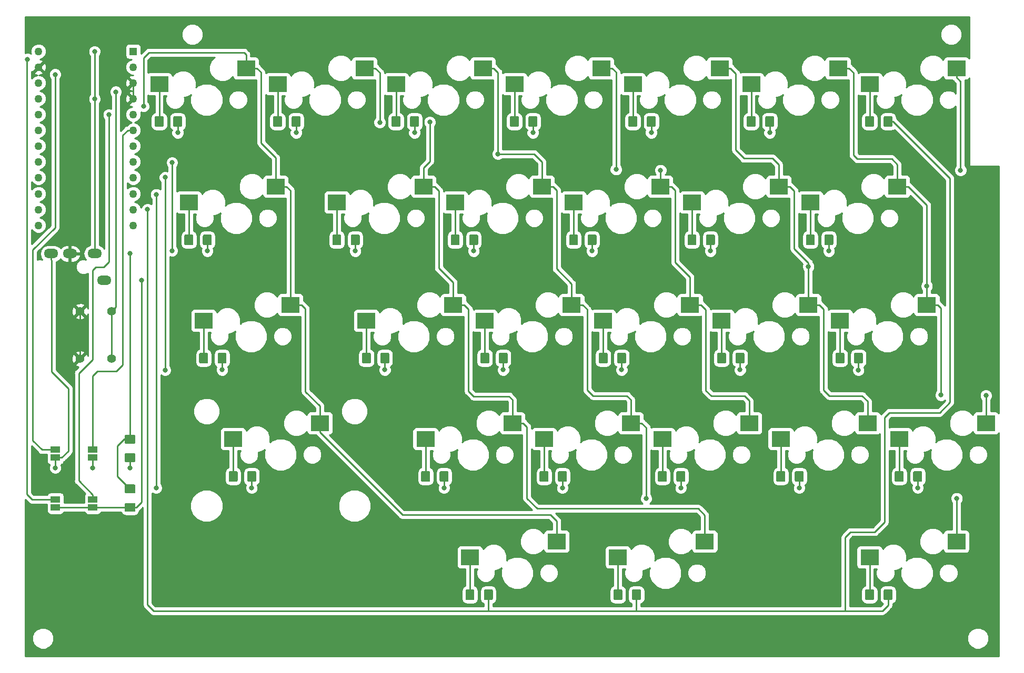
<source format=gbl>
G04 #@! TF.GenerationSoftware,KiCad,Pcbnew,(5.0.2)-1*
G04 #@! TF.CreationDate,2019-03-03T00:14:17+09:00*
G04 #@! TF.ProjectId,pakbd,70616b62-642e-46b6-9963-61645f706362,3*
G04 #@! TF.SameCoordinates,Original*
G04 #@! TF.FileFunction,Copper,L2,Bot*
G04 #@! TF.FilePolarity,Positive*
%FSLAX46Y46*%
G04 Gerber Fmt 4.6, Leading zero omitted, Abs format (unit mm)*
G04 Created by KiCad (PCBNEW (5.0.2)-1) date 2019/03/03 0:14:17*
%MOMM*%
%LPD*%
G01*
G04 APERTURE LIST*
G04 #@! TA.AperFunction,SMDPad,CuDef*
%ADD10R,3.000000X2.500000*%
G04 #@! TD*
G04 #@! TA.AperFunction,Conductor*
%ADD11C,0.100000*%
G04 #@! TD*
G04 #@! TA.AperFunction,SMDPad,CuDef*
%ADD12C,1.425000*%
G04 #@! TD*
G04 #@! TA.AperFunction,SMDPad,CuDef*
%ADD13R,1.500000X1.000000*%
G04 #@! TD*
G04 #@! TA.AperFunction,ComponentPad*
%ADD14C,1.397000*%
G04 #@! TD*
G04 #@! TA.AperFunction,ComponentPad*
%ADD15C,1.270000*%
G04 #@! TD*
G04 #@! TA.AperFunction,ComponentPad*
%ADD16R,1.270000X1.270000*%
G04 #@! TD*
G04 #@! TA.AperFunction,ComponentPad*
%ADD17O,2.300000X1.500000*%
G04 #@! TD*
G04 #@! TA.AperFunction,ViaPad*
%ADD18C,0.800000*%
G04 #@! TD*
G04 #@! TA.AperFunction,Conductor*
%ADD19C,0.250000*%
G04 #@! TD*
G04 #@! TA.AperFunction,Conductor*
%ADD20C,0.254000*%
G04 #@! TD*
G04 APERTURE END LIST*
D10*
G04 #@! TO.P,SW28,1*
G04 #@! TO.N,col3*
X170870000Y-30030000D03*
G04 #@! TO.P,SW28,2*
G04 #@! TO.N,Net-(D28-Pad1)*
X156900000Y-32570000D03*
G04 #@! TD*
G04 #@! TO.P,SW23,1*
G04 #@! TO.N,col4*
X156582000Y-87180000D03*
G04 #@! TO.P,SW23,2*
G04 #@! TO.N,Net-(D23-Pad1)*
X142612000Y-89720000D03*
G04 #@! TD*
G04 #@! TO.P,SW15,1*
G04 #@! TO.N,col2*
X108957000Y-68130000D03*
G04 #@! TO.P,SW15,2*
G04 #@! TO.N,Net-(D15-Pad1)*
X94987000Y-70670000D03*
G04 #@! TD*
D11*
G04 #@! TO.N,row0*
G04 #@! TO.C,D1*
G36*
X46062004Y-37746204D02*
X46086273Y-37749804D01*
X46110071Y-37755765D01*
X46133171Y-37764030D01*
X46155349Y-37774520D01*
X46176393Y-37787133D01*
X46196098Y-37801747D01*
X46214277Y-37818223D01*
X46230753Y-37836402D01*
X46245367Y-37856107D01*
X46257980Y-37877151D01*
X46268470Y-37899329D01*
X46276735Y-37922429D01*
X46282696Y-37946227D01*
X46286296Y-37970496D01*
X46287500Y-37995000D01*
X46287500Y-39245000D01*
X46286296Y-39269504D01*
X46282696Y-39293773D01*
X46276735Y-39317571D01*
X46268470Y-39340671D01*
X46257980Y-39362849D01*
X46245367Y-39383893D01*
X46230753Y-39403598D01*
X46214277Y-39421777D01*
X46196098Y-39438253D01*
X46176393Y-39452867D01*
X46155349Y-39465480D01*
X46133171Y-39475970D01*
X46110071Y-39484235D01*
X46086273Y-39490196D01*
X46062004Y-39493796D01*
X46037500Y-39495000D01*
X45112500Y-39495000D01*
X45087996Y-39493796D01*
X45063727Y-39490196D01*
X45039929Y-39484235D01*
X45016829Y-39475970D01*
X44994651Y-39465480D01*
X44973607Y-39452867D01*
X44953902Y-39438253D01*
X44935723Y-39421777D01*
X44919247Y-39403598D01*
X44904633Y-39383893D01*
X44892020Y-39362849D01*
X44881530Y-39340671D01*
X44873265Y-39317571D01*
X44867304Y-39293773D01*
X44863704Y-39269504D01*
X44862500Y-39245000D01*
X44862500Y-37995000D01*
X44863704Y-37970496D01*
X44867304Y-37946227D01*
X44873265Y-37922429D01*
X44881530Y-37899329D01*
X44892020Y-37877151D01*
X44904633Y-37856107D01*
X44919247Y-37836402D01*
X44935723Y-37818223D01*
X44953902Y-37801747D01*
X44973607Y-37787133D01*
X44994651Y-37774520D01*
X45016829Y-37764030D01*
X45039929Y-37755765D01*
X45063727Y-37749804D01*
X45087996Y-37746204D01*
X45112500Y-37745000D01*
X46037500Y-37745000D01*
X46062004Y-37746204D01*
X46062004Y-37746204D01*
G37*
D12*
G04 #@! TD*
G04 #@! TO.P,D1,2*
G04 #@! TO.N,row0*
X45575000Y-38620000D03*
D11*
G04 #@! TO.N,Net-(D1-Pad1)*
G04 #@! TO.C,D1*
G36*
X43087004Y-37746204D02*
X43111273Y-37749804D01*
X43135071Y-37755765D01*
X43158171Y-37764030D01*
X43180349Y-37774520D01*
X43201393Y-37787133D01*
X43221098Y-37801747D01*
X43239277Y-37818223D01*
X43255753Y-37836402D01*
X43270367Y-37856107D01*
X43282980Y-37877151D01*
X43293470Y-37899329D01*
X43301735Y-37922429D01*
X43307696Y-37946227D01*
X43311296Y-37970496D01*
X43312500Y-37995000D01*
X43312500Y-39245000D01*
X43311296Y-39269504D01*
X43307696Y-39293773D01*
X43301735Y-39317571D01*
X43293470Y-39340671D01*
X43282980Y-39362849D01*
X43270367Y-39383893D01*
X43255753Y-39403598D01*
X43239277Y-39421777D01*
X43221098Y-39438253D01*
X43201393Y-39452867D01*
X43180349Y-39465480D01*
X43158171Y-39475970D01*
X43135071Y-39484235D01*
X43111273Y-39490196D01*
X43087004Y-39493796D01*
X43062500Y-39495000D01*
X42137500Y-39495000D01*
X42112996Y-39493796D01*
X42088727Y-39490196D01*
X42064929Y-39484235D01*
X42041829Y-39475970D01*
X42019651Y-39465480D01*
X41998607Y-39452867D01*
X41978902Y-39438253D01*
X41960723Y-39421777D01*
X41944247Y-39403598D01*
X41929633Y-39383893D01*
X41917020Y-39362849D01*
X41906530Y-39340671D01*
X41898265Y-39317571D01*
X41892304Y-39293773D01*
X41888704Y-39269504D01*
X41887500Y-39245000D01*
X41887500Y-37995000D01*
X41888704Y-37970496D01*
X41892304Y-37946227D01*
X41898265Y-37922429D01*
X41906530Y-37899329D01*
X41917020Y-37877151D01*
X41929633Y-37856107D01*
X41944247Y-37836402D01*
X41960723Y-37818223D01*
X41978902Y-37801747D01*
X41998607Y-37787133D01*
X42019651Y-37774520D01*
X42041829Y-37764030D01*
X42064929Y-37755765D01*
X42088727Y-37749804D01*
X42112996Y-37746204D01*
X42137500Y-37745000D01*
X43062500Y-37745000D01*
X43087004Y-37746204D01*
X43087004Y-37746204D01*
G37*
D12*
G04 #@! TD*
G04 #@! TO.P,D1,1*
G04 #@! TO.N,Net-(D1-Pad1)*
X42600000Y-38620000D03*
D11*
G04 #@! TO.N,Net-(D2-Pad1)*
G04 #@! TO.C,D2*
G36*
X62137004Y-37746204D02*
X62161273Y-37749804D01*
X62185071Y-37755765D01*
X62208171Y-37764030D01*
X62230349Y-37774520D01*
X62251393Y-37787133D01*
X62271098Y-37801747D01*
X62289277Y-37818223D01*
X62305753Y-37836402D01*
X62320367Y-37856107D01*
X62332980Y-37877151D01*
X62343470Y-37899329D01*
X62351735Y-37922429D01*
X62357696Y-37946227D01*
X62361296Y-37970496D01*
X62362500Y-37995000D01*
X62362500Y-39245000D01*
X62361296Y-39269504D01*
X62357696Y-39293773D01*
X62351735Y-39317571D01*
X62343470Y-39340671D01*
X62332980Y-39362849D01*
X62320367Y-39383893D01*
X62305753Y-39403598D01*
X62289277Y-39421777D01*
X62271098Y-39438253D01*
X62251393Y-39452867D01*
X62230349Y-39465480D01*
X62208171Y-39475970D01*
X62185071Y-39484235D01*
X62161273Y-39490196D01*
X62137004Y-39493796D01*
X62112500Y-39495000D01*
X61187500Y-39495000D01*
X61162996Y-39493796D01*
X61138727Y-39490196D01*
X61114929Y-39484235D01*
X61091829Y-39475970D01*
X61069651Y-39465480D01*
X61048607Y-39452867D01*
X61028902Y-39438253D01*
X61010723Y-39421777D01*
X60994247Y-39403598D01*
X60979633Y-39383893D01*
X60967020Y-39362849D01*
X60956530Y-39340671D01*
X60948265Y-39317571D01*
X60942304Y-39293773D01*
X60938704Y-39269504D01*
X60937500Y-39245000D01*
X60937500Y-37995000D01*
X60938704Y-37970496D01*
X60942304Y-37946227D01*
X60948265Y-37922429D01*
X60956530Y-37899329D01*
X60967020Y-37877151D01*
X60979633Y-37856107D01*
X60994247Y-37836402D01*
X61010723Y-37818223D01*
X61028902Y-37801747D01*
X61048607Y-37787133D01*
X61069651Y-37774520D01*
X61091829Y-37764030D01*
X61114929Y-37755765D01*
X61138727Y-37749804D01*
X61162996Y-37746204D01*
X61187500Y-37745000D01*
X62112500Y-37745000D01*
X62137004Y-37746204D01*
X62137004Y-37746204D01*
G37*
D12*
G04 #@! TD*
G04 #@! TO.P,D2,1*
G04 #@! TO.N,Net-(D2-Pad1)*
X61650000Y-38620000D03*
D11*
G04 #@! TO.N,row0*
G04 #@! TO.C,D2*
G36*
X65112004Y-37746204D02*
X65136273Y-37749804D01*
X65160071Y-37755765D01*
X65183171Y-37764030D01*
X65205349Y-37774520D01*
X65226393Y-37787133D01*
X65246098Y-37801747D01*
X65264277Y-37818223D01*
X65280753Y-37836402D01*
X65295367Y-37856107D01*
X65307980Y-37877151D01*
X65318470Y-37899329D01*
X65326735Y-37922429D01*
X65332696Y-37946227D01*
X65336296Y-37970496D01*
X65337500Y-37995000D01*
X65337500Y-39245000D01*
X65336296Y-39269504D01*
X65332696Y-39293773D01*
X65326735Y-39317571D01*
X65318470Y-39340671D01*
X65307980Y-39362849D01*
X65295367Y-39383893D01*
X65280753Y-39403598D01*
X65264277Y-39421777D01*
X65246098Y-39438253D01*
X65226393Y-39452867D01*
X65205349Y-39465480D01*
X65183171Y-39475970D01*
X65160071Y-39484235D01*
X65136273Y-39490196D01*
X65112004Y-39493796D01*
X65087500Y-39495000D01*
X64162500Y-39495000D01*
X64137996Y-39493796D01*
X64113727Y-39490196D01*
X64089929Y-39484235D01*
X64066829Y-39475970D01*
X64044651Y-39465480D01*
X64023607Y-39452867D01*
X64003902Y-39438253D01*
X63985723Y-39421777D01*
X63969247Y-39403598D01*
X63954633Y-39383893D01*
X63942020Y-39362849D01*
X63931530Y-39340671D01*
X63923265Y-39317571D01*
X63917304Y-39293773D01*
X63913704Y-39269504D01*
X63912500Y-39245000D01*
X63912500Y-37995000D01*
X63913704Y-37970496D01*
X63917304Y-37946227D01*
X63923265Y-37922429D01*
X63931530Y-37899329D01*
X63942020Y-37877151D01*
X63954633Y-37856107D01*
X63969247Y-37836402D01*
X63985723Y-37818223D01*
X64003902Y-37801747D01*
X64023607Y-37787133D01*
X64044651Y-37774520D01*
X64066829Y-37764030D01*
X64089929Y-37755765D01*
X64113727Y-37749804D01*
X64137996Y-37746204D01*
X64162500Y-37745000D01*
X65087500Y-37745000D01*
X65112004Y-37746204D01*
X65112004Y-37746204D01*
G37*
D12*
G04 #@! TD*
G04 #@! TO.P,D2,2*
G04 #@! TO.N,row0*
X64625000Y-38620000D03*
D11*
G04 #@! TO.N,row0*
G04 #@! TO.C,D3*
G36*
X84162004Y-37746204D02*
X84186273Y-37749804D01*
X84210071Y-37755765D01*
X84233171Y-37764030D01*
X84255349Y-37774520D01*
X84276393Y-37787133D01*
X84296098Y-37801747D01*
X84314277Y-37818223D01*
X84330753Y-37836402D01*
X84345367Y-37856107D01*
X84357980Y-37877151D01*
X84368470Y-37899329D01*
X84376735Y-37922429D01*
X84382696Y-37946227D01*
X84386296Y-37970496D01*
X84387500Y-37995000D01*
X84387500Y-39245000D01*
X84386296Y-39269504D01*
X84382696Y-39293773D01*
X84376735Y-39317571D01*
X84368470Y-39340671D01*
X84357980Y-39362849D01*
X84345367Y-39383893D01*
X84330753Y-39403598D01*
X84314277Y-39421777D01*
X84296098Y-39438253D01*
X84276393Y-39452867D01*
X84255349Y-39465480D01*
X84233171Y-39475970D01*
X84210071Y-39484235D01*
X84186273Y-39490196D01*
X84162004Y-39493796D01*
X84137500Y-39495000D01*
X83212500Y-39495000D01*
X83187996Y-39493796D01*
X83163727Y-39490196D01*
X83139929Y-39484235D01*
X83116829Y-39475970D01*
X83094651Y-39465480D01*
X83073607Y-39452867D01*
X83053902Y-39438253D01*
X83035723Y-39421777D01*
X83019247Y-39403598D01*
X83004633Y-39383893D01*
X82992020Y-39362849D01*
X82981530Y-39340671D01*
X82973265Y-39317571D01*
X82967304Y-39293773D01*
X82963704Y-39269504D01*
X82962500Y-39245000D01*
X82962500Y-37995000D01*
X82963704Y-37970496D01*
X82967304Y-37946227D01*
X82973265Y-37922429D01*
X82981530Y-37899329D01*
X82992020Y-37877151D01*
X83004633Y-37856107D01*
X83019247Y-37836402D01*
X83035723Y-37818223D01*
X83053902Y-37801747D01*
X83073607Y-37787133D01*
X83094651Y-37774520D01*
X83116829Y-37764030D01*
X83139929Y-37755765D01*
X83163727Y-37749804D01*
X83187996Y-37746204D01*
X83212500Y-37745000D01*
X84137500Y-37745000D01*
X84162004Y-37746204D01*
X84162004Y-37746204D01*
G37*
D12*
G04 #@! TD*
G04 #@! TO.P,D3,2*
G04 #@! TO.N,row0*
X83675000Y-38620000D03*
D11*
G04 #@! TO.N,Net-(D3-Pad1)*
G04 #@! TO.C,D3*
G36*
X81187004Y-37746204D02*
X81211273Y-37749804D01*
X81235071Y-37755765D01*
X81258171Y-37764030D01*
X81280349Y-37774520D01*
X81301393Y-37787133D01*
X81321098Y-37801747D01*
X81339277Y-37818223D01*
X81355753Y-37836402D01*
X81370367Y-37856107D01*
X81382980Y-37877151D01*
X81393470Y-37899329D01*
X81401735Y-37922429D01*
X81407696Y-37946227D01*
X81411296Y-37970496D01*
X81412500Y-37995000D01*
X81412500Y-39245000D01*
X81411296Y-39269504D01*
X81407696Y-39293773D01*
X81401735Y-39317571D01*
X81393470Y-39340671D01*
X81382980Y-39362849D01*
X81370367Y-39383893D01*
X81355753Y-39403598D01*
X81339277Y-39421777D01*
X81321098Y-39438253D01*
X81301393Y-39452867D01*
X81280349Y-39465480D01*
X81258171Y-39475970D01*
X81235071Y-39484235D01*
X81211273Y-39490196D01*
X81187004Y-39493796D01*
X81162500Y-39495000D01*
X80237500Y-39495000D01*
X80212996Y-39493796D01*
X80188727Y-39490196D01*
X80164929Y-39484235D01*
X80141829Y-39475970D01*
X80119651Y-39465480D01*
X80098607Y-39452867D01*
X80078902Y-39438253D01*
X80060723Y-39421777D01*
X80044247Y-39403598D01*
X80029633Y-39383893D01*
X80017020Y-39362849D01*
X80006530Y-39340671D01*
X79998265Y-39317571D01*
X79992304Y-39293773D01*
X79988704Y-39269504D01*
X79987500Y-39245000D01*
X79987500Y-37995000D01*
X79988704Y-37970496D01*
X79992304Y-37946227D01*
X79998265Y-37922429D01*
X80006530Y-37899329D01*
X80017020Y-37877151D01*
X80029633Y-37856107D01*
X80044247Y-37836402D01*
X80060723Y-37818223D01*
X80078902Y-37801747D01*
X80098607Y-37787133D01*
X80119651Y-37774520D01*
X80141829Y-37764030D01*
X80164929Y-37755765D01*
X80188727Y-37749804D01*
X80212996Y-37746204D01*
X80237500Y-37745000D01*
X81162500Y-37745000D01*
X81187004Y-37746204D01*
X81187004Y-37746204D01*
G37*
D12*
G04 #@! TD*
G04 #@! TO.P,D3,1*
G04 #@! TO.N,Net-(D3-Pad1)*
X80700000Y-38620000D03*
D11*
G04 #@! TO.N,Net-(D4-Pad1)*
G04 #@! TO.C,D4*
G36*
X100237004Y-37746204D02*
X100261273Y-37749804D01*
X100285071Y-37755765D01*
X100308171Y-37764030D01*
X100330349Y-37774520D01*
X100351393Y-37787133D01*
X100371098Y-37801747D01*
X100389277Y-37818223D01*
X100405753Y-37836402D01*
X100420367Y-37856107D01*
X100432980Y-37877151D01*
X100443470Y-37899329D01*
X100451735Y-37922429D01*
X100457696Y-37946227D01*
X100461296Y-37970496D01*
X100462500Y-37995000D01*
X100462500Y-39245000D01*
X100461296Y-39269504D01*
X100457696Y-39293773D01*
X100451735Y-39317571D01*
X100443470Y-39340671D01*
X100432980Y-39362849D01*
X100420367Y-39383893D01*
X100405753Y-39403598D01*
X100389277Y-39421777D01*
X100371098Y-39438253D01*
X100351393Y-39452867D01*
X100330349Y-39465480D01*
X100308171Y-39475970D01*
X100285071Y-39484235D01*
X100261273Y-39490196D01*
X100237004Y-39493796D01*
X100212500Y-39495000D01*
X99287500Y-39495000D01*
X99262996Y-39493796D01*
X99238727Y-39490196D01*
X99214929Y-39484235D01*
X99191829Y-39475970D01*
X99169651Y-39465480D01*
X99148607Y-39452867D01*
X99128902Y-39438253D01*
X99110723Y-39421777D01*
X99094247Y-39403598D01*
X99079633Y-39383893D01*
X99067020Y-39362849D01*
X99056530Y-39340671D01*
X99048265Y-39317571D01*
X99042304Y-39293773D01*
X99038704Y-39269504D01*
X99037500Y-39245000D01*
X99037500Y-37995000D01*
X99038704Y-37970496D01*
X99042304Y-37946227D01*
X99048265Y-37922429D01*
X99056530Y-37899329D01*
X99067020Y-37877151D01*
X99079633Y-37856107D01*
X99094247Y-37836402D01*
X99110723Y-37818223D01*
X99128902Y-37801747D01*
X99148607Y-37787133D01*
X99169651Y-37774520D01*
X99191829Y-37764030D01*
X99214929Y-37755765D01*
X99238727Y-37749804D01*
X99262996Y-37746204D01*
X99287500Y-37745000D01*
X100212500Y-37745000D01*
X100237004Y-37746204D01*
X100237004Y-37746204D01*
G37*
D12*
G04 #@! TD*
G04 #@! TO.P,D4,1*
G04 #@! TO.N,Net-(D4-Pad1)*
X99750000Y-38620000D03*
D11*
G04 #@! TO.N,row0*
G04 #@! TO.C,D4*
G36*
X103212004Y-37746204D02*
X103236273Y-37749804D01*
X103260071Y-37755765D01*
X103283171Y-37764030D01*
X103305349Y-37774520D01*
X103326393Y-37787133D01*
X103346098Y-37801747D01*
X103364277Y-37818223D01*
X103380753Y-37836402D01*
X103395367Y-37856107D01*
X103407980Y-37877151D01*
X103418470Y-37899329D01*
X103426735Y-37922429D01*
X103432696Y-37946227D01*
X103436296Y-37970496D01*
X103437500Y-37995000D01*
X103437500Y-39245000D01*
X103436296Y-39269504D01*
X103432696Y-39293773D01*
X103426735Y-39317571D01*
X103418470Y-39340671D01*
X103407980Y-39362849D01*
X103395367Y-39383893D01*
X103380753Y-39403598D01*
X103364277Y-39421777D01*
X103346098Y-39438253D01*
X103326393Y-39452867D01*
X103305349Y-39465480D01*
X103283171Y-39475970D01*
X103260071Y-39484235D01*
X103236273Y-39490196D01*
X103212004Y-39493796D01*
X103187500Y-39495000D01*
X102262500Y-39495000D01*
X102237996Y-39493796D01*
X102213727Y-39490196D01*
X102189929Y-39484235D01*
X102166829Y-39475970D01*
X102144651Y-39465480D01*
X102123607Y-39452867D01*
X102103902Y-39438253D01*
X102085723Y-39421777D01*
X102069247Y-39403598D01*
X102054633Y-39383893D01*
X102042020Y-39362849D01*
X102031530Y-39340671D01*
X102023265Y-39317571D01*
X102017304Y-39293773D01*
X102013704Y-39269504D01*
X102012500Y-39245000D01*
X102012500Y-37995000D01*
X102013704Y-37970496D01*
X102017304Y-37946227D01*
X102023265Y-37922429D01*
X102031530Y-37899329D01*
X102042020Y-37877151D01*
X102054633Y-37856107D01*
X102069247Y-37836402D01*
X102085723Y-37818223D01*
X102103902Y-37801747D01*
X102123607Y-37787133D01*
X102144651Y-37774520D01*
X102166829Y-37764030D01*
X102189929Y-37755765D01*
X102213727Y-37749804D01*
X102237996Y-37746204D01*
X102262500Y-37745000D01*
X103187500Y-37745000D01*
X103212004Y-37746204D01*
X103212004Y-37746204D01*
G37*
D12*
G04 #@! TD*
G04 #@! TO.P,D4,2*
G04 #@! TO.N,row0*
X102725000Y-38620000D03*
D11*
G04 #@! TO.N,row0*
G04 #@! TO.C,D5*
G36*
X122262004Y-37746204D02*
X122286273Y-37749804D01*
X122310071Y-37755765D01*
X122333171Y-37764030D01*
X122355349Y-37774520D01*
X122376393Y-37787133D01*
X122396098Y-37801747D01*
X122414277Y-37818223D01*
X122430753Y-37836402D01*
X122445367Y-37856107D01*
X122457980Y-37877151D01*
X122468470Y-37899329D01*
X122476735Y-37922429D01*
X122482696Y-37946227D01*
X122486296Y-37970496D01*
X122487500Y-37995000D01*
X122487500Y-39245000D01*
X122486296Y-39269504D01*
X122482696Y-39293773D01*
X122476735Y-39317571D01*
X122468470Y-39340671D01*
X122457980Y-39362849D01*
X122445367Y-39383893D01*
X122430753Y-39403598D01*
X122414277Y-39421777D01*
X122396098Y-39438253D01*
X122376393Y-39452867D01*
X122355349Y-39465480D01*
X122333171Y-39475970D01*
X122310071Y-39484235D01*
X122286273Y-39490196D01*
X122262004Y-39493796D01*
X122237500Y-39495000D01*
X121312500Y-39495000D01*
X121287996Y-39493796D01*
X121263727Y-39490196D01*
X121239929Y-39484235D01*
X121216829Y-39475970D01*
X121194651Y-39465480D01*
X121173607Y-39452867D01*
X121153902Y-39438253D01*
X121135723Y-39421777D01*
X121119247Y-39403598D01*
X121104633Y-39383893D01*
X121092020Y-39362849D01*
X121081530Y-39340671D01*
X121073265Y-39317571D01*
X121067304Y-39293773D01*
X121063704Y-39269504D01*
X121062500Y-39245000D01*
X121062500Y-37995000D01*
X121063704Y-37970496D01*
X121067304Y-37946227D01*
X121073265Y-37922429D01*
X121081530Y-37899329D01*
X121092020Y-37877151D01*
X121104633Y-37856107D01*
X121119247Y-37836402D01*
X121135723Y-37818223D01*
X121153902Y-37801747D01*
X121173607Y-37787133D01*
X121194651Y-37774520D01*
X121216829Y-37764030D01*
X121239929Y-37755765D01*
X121263727Y-37749804D01*
X121287996Y-37746204D01*
X121312500Y-37745000D01*
X122237500Y-37745000D01*
X122262004Y-37746204D01*
X122262004Y-37746204D01*
G37*
D12*
G04 #@! TD*
G04 #@! TO.P,D5,2*
G04 #@! TO.N,row0*
X121775000Y-38620000D03*
D11*
G04 #@! TO.N,Net-(D5-Pad1)*
G04 #@! TO.C,D5*
G36*
X119287004Y-37746204D02*
X119311273Y-37749804D01*
X119335071Y-37755765D01*
X119358171Y-37764030D01*
X119380349Y-37774520D01*
X119401393Y-37787133D01*
X119421098Y-37801747D01*
X119439277Y-37818223D01*
X119455753Y-37836402D01*
X119470367Y-37856107D01*
X119482980Y-37877151D01*
X119493470Y-37899329D01*
X119501735Y-37922429D01*
X119507696Y-37946227D01*
X119511296Y-37970496D01*
X119512500Y-37995000D01*
X119512500Y-39245000D01*
X119511296Y-39269504D01*
X119507696Y-39293773D01*
X119501735Y-39317571D01*
X119493470Y-39340671D01*
X119482980Y-39362849D01*
X119470367Y-39383893D01*
X119455753Y-39403598D01*
X119439277Y-39421777D01*
X119421098Y-39438253D01*
X119401393Y-39452867D01*
X119380349Y-39465480D01*
X119358171Y-39475970D01*
X119335071Y-39484235D01*
X119311273Y-39490196D01*
X119287004Y-39493796D01*
X119262500Y-39495000D01*
X118337500Y-39495000D01*
X118312996Y-39493796D01*
X118288727Y-39490196D01*
X118264929Y-39484235D01*
X118241829Y-39475970D01*
X118219651Y-39465480D01*
X118198607Y-39452867D01*
X118178902Y-39438253D01*
X118160723Y-39421777D01*
X118144247Y-39403598D01*
X118129633Y-39383893D01*
X118117020Y-39362849D01*
X118106530Y-39340671D01*
X118098265Y-39317571D01*
X118092304Y-39293773D01*
X118088704Y-39269504D01*
X118087500Y-39245000D01*
X118087500Y-37995000D01*
X118088704Y-37970496D01*
X118092304Y-37946227D01*
X118098265Y-37922429D01*
X118106530Y-37899329D01*
X118117020Y-37877151D01*
X118129633Y-37856107D01*
X118144247Y-37836402D01*
X118160723Y-37818223D01*
X118178902Y-37801747D01*
X118198607Y-37787133D01*
X118219651Y-37774520D01*
X118241829Y-37764030D01*
X118264929Y-37755765D01*
X118288727Y-37749804D01*
X118312996Y-37746204D01*
X118337500Y-37745000D01*
X119262500Y-37745000D01*
X119287004Y-37746204D01*
X119287004Y-37746204D01*
G37*
D12*
G04 #@! TD*
G04 #@! TO.P,D5,1*
G04 #@! TO.N,Net-(D5-Pad1)*
X118800000Y-38620000D03*
D11*
G04 #@! TO.N,Net-(D6-Pad1)*
G04 #@! TO.C,D6*
G36*
X138337004Y-37746204D02*
X138361273Y-37749804D01*
X138385071Y-37755765D01*
X138408171Y-37764030D01*
X138430349Y-37774520D01*
X138451393Y-37787133D01*
X138471098Y-37801747D01*
X138489277Y-37818223D01*
X138505753Y-37836402D01*
X138520367Y-37856107D01*
X138532980Y-37877151D01*
X138543470Y-37899329D01*
X138551735Y-37922429D01*
X138557696Y-37946227D01*
X138561296Y-37970496D01*
X138562500Y-37995000D01*
X138562500Y-39245000D01*
X138561296Y-39269504D01*
X138557696Y-39293773D01*
X138551735Y-39317571D01*
X138543470Y-39340671D01*
X138532980Y-39362849D01*
X138520367Y-39383893D01*
X138505753Y-39403598D01*
X138489277Y-39421777D01*
X138471098Y-39438253D01*
X138451393Y-39452867D01*
X138430349Y-39465480D01*
X138408171Y-39475970D01*
X138385071Y-39484235D01*
X138361273Y-39490196D01*
X138337004Y-39493796D01*
X138312500Y-39495000D01*
X137387500Y-39495000D01*
X137362996Y-39493796D01*
X137338727Y-39490196D01*
X137314929Y-39484235D01*
X137291829Y-39475970D01*
X137269651Y-39465480D01*
X137248607Y-39452867D01*
X137228902Y-39438253D01*
X137210723Y-39421777D01*
X137194247Y-39403598D01*
X137179633Y-39383893D01*
X137167020Y-39362849D01*
X137156530Y-39340671D01*
X137148265Y-39317571D01*
X137142304Y-39293773D01*
X137138704Y-39269504D01*
X137137500Y-39245000D01*
X137137500Y-37995000D01*
X137138704Y-37970496D01*
X137142304Y-37946227D01*
X137148265Y-37922429D01*
X137156530Y-37899329D01*
X137167020Y-37877151D01*
X137179633Y-37856107D01*
X137194247Y-37836402D01*
X137210723Y-37818223D01*
X137228902Y-37801747D01*
X137248607Y-37787133D01*
X137269651Y-37774520D01*
X137291829Y-37764030D01*
X137314929Y-37755765D01*
X137338727Y-37749804D01*
X137362996Y-37746204D01*
X137387500Y-37745000D01*
X138312500Y-37745000D01*
X138337004Y-37746204D01*
X138337004Y-37746204D01*
G37*
D12*
G04 #@! TD*
G04 #@! TO.P,D6,1*
G04 #@! TO.N,Net-(D6-Pad1)*
X137850000Y-38620000D03*
D11*
G04 #@! TO.N,row0*
G04 #@! TO.C,D6*
G36*
X141312004Y-37746204D02*
X141336273Y-37749804D01*
X141360071Y-37755765D01*
X141383171Y-37764030D01*
X141405349Y-37774520D01*
X141426393Y-37787133D01*
X141446098Y-37801747D01*
X141464277Y-37818223D01*
X141480753Y-37836402D01*
X141495367Y-37856107D01*
X141507980Y-37877151D01*
X141518470Y-37899329D01*
X141526735Y-37922429D01*
X141532696Y-37946227D01*
X141536296Y-37970496D01*
X141537500Y-37995000D01*
X141537500Y-39245000D01*
X141536296Y-39269504D01*
X141532696Y-39293773D01*
X141526735Y-39317571D01*
X141518470Y-39340671D01*
X141507980Y-39362849D01*
X141495367Y-39383893D01*
X141480753Y-39403598D01*
X141464277Y-39421777D01*
X141446098Y-39438253D01*
X141426393Y-39452867D01*
X141405349Y-39465480D01*
X141383171Y-39475970D01*
X141360071Y-39484235D01*
X141336273Y-39490196D01*
X141312004Y-39493796D01*
X141287500Y-39495000D01*
X140362500Y-39495000D01*
X140337996Y-39493796D01*
X140313727Y-39490196D01*
X140289929Y-39484235D01*
X140266829Y-39475970D01*
X140244651Y-39465480D01*
X140223607Y-39452867D01*
X140203902Y-39438253D01*
X140185723Y-39421777D01*
X140169247Y-39403598D01*
X140154633Y-39383893D01*
X140142020Y-39362849D01*
X140131530Y-39340671D01*
X140123265Y-39317571D01*
X140117304Y-39293773D01*
X140113704Y-39269504D01*
X140112500Y-39245000D01*
X140112500Y-37995000D01*
X140113704Y-37970496D01*
X140117304Y-37946227D01*
X140123265Y-37922429D01*
X140131530Y-37899329D01*
X140142020Y-37877151D01*
X140154633Y-37856107D01*
X140169247Y-37836402D01*
X140185723Y-37818223D01*
X140203902Y-37801747D01*
X140223607Y-37787133D01*
X140244651Y-37774520D01*
X140266829Y-37764030D01*
X140289929Y-37755765D01*
X140313727Y-37749804D01*
X140337996Y-37746204D01*
X140362500Y-37745000D01*
X141287500Y-37745000D01*
X141312004Y-37746204D01*
X141312004Y-37746204D01*
G37*
D12*
G04 #@! TD*
G04 #@! TO.P,D6,2*
G04 #@! TO.N,row0*
X140825000Y-38620000D03*
D11*
G04 #@! TO.N,row1*
G04 #@! TO.C,D7*
G36*
X50824504Y-56796204D02*
X50848773Y-56799804D01*
X50872571Y-56805765D01*
X50895671Y-56814030D01*
X50917849Y-56824520D01*
X50938893Y-56837133D01*
X50958598Y-56851747D01*
X50976777Y-56868223D01*
X50993253Y-56886402D01*
X51007867Y-56906107D01*
X51020480Y-56927151D01*
X51030970Y-56949329D01*
X51039235Y-56972429D01*
X51045196Y-56996227D01*
X51048796Y-57020496D01*
X51050000Y-57045000D01*
X51050000Y-58295000D01*
X51048796Y-58319504D01*
X51045196Y-58343773D01*
X51039235Y-58367571D01*
X51030970Y-58390671D01*
X51020480Y-58412849D01*
X51007867Y-58433893D01*
X50993253Y-58453598D01*
X50976777Y-58471777D01*
X50958598Y-58488253D01*
X50938893Y-58502867D01*
X50917849Y-58515480D01*
X50895671Y-58525970D01*
X50872571Y-58534235D01*
X50848773Y-58540196D01*
X50824504Y-58543796D01*
X50800000Y-58545000D01*
X49875000Y-58545000D01*
X49850496Y-58543796D01*
X49826227Y-58540196D01*
X49802429Y-58534235D01*
X49779329Y-58525970D01*
X49757151Y-58515480D01*
X49736107Y-58502867D01*
X49716402Y-58488253D01*
X49698223Y-58471777D01*
X49681747Y-58453598D01*
X49667133Y-58433893D01*
X49654520Y-58412849D01*
X49644030Y-58390671D01*
X49635765Y-58367571D01*
X49629804Y-58343773D01*
X49626204Y-58319504D01*
X49625000Y-58295000D01*
X49625000Y-57045000D01*
X49626204Y-57020496D01*
X49629804Y-56996227D01*
X49635765Y-56972429D01*
X49644030Y-56949329D01*
X49654520Y-56927151D01*
X49667133Y-56906107D01*
X49681747Y-56886402D01*
X49698223Y-56868223D01*
X49716402Y-56851747D01*
X49736107Y-56837133D01*
X49757151Y-56824520D01*
X49779329Y-56814030D01*
X49802429Y-56805765D01*
X49826227Y-56799804D01*
X49850496Y-56796204D01*
X49875000Y-56795000D01*
X50800000Y-56795000D01*
X50824504Y-56796204D01*
X50824504Y-56796204D01*
G37*
D12*
G04 #@! TD*
G04 #@! TO.P,D7,2*
G04 #@! TO.N,row1*
X50337500Y-57670000D03*
D11*
G04 #@! TO.N,Net-(D7-Pad1)*
G04 #@! TO.C,D7*
G36*
X47849504Y-56796204D02*
X47873773Y-56799804D01*
X47897571Y-56805765D01*
X47920671Y-56814030D01*
X47942849Y-56824520D01*
X47963893Y-56837133D01*
X47983598Y-56851747D01*
X48001777Y-56868223D01*
X48018253Y-56886402D01*
X48032867Y-56906107D01*
X48045480Y-56927151D01*
X48055970Y-56949329D01*
X48064235Y-56972429D01*
X48070196Y-56996227D01*
X48073796Y-57020496D01*
X48075000Y-57045000D01*
X48075000Y-58295000D01*
X48073796Y-58319504D01*
X48070196Y-58343773D01*
X48064235Y-58367571D01*
X48055970Y-58390671D01*
X48045480Y-58412849D01*
X48032867Y-58433893D01*
X48018253Y-58453598D01*
X48001777Y-58471777D01*
X47983598Y-58488253D01*
X47963893Y-58502867D01*
X47942849Y-58515480D01*
X47920671Y-58525970D01*
X47897571Y-58534235D01*
X47873773Y-58540196D01*
X47849504Y-58543796D01*
X47825000Y-58545000D01*
X46900000Y-58545000D01*
X46875496Y-58543796D01*
X46851227Y-58540196D01*
X46827429Y-58534235D01*
X46804329Y-58525970D01*
X46782151Y-58515480D01*
X46761107Y-58502867D01*
X46741402Y-58488253D01*
X46723223Y-58471777D01*
X46706747Y-58453598D01*
X46692133Y-58433893D01*
X46679520Y-58412849D01*
X46669030Y-58390671D01*
X46660765Y-58367571D01*
X46654804Y-58343773D01*
X46651204Y-58319504D01*
X46650000Y-58295000D01*
X46650000Y-57045000D01*
X46651204Y-57020496D01*
X46654804Y-56996227D01*
X46660765Y-56972429D01*
X46669030Y-56949329D01*
X46679520Y-56927151D01*
X46692133Y-56906107D01*
X46706747Y-56886402D01*
X46723223Y-56868223D01*
X46741402Y-56851747D01*
X46761107Y-56837133D01*
X46782151Y-56824520D01*
X46804329Y-56814030D01*
X46827429Y-56805765D01*
X46851227Y-56799804D01*
X46875496Y-56796204D01*
X46900000Y-56795000D01*
X47825000Y-56795000D01*
X47849504Y-56796204D01*
X47849504Y-56796204D01*
G37*
D12*
G04 #@! TD*
G04 #@! TO.P,D7,1*
G04 #@! TO.N,Net-(D7-Pad1)*
X47362500Y-57670000D03*
D11*
G04 #@! TO.N,row1*
G04 #@! TO.C,D8*
G36*
X74637004Y-56796204D02*
X74661273Y-56799804D01*
X74685071Y-56805765D01*
X74708171Y-56814030D01*
X74730349Y-56824520D01*
X74751393Y-56837133D01*
X74771098Y-56851747D01*
X74789277Y-56868223D01*
X74805753Y-56886402D01*
X74820367Y-56906107D01*
X74832980Y-56927151D01*
X74843470Y-56949329D01*
X74851735Y-56972429D01*
X74857696Y-56996227D01*
X74861296Y-57020496D01*
X74862500Y-57045000D01*
X74862500Y-58295000D01*
X74861296Y-58319504D01*
X74857696Y-58343773D01*
X74851735Y-58367571D01*
X74843470Y-58390671D01*
X74832980Y-58412849D01*
X74820367Y-58433893D01*
X74805753Y-58453598D01*
X74789277Y-58471777D01*
X74771098Y-58488253D01*
X74751393Y-58502867D01*
X74730349Y-58515480D01*
X74708171Y-58525970D01*
X74685071Y-58534235D01*
X74661273Y-58540196D01*
X74637004Y-58543796D01*
X74612500Y-58545000D01*
X73687500Y-58545000D01*
X73662996Y-58543796D01*
X73638727Y-58540196D01*
X73614929Y-58534235D01*
X73591829Y-58525970D01*
X73569651Y-58515480D01*
X73548607Y-58502867D01*
X73528902Y-58488253D01*
X73510723Y-58471777D01*
X73494247Y-58453598D01*
X73479633Y-58433893D01*
X73467020Y-58412849D01*
X73456530Y-58390671D01*
X73448265Y-58367571D01*
X73442304Y-58343773D01*
X73438704Y-58319504D01*
X73437500Y-58295000D01*
X73437500Y-57045000D01*
X73438704Y-57020496D01*
X73442304Y-56996227D01*
X73448265Y-56972429D01*
X73456530Y-56949329D01*
X73467020Y-56927151D01*
X73479633Y-56906107D01*
X73494247Y-56886402D01*
X73510723Y-56868223D01*
X73528902Y-56851747D01*
X73548607Y-56837133D01*
X73569651Y-56824520D01*
X73591829Y-56814030D01*
X73614929Y-56805765D01*
X73638727Y-56799804D01*
X73662996Y-56796204D01*
X73687500Y-56795000D01*
X74612500Y-56795000D01*
X74637004Y-56796204D01*
X74637004Y-56796204D01*
G37*
D12*
G04 #@! TD*
G04 #@! TO.P,D8,2*
G04 #@! TO.N,row1*
X74150000Y-57670000D03*
D11*
G04 #@! TO.N,Net-(D8-Pad1)*
G04 #@! TO.C,D8*
G36*
X71662004Y-56796204D02*
X71686273Y-56799804D01*
X71710071Y-56805765D01*
X71733171Y-56814030D01*
X71755349Y-56824520D01*
X71776393Y-56837133D01*
X71796098Y-56851747D01*
X71814277Y-56868223D01*
X71830753Y-56886402D01*
X71845367Y-56906107D01*
X71857980Y-56927151D01*
X71868470Y-56949329D01*
X71876735Y-56972429D01*
X71882696Y-56996227D01*
X71886296Y-57020496D01*
X71887500Y-57045000D01*
X71887500Y-58295000D01*
X71886296Y-58319504D01*
X71882696Y-58343773D01*
X71876735Y-58367571D01*
X71868470Y-58390671D01*
X71857980Y-58412849D01*
X71845367Y-58433893D01*
X71830753Y-58453598D01*
X71814277Y-58471777D01*
X71796098Y-58488253D01*
X71776393Y-58502867D01*
X71755349Y-58515480D01*
X71733171Y-58525970D01*
X71710071Y-58534235D01*
X71686273Y-58540196D01*
X71662004Y-58543796D01*
X71637500Y-58545000D01*
X70712500Y-58545000D01*
X70687996Y-58543796D01*
X70663727Y-58540196D01*
X70639929Y-58534235D01*
X70616829Y-58525970D01*
X70594651Y-58515480D01*
X70573607Y-58502867D01*
X70553902Y-58488253D01*
X70535723Y-58471777D01*
X70519247Y-58453598D01*
X70504633Y-58433893D01*
X70492020Y-58412849D01*
X70481530Y-58390671D01*
X70473265Y-58367571D01*
X70467304Y-58343773D01*
X70463704Y-58319504D01*
X70462500Y-58295000D01*
X70462500Y-57045000D01*
X70463704Y-57020496D01*
X70467304Y-56996227D01*
X70473265Y-56972429D01*
X70481530Y-56949329D01*
X70492020Y-56927151D01*
X70504633Y-56906107D01*
X70519247Y-56886402D01*
X70535723Y-56868223D01*
X70553902Y-56851747D01*
X70573607Y-56837133D01*
X70594651Y-56824520D01*
X70616829Y-56814030D01*
X70639929Y-56805765D01*
X70663727Y-56799804D01*
X70687996Y-56796204D01*
X70712500Y-56795000D01*
X71637500Y-56795000D01*
X71662004Y-56796204D01*
X71662004Y-56796204D01*
G37*
D12*
G04 #@! TD*
G04 #@! TO.P,D8,1*
G04 #@! TO.N,Net-(D8-Pad1)*
X71175000Y-57670000D03*
D11*
G04 #@! TO.N,Net-(D9-Pad1)*
G04 #@! TO.C,D9*
G36*
X90712004Y-56796204D02*
X90736273Y-56799804D01*
X90760071Y-56805765D01*
X90783171Y-56814030D01*
X90805349Y-56824520D01*
X90826393Y-56837133D01*
X90846098Y-56851747D01*
X90864277Y-56868223D01*
X90880753Y-56886402D01*
X90895367Y-56906107D01*
X90907980Y-56927151D01*
X90918470Y-56949329D01*
X90926735Y-56972429D01*
X90932696Y-56996227D01*
X90936296Y-57020496D01*
X90937500Y-57045000D01*
X90937500Y-58295000D01*
X90936296Y-58319504D01*
X90932696Y-58343773D01*
X90926735Y-58367571D01*
X90918470Y-58390671D01*
X90907980Y-58412849D01*
X90895367Y-58433893D01*
X90880753Y-58453598D01*
X90864277Y-58471777D01*
X90846098Y-58488253D01*
X90826393Y-58502867D01*
X90805349Y-58515480D01*
X90783171Y-58525970D01*
X90760071Y-58534235D01*
X90736273Y-58540196D01*
X90712004Y-58543796D01*
X90687500Y-58545000D01*
X89762500Y-58545000D01*
X89737996Y-58543796D01*
X89713727Y-58540196D01*
X89689929Y-58534235D01*
X89666829Y-58525970D01*
X89644651Y-58515480D01*
X89623607Y-58502867D01*
X89603902Y-58488253D01*
X89585723Y-58471777D01*
X89569247Y-58453598D01*
X89554633Y-58433893D01*
X89542020Y-58412849D01*
X89531530Y-58390671D01*
X89523265Y-58367571D01*
X89517304Y-58343773D01*
X89513704Y-58319504D01*
X89512500Y-58295000D01*
X89512500Y-57045000D01*
X89513704Y-57020496D01*
X89517304Y-56996227D01*
X89523265Y-56972429D01*
X89531530Y-56949329D01*
X89542020Y-56927151D01*
X89554633Y-56906107D01*
X89569247Y-56886402D01*
X89585723Y-56868223D01*
X89603902Y-56851747D01*
X89623607Y-56837133D01*
X89644651Y-56824520D01*
X89666829Y-56814030D01*
X89689929Y-56805765D01*
X89713727Y-56799804D01*
X89737996Y-56796204D01*
X89762500Y-56795000D01*
X90687500Y-56795000D01*
X90712004Y-56796204D01*
X90712004Y-56796204D01*
G37*
D12*
G04 #@! TD*
G04 #@! TO.P,D9,1*
G04 #@! TO.N,Net-(D9-Pad1)*
X90225000Y-57670000D03*
D11*
G04 #@! TO.N,row1*
G04 #@! TO.C,D9*
G36*
X93687004Y-56796204D02*
X93711273Y-56799804D01*
X93735071Y-56805765D01*
X93758171Y-56814030D01*
X93780349Y-56824520D01*
X93801393Y-56837133D01*
X93821098Y-56851747D01*
X93839277Y-56868223D01*
X93855753Y-56886402D01*
X93870367Y-56906107D01*
X93882980Y-56927151D01*
X93893470Y-56949329D01*
X93901735Y-56972429D01*
X93907696Y-56996227D01*
X93911296Y-57020496D01*
X93912500Y-57045000D01*
X93912500Y-58295000D01*
X93911296Y-58319504D01*
X93907696Y-58343773D01*
X93901735Y-58367571D01*
X93893470Y-58390671D01*
X93882980Y-58412849D01*
X93870367Y-58433893D01*
X93855753Y-58453598D01*
X93839277Y-58471777D01*
X93821098Y-58488253D01*
X93801393Y-58502867D01*
X93780349Y-58515480D01*
X93758171Y-58525970D01*
X93735071Y-58534235D01*
X93711273Y-58540196D01*
X93687004Y-58543796D01*
X93662500Y-58545000D01*
X92737500Y-58545000D01*
X92712996Y-58543796D01*
X92688727Y-58540196D01*
X92664929Y-58534235D01*
X92641829Y-58525970D01*
X92619651Y-58515480D01*
X92598607Y-58502867D01*
X92578902Y-58488253D01*
X92560723Y-58471777D01*
X92544247Y-58453598D01*
X92529633Y-58433893D01*
X92517020Y-58412849D01*
X92506530Y-58390671D01*
X92498265Y-58367571D01*
X92492304Y-58343773D01*
X92488704Y-58319504D01*
X92487500Y-58295000D01*
X92487500Y-57045000D01*
X92488704Y-57020496D01*
X92492304Y-56996227D01*
X92498265Y-56972429D01*
X92506530Y-56949329D01*
X92517020Y-56927151D01*
X92529633Y-56906107D01*
X92544247Y-56886402D01*
X92560723Y-56868223D01*
X92578902Y-56851747D01*
X92598607Y-56837133D01*
X92619651Y-56824520D01*
X92641829Y-56814030D01*
X92664929Y-56805765D01*
X92688727Y-56799804D01*
X92712996Y-56796204D01*
X92737500Y-56795000D01*
X93662500Y-56795000D01*
X93687004Y-56796204D01*
X93687004Y-56796204D01*
G37*
D12*
G04 #@! TD*
G04 #@! TO.P,D9,2*
G04 #@! TO.N,row1*
X93200000Y-57670000D03*
D11*
G04 #@! TO.N,Net-(D10-Pad1)*
G04 #@! TO.C,D10*
G36*
X109762004Y-56796204D02*
X109786273Y-56799804D01*
X109810071Y-56805765D01*
X109833171Y-56814030D01*
X109855349Y-56824520D01*
X109876393Y-56837133D01*
X109896098Y-56851747D01*
X109914277Y-56868223D01*
X109930753Y-56886402D01*
X109945367Y-56906107D01*
X109957980Y-56927151D01*
X109968470Y-56949329D01*
X109976735Y-56972429D01*
X109982696Y-56996227D01*
X109986296Y-57020496D01*
X109987500Y-57045000D01*
X109987500Y-58295000D01*
X109986296Y-58319504D01*
X109982696Y-58343773D01*
X109976735Y-58367571D01*
X109968470Y-58390671D01*
X109957980Y-58412849D01*
X109945367Y-58433893D01*
X109930753Y-58453598D01*
X109914277Y-58471777D01*
X109896098Y-58488253D01*
X109876393Y-58502867D01*
X109855349Y-58515480D01*
X109833171Y-58525970D01*
X109810071Y-58534235D01*
X109786273Y-58540196D01*
X109762004Y-58543796D01*
X109737500Y-58545000D01*
X108812500Y-58545000D01*
X108787996Y-58543796D01*
X108763727Y-58540196D01*
X108739929Y-58534235D01*
X108716829Y-58525970D01*
X108694651Y-58515480D01*
X108673607Y-58502867D01*
X108653902Y-58488253D01*
X108635723Y-58471777D01*
X108619247Y-58453598D01*
X108604633Y-58433893D01*
X108592020Y-58412849D01*
X108581530Y-58390671D01*
X108573265Y-58367571D01*
X108567304Y-58343773D01*
X108563704Y-58319504D01*
X108562500Y-58295000D01*
X108562500Y-57045000D01*
X108563704Y-57020496D01*
X108567304Y-56996227D01*
X108573265Y-56972429D01*
X108581530Y-56949329D01*
X108592020Y-56927151D01*
X108604633Y-56906107D01*
X108619247Y-56886402D01*
X108635723Y-56868223D01*
X108653902Y-56851747D01*
X108673607Y-56837133D01*
X108694651Y-56824520D01*
X108716829Y-56814030D01*
X108739929Y-56805765D01*
X108763727Y-56799804D01*
X108787996Y-56796204D01*
X108812500Y-56795000D01*
X109737500Y-56795000D01*
X109762004Y-56796204D01*
X109762004Y-56796204D01*
G37*
D12*
G04 #@! TD*
G04 #@! TO.P,D10,1*
G04 #@! TO.N,Net-(D10-Pad1)*
X109275000Y-57670000D03*
D11*
G04 #@! TO.N,row1*
G04 #@! TO.C,D10*
G36*
X112737004Y-56796204D02*
X112761273Y-56799804D01*
X112785071Y-56805765D01*
X112808171Y-56814030D01*
X112830349Y-56824520D01*
X112851393Y-56837133D01*
X112871098Y-56851747D01*
X112889277Y-56868223D01*
X112905753Y-56886402D01*
X112920367Y-56906107D01*
X112932980Y-56927151D01*
X112943470Y-56949329D01*
X112951735Y-56972429D01*
X112957696Y-56996227D01*
X112961296Y-57020496D01*
X112962500Y-57045000D01*
X112962500Y-58295000D01*
X112961296Y-58319504D01*
X112957696Y-58343773D01*
X112951735Y-58367571D01*
X112943470Y-58390671D01*
X112932980Y-58412849D01*
X112920367Y-58433893D01*
X112905753Y-58453598D01*
X112889277Y-58471777D01*
X112871098Y-58488253D01*
X112851393Y-58502867D01*
X112830349Y-58515480D01*
X112808171Y-58525970D01*
X112785071Y-58534235D01*
X112761273Y-58540196D01*
X112737004Y-58543796D01*
X112712500Y-58545000D01*
X111787500Y-58545000D01*
X111762996Y-58543796D01*
X111738727Y-58540196D01*
X111714929Y-58534235D01*
X111691829Y-58525970D01*
X111669651Y-58515480D01*
X111648607Y-58502867D01*
X111628902Y-58488253D01*
X111610723Y-58471777D01*
X111594247Y-58453598D01*
X111579633Y-58433893D01*
X111567020Y-58412849D01*
X111556530Y-58390671D01*
X111548265Y-58367571D01*
X111542304Y-58343773D01*
X111538704Y-58319504D01*
X111537500Y-58295000D01*
X111537500Y-57045000D01*
X111538704Y-57020496D01*
X111542304Y-56996227D01*
X111548265Y-56972429D01*
X111556530Y-56949329D01*
X111567020Y-56927151D01*
X111579633Y-56906107D01*
X111594247Y-56886402D01*
X111610723Y-56868223D01*
X111628902Y-56851747D01*
X111648607Y-56837133D01*
X111669651Y-56824520D01*
X111691829Y-56814030D01*
X111714929Y-56805765D01*
X111738727Y-56799804D01*
X111762996Y-56796204D01*
X111787500Y-56795000D01*
X112712500Y-56795000D01*
X112737004Y-56796204D01*
X112737004Y-56796204D01*
G37*
D12*
G04 #@! TD*
G04 #@! TO.P,D10,2*
G04 #@! TO.N,row1*
X112250000Y-57670000D03*
D11*
G04 #@! TO.N,row1*
G04 #@! TO.C,D11*
G36*
X131787004Y-56796204D02*
X131811273Y-56799804D01*
X131835071Y-56805765D01*
X131858171Y-56814030D01*
X131880349Y-56824520D01*
X131901393Y-56837133D01*
X131921098Y-56851747D01*
X131939277Y-56868223D01*
X131955753Y-56886402D01*
X131970367Y-56906107D01*
X131982980Y-56927151D01*
X131993470Y-56949329D01*
X132001735Y-56972429D01*
X132007696Y-56996227D01*
X132011296Y-57020496D01*
X132012500Y-57045000D01*
X132012500Y-58295000D01*
X132011296Y-58319504D01*
X132007696Y-58343773D01*
X132001735Y-58367571D01*
X131993470Y-58390671D01*
X131982980Y-58412849D01*
X131970367Y-58433893D01*
X131955753Y-58453598D01*
X131939277Y-58471777D01*
X131921098Y-58488253D01*
X131901393Y-58502867D01*
X131880349Y-58515480D01*
X131858171Y-58525970D01*
X131835071Y-58534235D01*
X131811273Y-58540196D01*
X131787004Y-58543796D01*
X131762500Y-58545000D01*
X130837500Y-58545000D01*
X130812996Y-58543796D01*
X130788727Y-58540196D01*
X130764929Y-58534235D01*
X130741829Y-58525970D01*
X130719651Y-58515480D01*
X130698607Y-58502867D01*
X130678902Y-58488253D01*
X130660723Y-58471777D01*
X130644247Y-58453598D01*
X130629633Y-58433893D01*
X130617020Y-58412849D01*
X130606530Y-58390671D01*
X130598265Y-58367571D01*
X130592304Y-58343773D01*
X130588704Y-58319504D01*
X130587500Y-58295000D01*
X130587500Y-57045000D01*
X130588704Y-57020496D01*
X130592304Y-56996227D01*
X130598265Y-56972429D01*
X130606530Y-56949329D01*
X130617020Y-56927151D01*
X130629633Y-56906107D01*
X130644247Y-56886402D01*
X130660723Y-56868223D01*
X130678902Y-56851747D01*
X130698607Y-56837133D01*
X130719651Y-56824520D01*
X130741829Y-56814030D01*
X130764929Y-56805765D01*
X130788727Y-56799804D01*
X130812996Y-56796204D01*
X130837500Y-56795000D01*
X131762500Y-56795000D01*
X131787004Y-56796204D01*
X131787004Y-56796204D01*
G37*
D12*
G04 #@! TD*
G04 #@! TO.P,D11,2*
G04 #@! TO.N,row1*
X131300000Y-57670000D03*
D11*
G04 #@! TO.N,Net-(D11-Pad1)*
G04 #@! TO.C,D11*
G36*
X128812004Y-56796204D02*
X128836273Y-56799804D01*
X128860071Y-56805765D01*
X128883171Y-56814030D01*
X128905349Y-56824520D01*
X128926393Y-56837133D01*
X128946098Y-56851747D01*
X128964277Y-56868223D01*
X128980753Y-56886402D01*
X128995367Y-56906107D01*
X129007980Y-56927151D01*
X129018470Y-56949329D01*
X129026735Y-56972429D01*
X129032696Y-56996227D01*
X129036296Y-57020496D01*
X129037500Y-57045000D01*
X129037500Y-58295000D01*
X129036296Y-58319504D01*
X129032696Y-58343773D01*
X129026735Y-58367571D01*
X129018470Y-58390671D01*
X129007980Y-58412849D01*
X128995367Y-58433893D01*
X128980753Y-58453598D01*
X128964277Y-58471777D01*
X128946098Y-58488253D01*
X128926393Y-58502867D01*
X128905349Y-58515480D01*
X128883171Y-58525970D01*
X128860071Y-58534235D01*
X128836273Y-58540196D01*
X128812004Y-58543796D01*
X128787500Y-58545000D01*
X127862500Y-58545000D01*
X127837996Y-58543796D01*
X127813727Y-58540196D01*
X127789929Y-58534235D01*
X127766829Y-58525970D01*
X127744651Y-58515480D01*
X127723607Y-58502867D01*
X127703902Y-58488253D01*
X127685723Y-58471777D01*
X127669247Y-58453598D01*
X127654633Y-58433893D01*
X127642020Y-58412849D01*
X127631530Y-58390671D01*
X127623265Y-58367571D01*
X127617304Y-58343773D01*
X127613704Y-58319504D01*
X127612500Y-58295000D01*
X127612500Y-57045000D01*
X127613704Y-57020496D01*
X127617304Y-56996227D01*
X127623265Y-56972429D01*
X127631530Y-56949329D01*
X127642020Y-56927151D01*
X127654633Y-56906107D01*
X127669247Y-56886402D01*
X127685723Y-56868223D01*
X127703902Y-56851747D01*
X127723607Y-56837133D01*
X127744651Y-56824520D01*
X127766829Y-56814030D01*
X127789929Y-56805765D01*
X127813727Y-56799804D01*
X127837996Y-56796204D01*
X127862500Y-56795000D01*
X128787500Y-56795000D01*
X128812004Y-56796204D01*
X128812004Y-56796204D01*
G37*
D12*
G04 #@! TD*
G04 #@! TO.P,D11,1*
G04 #@! TO.N,Net-(D11-Pad1)*
X128325000Y-57670000D03*
D11*
G04 #@! TO.N,Net-(D12-Pad1)*
G04 #@! TO.C,D12*
G36*
X147862004Y-56796204D02*
X147886273Y-56799804D01*
X147910071Y-56805765D01*
X147933171Y-56814030D01*
X147955349Y-56824520D01*
X147976393Y-56837133D01*
X147996098Y-56851747D01*
X148014277Y-56868223D01*
X148030753Y-56886402D01*
X148045367Y-56906107D01*
X148057980Y-56927151D01*
X148068470Y-56949329D01*
X148076735Y-56972429D01*
X148082696Y-56996227D01*
X148086296Y-57020496D01*
X148087500Y-57045000D01*
X148087500Y-58295000D01*
X148086296Y-58319504D01*
X148082696Y-58343773D01*
X148076735Y-58367571D01*
X148068470Y-58390671D01*
X148057980Y-58412849D01*
X148045367Y-58433893D01*
X148030753Y-58453598D01*
X148014277Y-58471777D01*
X147996098Y-58488253D01*
X147976393Y-58502867D01*
X147955349Y-58515480D01*
X147933171Y-58525970D01*
X147910071Y-58534235D01*
X147886273Y-58540196D01*
X147862004Y-58543796D01*
X147837500Y-58545000D01*
X146912500Y-58545000D01*
X146887996Y-58543796D01*
X146863727Y-58540196D01*
X146839929Y-58534235D01*
X146816829Y-58525970D01*
X146794651Y-58515480D01*
X146773607Y-58502867D01*
X146753902Y-58488253D01*
X146735723Y-58471777D01*
X146719247Y-58453598D01*
X146704633Y-58433893D01*
X146692020Y-58412849D01*
X146681530Y-58390671D01*
X146673265Y-58367571D01*
X146667304Y-58343773D01*
X146663704Y-58319504D01*
X146662500Y-58295000D01*
X146662500Y-57045000D01*
X146663704Y-57020496D01*
X146667304Y-56996227D01*
X146673265Y-56972429D01*
X146681530Y-56949329D01*
X146692020Y-56927151D01*
X146704633Y-56906107D01*
X146719247Y-56886402D01*
X146735723Y-56868223D01*
X146753902Y-56851747D01*
X146773607Y-56837133D01*
X146794651Y-56824520D01*
X146816829Y-56814030D01*
X146839929Y-56805765D01*
X146863727Y-56799804D01*
X146887996Y-56796204D01*
X146912500Y-56795000D01*
X147837500Y-56795000D01*
X147862004Y-56796204D01*
X147862004Y-56796204D01*
G37*
D12*
G04 #@! TD*
G04 #@! TO.P,D12,1*
G04 #@! TO.N,Net-(D12-Pad1)*
X147375000Y-57670000D03*
D11*
G04 #@! TO.N,row1*
G04 #@! TO.C,D12*
G36*
X150837004Y-56796204D02*
X150861273Y-56799804D01*
X150885071Y-56805765D01*
X150908171Y-56814030D01*
X150930349Y-56824520D01*
X150951393Y-56837133D01*
X150971098Y-56851747D01*
X150989277Y-56868223D01*
X151005753Y-56886402D01*
X151020367Y-56906107D01*
X151032980Y-56927151D01*
X151043470Y-56949329D01*
X151051735Y-56972429D01*
X151057696Y-56996227D01*
X151061296Y-57020496D01*
X151062500Y-57045000D01*
X151062500Y-58295000D01*
X151061296Y-58319504D01*
X151057696Y-58343773D01*
X151051735Y-58367571D01*
X151043470Y-58390671D01*
X151032980Y-58412849D01*
X151020367Y-58433893D01*
X151005753Y-58453598D01*
X150989277Y-58471777D01*
X150971098Y-58488253D01*
X150951393Y-58502867D01*
X150930349Y-58515480D01*
X150908171Y-58525970D01*
X150885071Y-58534235D01*
X150861273Y-58540196D01*
X150837004Y-58543796D01*
X150812500Y-58545000D01*
X149887500Y-58545000D01*
X149862996Y-58543796D01*
X149838727Y-58540196D01*
X149814929Y-58534235D01*
X149791829Y-58525970D01*
X149769651Y-58515480D01*
X149748607Y-58502867D01*
X149728902Y-58488253D01*
X149710723Y-58471777D01*
X149694247Y-58453598D01*
X149679633Y-58433893D01*
X149667020Y-58412849D01*
X149656530Y-58390671D01*
X149648265Y-58367571D01*
X149642304Y-58343773D01*
X149638704Y-58319504D01*
X149637500Y-58295000D01*
X149637500Y-57045000D01*
X149638704Y-57020496D01*
X149642304Y-56996227D01*
X149648265Y-56972429D01*
X149656530Y-56949329D01*
X149667020Y-56927151D01*
X149679633Y-56906107D01*
X149694247Y-56886402D01*
X149710723Y-56868223D01*
X149728902Y-56851747D01*
X149748607Y-56837133D01*
X149769651Y-56824520D01*
X149791829Y-56814030D01*
X149814929Y-56805765D01*
X149838727Y-56799804D01*
X149862996Y-56796204D01*
X149887500Y-56795000D01*
X150812500Y-56795000D01*
X150837004Y-56796204D01*
X150837004Y-56796204D01*
G37*
D12*
G04 #@! TD*
G04 #@! TO.P,D12,2*
G04 #@! TO.N,row1*
X150350000Y-57670000D03*
D11*
G04 #@! TO.N,row2*
G04 #@! TO.C,D13*
G36*
X53205404Y-75846204D02*
X53229673Y-75849804D01*
X53253471Y-75855765D01*
X53276571Y-75864030D01*
X53298749Y-75874520D01*
X53319793Y-75887133D01*
X53339498Y-75901747D01*
X53357677Y-75918223D01*
X53374153Y-75936402D01*
X53388767Y-75956107D01*
X53401380Y-75977151D01*
X53411870Y-75999329D01*
X53420135Y-76022429D01*
X53426096Y-76046227D01*
X53429696Y-76070496D01*
X53430900Y-76095000D01*
X53430900Y-77345000D01*
X53429696Y-77369504D01*
X53426096Y-77393773D01*
X53420135Y-77417571D01*
X53411870Y-77440671D01*
X53401380Y-77462849D01*
X53388767Y-77483893D01*
X53374153Y-77503598D01*
X53357677Y-77521777D01*
X53339498Y-77538253D01*
X53319793Y-77552867D01*
X53298749Y-77565480D01*
X53276571Y-77575970D01*
X53253471Y-77584235D01*
X53229673Y-77590196D01*
X53205404Y-77593796D01*
X53180900Y-77595000D01*
X52255900Y-77595000D01*
X52231396Y-77593796D01*
X52207127Y-77590196D01*
X52183329Y-77584235D01*
X52160229Y-77575970D01*
X52138051Y-77565480D01*
X52117007Y-77552867D01*
X52097302Y-77538253D01*
X52079123Y-77521777D01*
X52062647Y-77503598D01*
X52048033Y-77483893D01*
X52035420Y-77462849D01*
X52024930Y-77440671D01*
X52016665Y-77417571D01*
X52010704Y-77393773D01*
X52007104Y-77369504D01*
X52005900Y-77345000D01*
X52005900Y-76095000D01*
X52007104Y-76070496D01*
X52010704Y-76046227D01*
X52016665Y-76022429D01*
X52024930Y-75999329D01*
X52035420Y-75977151D01*
X52048033Y-75956107D01*
X52062647Y-75936402D01*
X52079123Y-75918223D01*
X52097302Y-75901747D01*
X52117007Y-75887133D01*
X52138051Y-75874520D01*
X52160229Y-75864030D01*
X52183329Y-75855765D01*
X52207127Y-75849804D01*
X52231396Y-75846204D01*
X52255900Y-75845000D01*
X53180900Y-75845000D01*
X53205404Y-75846204D01*
X53205404Y-75846204D01*
G37*
D12*
G04 #@! TD*
G04 #@! TO.P,D13,2*
G04 #@! TO.N,row2*
X52718400Y-76720000D03*
D11*
G04 #@! TO.N,Net-(D13-Pad1)*
G04 #@! TO.C,D13*
G36*
X50230404Y-75846204D02*
X50254673Y-75849804D01*
X50278471Y-75855765D01*
X50301571Y-75864030D01*
X50323749Y-75874520D01*
X50344793Y-75887133D01*
X50364498Y-75901747D01*
X50382677Y-75918223D01*
X50399153Y-75936402D01*
X50413767Y-75956107D01*
X50426380Y-75977151D01*
X50436870Y-75999329D01*
X50445135Y-76022429D01*
X50451096Y-76046227D01*
X50454696Y-76070496D01*
X50455900Y-76095000D01*
X50455900Y-77345000D01*
X50454696Y-77369504D01*
X50451096Y-77393773D01*
X50445135Y-77417571D01*
X50436870Y-77440671D01*
X50426380Y-77462849D01*
X50413767Y-77483893D01*
X50399153Y-77503598D01*
X50382677Y-77521777D01*
X50364498Y-77538253D01*
X50344793Y-77552867D01*
X50323749Y-77565480D01*
X50301571Y-77575970D01*
X50278471Y-77584235D01*
X50254673Y-77590196D01*
X50230404Y-77593796D01*
X50205900Y-77595000D01*
X49280900Y-77595000D01*
X49256396Y-77593796D01*
X49232127Y-77590196D01*
X49208329Y-77584235D01*
X49185229Y-77575970D01*
X49163051Y-77565480D01*
X49142007Y-77552867D01*
X49122302Y-77538253D01*
X49104123Y-77521777D01*
X49087647Y-77503598D01*
X49073033Y-77483893D01*
X49060420Y-77462849D01*
X49049930Y-77440671D01*
X49041665Y-77417571D01*
X49035704Y-77393773D01*
X49032104Y-77369504D01*
X49030900Y-77345000D01*
X49030900Y-76095000D01*
X49032104Y-76070496D01*
X49035704Y-76046227D01*
X49041665Y-76022429D01*
X49049930Y-75999329D01*
X49060420Y-75977151D01*
X49073033Y-75956107D01*
X49087647Y-75936402D01*
X49104123Y-75918223D01*
X49122302Y-75901747D01*
X49142007Y-75887133D01*
X49163051Y-75874520D01*
X49185229Y-75864030D01*
X49208329Y-75855765D01*
X49232127Y-75849804D01*
X49256396Y-75846204D01*
X49280900Y-75845000D01*
X50205900Y-75845000D01*
X50230404Y-75846204D01*
X50230404Y-75846204D01*
G37*
D12*
G04 #@! TD*
G04 #@! TO.P,D13,1*
G04 #@! TO.N,Net-(D13-Pad1)*
X49743400Y-76720000D03*
D11*
G04 #@! TO.N,row2*
G04 #@! TO.C,D14*
G36*
X79399004Y-75846204D02*
X79423273Y-75849804D01*
X79447071Y-75855765D01*
X79470171Y-75864030D01*
X79492349Y-75874520D01*
X79513393Y-75887133D01*
X79533098Y-75901747D01*
X79551277Y-75918223D01*
X79567753Y-75936402D01*
X79582367Y-75956107D01*
X79594980Y-75977151D01*
X79605470Y-75999329D01*
X79613735Y-76022429D01*
X79619696Y-76046227D01*
X79623296Y-76070496D01*
X79624500Y-76095000D01*
X79624500Y-77345000D01*
X79623296Y-77369504D01*
X79619696Y-77393773D01*
X79613735Y-77417571D01*
X79605470Y-77440671D01*
X79594980Y-77462849D01*
X79582367Y-77483893D01*
X79567753Y-77503598D01*
X79551277Y-77521777D01*
X79533098Y-77538253D01*
X79513393Y-77552867D01*
X79492349Y-77565480D01*
X79470171Y-77575970D01*
X79447071Y-77584235D01*
X79423273Y-77590196D01*
X79399004Y-77593796D01*
X79374500Y-77595000D01*
X78449500Y-77595000D01*
X78424996Y-77593796D01*
X78400727Y-77590196D01*
X78376929Y-77584235D01*
X78353829Y-77575970D01*
X78331651Y-77565480D01*
X78310607Y-77552867D01*
X78290902Y-77538253D01*
X78272723Y-77521777D01*
X78256247Y-77503598D01*
X78241633Y-77483893D01*
X78229020Y-77462849D01*
X78218530Y-77440671D01*
X78210265Y-77417571D01*
X78204304Y-77393773D01*
X78200704Y-77369504D01*
X78199500Y-77345000D01*
X78199500Y-76095000D01*
X78200704Y-76070496D01*
X78204304Y-76046227D01*
X78210265Y-76022429D01*
X78218530Y-75999329D01*
X78229020Y-75977151D01*
X78241633Y-75956107D01*
X78256247Y-75936402D01*
X78272723Y-75918223D01*
X78290902Y-75901747D01*
X78310607Y-75887133D01*
X78331651Y-75874520D01*
X78353829Y-75864030D01*
X78376929Y-75855765D01*
X78400727Y-75849804D01*
X78424996Y-75846204D01*
X78449500Y-75845000D01*
X79374500Y-75845000D01*
X79399004Y-75846204D01*
X79399004Y-75846204D01*
G37*
D12*
G04 #@! TD*
G04 #@! TO.P,D14,2*
G04 #@! TO.N,row2*
X78912000Y-76720000D03*
D11*
G04 #@! TO.N,Net-(D14-Pad1)*
G04 #@! TO.C,D14*
G36*
X76424004Y-75846204D02*
X76448273Y-75849804D01*
X76472071Y-75855765D01*
X76495171Y-75864030D01*
X76517349Y-75874520D01*
X76538393Y-75887133D01*
X76558098Y-75901747D01*
X76576277Y-75918223D01*
X76592753Y-75936402D01*
X76607367Y-75956107D01*
X76619980Y-75977151D01*
X76630470Y-75999329D01*
X76638735Y-76022429D01*
X76644696Y-76046227D01*
X76648296Y-76070496D01*
X76649500Y-76095000D01*
X76649500Y-77345000D01*
X76648296Y-77369504D01*
X76644696Y-77393773D01*
X76638735Y-77417571D01*
X76630470Y-77440671D01*
X76619980Y-77462849D01*
X76607367Y-77483893D01*
X76592753Y-77503598D01*
X76576277Y-77521777D01*
X76558098Y-77538253D01*
X76538393Y-77552867D01*
X76517349Y-77565480D01*
X76495171Y-77575970D01*
X76472071Y-77584235D01*
X76448273Y-77590196D01*
X76424004Y-77593796D01*
X76399500Y-77595000D01*
X75474500Y-77595000D01*
X75449996Y-77593796D01*
X75425727Y-77590196D01*
X75401929Y-77584235D01*
X75378829Y-77575970D01*
X75356651Y-77565480D01*
X75335607Y-77552867D01*
X75315902Y-77538253D01*
X75297723Y-77521777D01*
X75281247Y-77503598D01*
X75266633Y-77483893D01*
X75254020Y-77462849D01*
X75243530Y-77440671D01*
X75235265Y-77417571D01*
X75229304Y-77393773D01*
X75225704Y-77369504D01*
X75224500Y-77345000D01*
X75224500Y-76095000D01*
X75225704Y-76070496D01*
X75229304Y-76046227D01*
X75235265Y-76022429D01*
X75243530Y-75999329D01*
X75254020Y-75977151D01*
X75266633Y-75956107D01*
X75281247Y-75936402D01*
X75297723Y-75918223D01*
X75315902Y-75901747D01*
X75335607Y-75887133D01*
X75356651Y-75874520D01*
X75378829Y-75864030D01*
X75401929Y-75855765D01*
X75425727Y-75849804D01*
X75449996Y-75846204D01*
X75474500Y-75845000D01*
X76399500Y-75845000D01*
X76424004Y-75846204D01*
X76424004Y-75846204D01*
G37*
D12*
G04 #@! TD*
G04 #@! TO.P,D14,1*
G04 #@! TO.N,Net-(D14-Pad1)*
X75937000Y-76720000D03*
D11*
G04 #@! TO.N,Net-(D15-Pad1)*
G04 #@! TO.C,D15*
G36*
X95474004Y-75846204D02*
X95498273Y-75849804D01*
X95522071Y-75855765D01*
X95545171Y-75864030D01*
X95567349Y-75874520D01*
X95588393Y-75887133D01*
X95608098Y-75901747D01*
X95626277Y-75918223D01*
X95642753Y-75936402D01*
X95657367Y-75956107D01*
X95669980Y-75977151D01*
X95680470Y-75999329D01*
X95688735Y-76022429D01*
X95694696Y-76046227D01*
X95698296Y-76070496D01*
X95699500Y-76095000D01*
X95699500Y-77345000D01*
X95698296Y-77369504D01*
X95694696Y-77393773D01*
X95688735Y-77417571D01*
X95680470Y-77440671D01*
X95669980Y-77462849D01*
X95657367Y-77483893D01*
X95642753Y-77503598D01*
X95626277Y-77521777D01*
X95608098Y-77538253D01*
X95588393Y-77552867D01*
X95567349Y-77565480D01*
X95545171Y-77575970D01*
X95522071Y-77584235D01*
X95498273Y-77590196D01*
X95474004Y-77593796D01*
X95449500Y-77595000D01*
X94524500Y-77595000D01*
X94499996Y-77593796D01*
X94475727Y-77590196D01*
X94451929Y-77584235D01*
X94428829Y-77575970D01*
X94406651Y-77565480D01*
X94385607Y-77552867D01*
X94365902Y-77538253D01*
X94347723Y-77521777D01*
X94331247Y-77503598D01*
X94316633Y-77483893D01*
X94304020Y-77462849D01*
X94293530Y-77440671D01*
X94285265Y-77417571D01*
X94279304Y-77393773D01*
X94275704Y-77369504D01*
X94274500Y-77345000D01*
X94274500Y-76095000D01*
X94275704Y-76070496D01*
X94279304Y-76046227D01*
X94285265Y-76022429D01*
X94293530Y-75999329D01*
X94304020Y-75977151D01*
X94316633Y-75956107D01*
X94331247Y-75936402D01*
X94347723Y-75918223D01*
X94365902Y-75901747D01*
X94385607Y-75887133D01*
X94406651Y-75874520D01*
X94428829Y-75864030D01*
X94451929Y-75855765D01*
X94475727Y-75849804D01*
X94499996Y-75846204D01*
X94524500Y-75845000D01*
X95449500Y-75845000D01*
X95474004Y-75846204D01*
X95474004Y-75846204D01*
G37*
D12*
G04 #@! TD*
G04 #@! TO.P,D15,1*
G04 #@! TO.N,Net-(D15-Pad1)*
X94987000Y-76720000D03*
D11*
G04 #@! TO.N,row2*
G04 #@! TO.C,D15*
G36*
X98449004Y-75846204D02*
X98473273Y-75849804D01*
X98497071Y-75855765D01*
X98520171Y-75864030D01*
X98542349Y-75874520D01*
X98563393Y-75887133D01*
X98583098Y-75901747D01*
X98601277Y-75918223D01*
X98617753Y-75936402D01*
X98632367Y-75956107D01*
X98644980Y-75977151D01*
X98655470Y-75999329D01*
X98663735Y-76022429D01*
X98669696Y-76046227D01*
X98673296Y-76070496D01*
X98674500Y-76095000D01*
X98674500Y-77345000D01*
X98673296Y-77369504D01*
X98669696Y-77393773D01*
X98663735Y-77417571D01*
X98655470Y-77440671D01*
X98644980Y-77462849D01*
X98632367Y-77483893D01*
X98617753Y-77503598D01*
X98601277Y-77521777D01*
X98583098Y-77538253D01*
X98563393Y-77552867D01*
X98542349Y-77565480D01*
X98520171Y-77575970D01*
X98497071Y-77584235D01*
X98473273Y-77590196D01*
X98449004Y-77593796D01*
X98424500Y-77595000D01*
X97499500Y-77595000D01*
X97474996Y-77593796D01*
X97450727Y-77590196D01*
X97426929Y-77584235D01*
X97403829Y-77575970D01*
X97381651Y-77565480D01*
X97360607Y-77552867D01*
X97340902Y-77538253D01*
X97322723Y-77521777D01*
X97306247Y-77503598D01*
X97291633Y-77483893D01*
X97279020Y-77462849D01*
X97268530Y-77440671D01*
X97260265Y-77417571D01*
X97254304Y-77393773D01*
X97250704Y-77369504D01*
X97249500Y-77345000D01*
X97249500Y-76095000D01*
X97250704Y-76070496D01*
X97254304Y-76046227D01*
X97260265Y-76022429D01*
X97268530Y-75999329D01*
X97279020Y-75977151D01*
X97291633Y-75956107D01*
X97306247Y-75936402D01*
X97322723Y-75918223D01*
X97340902Y-75901747D01*
X97360607Y-75887133D01*
X97381651Y-75874520D01*
X97403829Y-75864030D01*
X97426929Y-75855765D01*
X97450727Y-75849804D01*
X97474996Y-75846204D01*
X97499500Y-75845000D01*
X98424500Y-75845000D01*
X98449004Y-75846204D01*
X98449004Y-75846204D01*
G37*
D12*
G04 #@! TD*
G04 #@! TO.P,D15,2*
G04 #@! TO.N,row2*
X97962000Y-76720000D03*
D11*
G04 #@! TO.N,Net-(D16-Pad1)*
G04 #@! TO.C,D16*
G36*
X114524004Y-75846204D02*
X114548273Y-75849804D01*
X114572071Y-75855765D01*
X114595171Y-75864030D01*
X114617349Y-75874520D01*
X114638393Y-75887133D01*
X114658098Y-75901747D01*
X114676277Y-75918223D01*
X114692753Y-75936402D01*
X114707367Y-75956107D01*
X114719980Y-75977151D01*
X114730470Y-75999329D01*
X114738735Y-76022429D01*
X114744696Y-76046227D01*
X114748296Y-76070496D01*
X114749500Y-76095000D01*
X114749500Y-77345000D01*
X114748296Y-77369504D01*
X114744696Y-77393773D01*
X114738735Y-77417571D01*
X114730470Y-77440671D01*
X114719980Y-77462849D01*
X114707367Y-77483893D01*
X114692753Y-77503598D01*
X114676277Y-77521777D01*
X114658098Y-77538253D01*
X114638393Y-77552867D01*
X114617349Y-77565480D01*
X114595171Y-77575970D01*
X114572071Y-77584235D01*
X114548273Y-77590196D01*
X114524004Y-77593796D01*
X114499500Y-77595000D01*
X113574500Y-77595000D01*
X113549996Y-77593796D01*
X113525727Y-77590196D01*
X113501929Y-77584235D01*
X113478829Y-77575970D01*
X113456651Y-77565480D01*
X113435607Y-77552867D01*
X113415902Y-77538253D01*
X113397723Y-77521777D01*
X113381247Y-77503598D01*
X113366633Y-77483893D01*
X113354020Y-77462849D01*
X113343530Y-77440671D01*
X113335265Y-77417571D01*
X113329304Y-77393773D01*
X113325704Y-77369504D01*
X113324500Y-77345000D01*
X113324500Y-76095000D01*
X113325704Y-76070496D01*
X113329304Y-76046227D01*
X113335265Y-76022429D01*
X113343530Y-75999329D01*
X113354020Y-75977151D01*
X113366633Y-75956107D01*
X113381247Y-75936402D01*
X113397723Y-75918223D01*
X113415902Y-75901747D01*
X113435607Y-75887133D01*
X113456651Y-75874520D01*
X113478829Y-75864030D01*
X113501929Y-75855765D01*
X113525727Y-75849804D01*
X113549996Y-75846204D01*
X113574500Y-75845000D01*
X114499500Y-75845000D01*
X114524004Y-75846204D01*
X114524004Y-75846204D01*
G37*
D12*
G04 #@! TD*
G04 #@! TO.P,D16,1*
G04 #@! TO.N,Net-(D16-Pad1)*
X114037000Y-76720000D03*
D11*
G04 #@! TO.N,row2*
G04 #@! TO.C,D16*
G36*
X117499004Y-75846204D02*
X117523273Y-75849804D01*
X117547071Y-75855765D01*
X117570171Y-75864030D01*
X117592349Y-75874520D01*
X117613393Y-75887133D01*
X117633098Y-75901747D01*
X117651277Y-75918223D01*
X117667753Y-75936402D01*
X117682367Y-75956107D01*
X117694980Y-75977151D01*
X117705470Y-75999329D01*
X117713735Y-76022429D01*
X117719696Y-76046227D01*
X117723296Y-76070496D01*
X117724500Y-76095000D01*
X117724500Y-77345000D01*
X117723296Y-77369504D01*
X117719696Y-77393773D01*
X117713735Y-77417571D01*
X117705470Y-77440671D01*
X117694980Y-77462849D01*
X117682367Y-77483893D01*
X117667753Y-77503598D01*
X117651277Y-77521777D01*
X117633098Y-77538253D01*
X117613393Y-77552867D01*
X117592349Y-77565480D01*
X117570171Y-77575970D01*
X117547071Y-77584235D01*
X117523273Y-77590196D01*
X117499004Y-77593796D01*
X117474500Y-77595000D01*
X116549500Y-77595000D01*
X116524996Y-77593796D01*
X116500727Y-77590196D01*
X116476929Y-77584235D01*
X116453829Y-77575970D01*
X116431651Y-77565480D01*
X116410607Y-77552867D01*
X116390902Y-77538253D01*
X116372723Y-77521777D01*
X116356247Y-77503598D01*
X116341633Y-77483893D01*
X116329020Y-77462849D01*
X116318530Y-77440671D01*
X116310265Y-77417571D01*
X116304304Y-77393773D01*
X116300704Y-77369504D01*
X116299500Y-77345000D01*
X116299500Y-76095000D01*
X116300704Y-76070496D01*
X116304304Y-76046227D01*
X116310265Y-76022429D01*
X116318530Y-75999329D01*
X116329020Y-75977151D01*
X116341633Y-75956107D01*
X116356247Y-75936402D01*
X116372723Y-75918223D01*
X116390902Y-75901747D01*
X116410607Y-75887133D01*
X116431651Y-75874520D01*
X116453829Y-75864030D01*
X116476929Y-75855765D01*
X116500727Y-75849804D01*
X116524996Y-75846204D01*
X116549500Y-75845000D01*
X117474500Y-75845000D01*
X117499004Y-75846204D01*
X117499004Y-75846204D01*
G37*
D12*
G04 #@! TD*
G04 #@! TO.P,D16,2*
G04 #@! TO.N,row2*
X117012000Y-76720000D03*
D11*
G04 #@! TO.N,row2*
G04 #@! TO.C,D17*
G36*
X136549004Y-75846204D02*
X136573273Y-75849804D01*
X136597071Y-75855765D01*
X136620171Y-75864030D01*
X136642349Y-75874520D01*
X136663393Y-75887133D01*
X136683098Y-75901747D01*
X136701277Y-75918223D01*
X136717753Y-75936402D01*
X136732367Y-75956107D01*
X136744980Y-75977151D01*
X136755470Y-75999329D01*
X136763735Y-76022429D01*
X136769696Y-76046227D01*
X136773296Y-76070496D01*
X136774500Y-76095000D01*
X136774500Y-77345000D01*
X136773296Y-77369504D01*
X136769696Y-77393773D01*
X136763735Y-77417571D01*
X136755470Y-77440671D01*
X136744980Y-77462849D01*
X136732367Y-77483893D01*
X136717753Y-77503598D01*
X136701277Y-77521777D01*
X136683098Y-77538253D01*
X136663393Y-77552867D01*
X136642349Y-77565480D01*
X136620171Y-77575970D01*
X136597071Y-77584235D01*
X136573273Y-77590196D01*
X136549004Y-77593796D01*
X136524500Y-77595000D01*
X135599500Y-77595000D01*
X135574996Y-77593796D01*
X135550727Y-77590196D01*
X135526929Y-77584235D01*
X135503829Y-77575970D01*
X135481651Y-77565480D01*
X135460607Y-77552867D01*
X135440902Y-77538253D01*
X135422723Y-77521777D01*
X135406247Y-77503598D01*
X135391633Y-77483893D01*
X135379020Y-77462849D01*
X135368530Y-77440671D01*
X135360265Y-77417571D01*
X135354304Y-77393773D01*
X135350704Y-77369504D01*
X135349500Y-77345000D01*
X135349500Y-76095000D01*
X135350704Y-76070496D01*
X135354304Y-76046227D01*
X135360265Y-76022429D01*
X135368530Y-75999329D01*
X135379020Y-75977151D01*
X135391633Y-75956107D01*
X135406247Y-75936402D01*
X135422723Y-75918223D01*
X135440902Y-75901747D01*
X135460607Y-75887133D01*
X135481651Y-75874520D01*
X135503829Y-75864030D01*
X135526929Y-75855765D01*
X135550727Y-75849804D01*
X135574996Y-75846204D01*
X135599500Y-75845000D01*
X136524500Y-75845000D01*
X136549004Y-75846204D01*
X136549004Y-75846204D01*
G37*
D12*
G04 #@! TD*
G04 #@! TO.P,D17,2*
G04 #@! TO.N,row2*
X136062000Y-76720000D03*
D11*
G04 #@! TO.N,Net-(D17-Pad1)*
G04 #@! TO.C,D17*
G36*
X133574004Y-75846204D02*
X133598273Y-75849804D01*
X133622071Y-75855765D01*
X133645171Y-75864030D01*
X133667349Y-75874520D01*
X133688393Y-75887133D01*
X133708098Y-75901747D01*
X133726277Y-75918223D01*
X133742753Y-75936402D01*
X133757367Y-75956107D01*
X133769980Y-75977151D01*
X133780470Y-75999329D01*
X133788735Y-76022429D01*
X133794696Y-76046227D01*
X133798296Y-76070496D01*
X133799500Y-76095000D01*
X133799500Y-77345000D01*
X133798296Y-77369504D01*
X133794696Y-77393773D01*
X133788735Y-77417571D01*
X133780470Y-77440671D01*
X133769980Y-77462849D01*
X133757367Y-77483893D01*
X133742753Y-77503598D01*
X133726277Y-77521777D01*
X133708098Y-77538253D01*
X133688393Y-77552867D01*
X133667349Y-77565480D01*
X133645171Y-77575970D01*
X133622071Y-77584235D01*
X133598273Y-77590196D01*
X133574004Y-77593796D01*
X133549500Y-77595000D01*
X132624500Y-77595000D01*
X132599996Y-77593796D01*
X132575727Y-77590196D01*
X132551929Y-77584235D01*
X132528829Y-77575970D01*
X132506651Y-77565480D01*
X132485607Y-77552867D01*
X132465902Y-77538253D01*
X132447723Y-77521777D01*
X132431247Y-77503598D01*
X132416633Y-77483893D01*
X132404020Y-77462849D01*
X132393530Y-77440671D01*
X132385265Y-77417571D01*
X132379304Y-77393773D01*
X132375704Y-77369504D01*
X132374500Y-77345000D01*
X132374500Y-76095000D01*
X132375704Y-76070496D01*
X132379304Y-76046227D01*
X132385265Y-76022429D01*
X132393530Y-75999329D01*
X132404020Y-75977151D01*
X132416633Y-75956107D01*
X132431247Y-75936402D01*
X132447723Y-75918223D01*
X132465902Y-75901747D01*
X132485607Y-75887133D01*
X132506651Y-75874520D01*
X132528829Y-75864030D01*
X132551929Y-75855765D01*
X132575727Y-75849804D01*
X132599996Y-75846204D01*
X132624500Y-75845000D01*
X133549500Y-75845000D01*
X133574004Y-75846204D01*
X133574004Y-75846204D01*
G37*
D12*
G04 #@! TD*
G04 #@! TO.P,D17,1*
G04 #@! TO.N,Net-(D17-Pad1)*
X133087000Y-76720000D03*
D11*
G04 #@! TO.N,Net-(D18-Pad1)*
G04 #@! TO.C,D18*
G36*
X152624004Y-75846204D02*
X152648273Y-75849804D01*
X152672071Y-75855765D01*
X152695171Y-75864030D01*
X152717349Y-75874520D01*
X152738393Y-75887133D01*
X152758098Y-75901747D01*
X152776277Y-75918223D01*
X152792753Y-75936402D01*
X152807367Y-75956107D01*
X152819980Y-75977151D01*
X152830470Y-75999329D01*
X152838735Y-76022429D01*
X152844696Y-76046227D01*
X152848296Y-76070496D01*
X152849500Y-76095000D01*
X152849500Y-77345000D01*
X152848296Y-77369504D01*
X152844696Y-77393773D01*
X152838735Y-77417571D01*
X152830470Y-77440671D01*
X152819980Y-77462849D01*
X152807367Y-77483893D01*
X152792753Y-77503598D01*
X152776277Y-77521777D01*
X152758098Y-77538253D01*
X152738393Y-77552867D01*
X152717349Y-77565480D01*
X152695171Y-77575970D01*
X152672071Y-77584235D01*
X152648273Y-77590196D01*
X152624004Y-77593796D01*
X152599500Y-77595000D01*
X151674500Y-77595000D01*
X151649996Y-77593796D01*
X151625727Y-77590196D01*
X151601929Y-77584235D01*
X151578829Y-77575970D01*
X151556651Y-77565480D01*
X151535607Y-77552867D01*
X151515902Y-77538253D01*
X151497723Y-77521777D01*
X151481247Y-77503598D01*
X151466633Y-77483893D01*
X151454020Y-77462849D01*
X151443530Y-77440671D01*
X151435265Y-77417571D01*
X151429304Y-77393773D01*
X151425704Y-77369504D01*
X151424500Y-77345000D01*
X151424500Y-76095000D01*
X151425704Y-76070496D01*
X151429304Y-76046227D01*
X151435265Y-76022429D01*
X151443530Y-75999329D01*
X151454020Y-75977151D01*
X151466633Y-75956107D01*
X151481247Y-75936402D01*
X151497723Y-75918223D01*
X151515902Y-75901747D01*
X151535607Y-75887133D01*
X151556651Y-75874520D01*
X151578829Y-75864030D01*
X151601929Y-75855765D01*
X151625727Y-75849804D01*
X151649996Y-75846204D01*
X151674500Y-75845000D01*
X152599500Y-75845000D01*
X152624004Y-75846204D01*
X152624004Y-75846204D01*
G37*
D12*
G04 #@! TD*
G04 #@! TO.P,D18,1*
G04 #@! TO.N,Net-(D18-Pad1)*
X152137000Y-76720000D03*
D11*
G04 #@! TO.N,row2*
G04 #@! TO.C,D18*
G36*
X155599004Y-75846204D02*
X155623273Y-75849804D01*
X155647071Y-75855765D01*
X155670171Y-75864030D01*
X155692349Y-75874520D01*
X155713393Y-75887133D01*
X155733098Y-75901747D01*
X155751277Y-75918223D01*
X155767753Y-75936402D01*
X155782367Y-75956107D01*
X155794980Y-75977151D01*
X155805470Y-75999329D01*
X155813735Y-76022429D01*
X155819696Y-76046227D01*
X155823296Y-76070496D01*
X155824500Y-76095000D01*
X155824500Y-77345000D01*
X155823296Y-77369504D01*
X155819696Y-77393773D01*
X155813735Y-77417571D01*
X155805470Y-77440671D01*
X155794980Y-77462849D01*
X155782367Y-77483893D01*
X155767753Y-77503598D01*
X155751277Y-77521777D01*
X155733098Y-77538253D01*
X155713393Y-77552867D01*
X155692349Y-77565480D01*
X155670171Y-77575970D01*
X155647071Y-77584235D01*
X155623273Y-77590196D01*
X155599004Y-77593796D01*
X155574500Y-77595000D01*
X154649500Y-77595000D01*
X154624996Y-77593796D01*
X154600727Y-77590196D01*
X154576929Y-77584235D01*
X154553829Y-77575970D01*
X154531651Y-77565480D01*
X154510607Y-77552867D01*
X154490902Y-77538253D01*
X154472723Y-77521777D01*
X154456247Y-77503598D01*
X154441633Y-77483893D01*
X154429020Y-77462849D01*
X154418530Y-77440671D01*
X154410265Y-77417571D01*
X154404304Y-77393773D01*
X154400704Y-77369504D01*
X154399500Y-77345000D01*
X154399500Y-76095000D01*
X154400704Y-76070496D01*
X154404304Y-76046227D01*
X154410265Y-76022429D01*
X154418530Y-75999329D01*
X154429020Y-75977151D01*
X154441633Y-75956107D01*
X154456247Y-75936402D01*
X154472723Y-75918223D01*
X154490902Y-75901747D01*
X154510607Y-75887133D01*
X154531651Y-75874520D01*
X154553829Y-75864030D01*
X154576929Y-75855765D01*
X154600727Y-75849804D01*
X154624996Y-75846204D01*
X154649500Y-75845000D01*
X155574500Y-75845000D01*
X155599004Y-75846204D01*
X155599004Y-75846204D01*
G37*
D12*
G04 #@! TD*
G04 #@! TO.P,D18,2*
G04 #@! TO.N,row2*
X155112000Y-76720000D03*
D11*
G04 #@! TO.N,row3*
G04 #@! TO.C,D19*
G36*
X57967604Y-94896204D02*
X57991873Y-94899804D01*
X58015671Y-94905765D01*
X58038771Y-94914030D01*
X58060949Y-94924520D01*
X58081993Y-94937133D01*
X58101698Y-94951747D01*
X58119877Y-94968223D01*
X58136353Y-94986402D01*
X58150967Y-95006107D01*
X58163580Y-95027151D01*
X58174070Y-95049329D01*
X58182335Y-95072429D01*
X58188296Y-95096227D01*
X58191896Y-95120496D01*
X58193100Y-95145000D01*
X58193100Y-96395000D01*
X58191896Y-96419504D01*
X58188296Y-96443773D01*
X58182335Y-96467571D01*
X58174070Y-96490671D01*
X58163580Y-96512849D01*
X58150967Y-96533893D01*
X58136353Y-96553598D01*
X58119877Y-96571777D01*
X58101698Y-96588253D01*
X58081993Y-96602867D01*
X58060949Y-96615480D01*
X58038771Y-96625970D01*
X58015671Y-96634235D01*
X57991873Y-96640196D01*
X57967604Y-96643796D01*
X57943100Y-96645000D01*
X57018100Y-96645000D01*
X56993596Y-96643796D01*
X56969327Y-96640196D01*
X56945529Y-96634235D01*
X56922429Y-96625970D01*
X56900251Y-96615480D01*
X56879207Y-96602867D01*
X56859502Y-96588253D01*
X56841323Y-96571777D01*
X56824847Y-96553598D01*
X56810233Y-96533893D01*
X56797620Y-96512849D01*
X56787130Y-96490671D01*
X56778865Y-96467571D01*
X56772904Y-96443773D01*
X56769304Y-96419504D01*
X56768100Y-96395000D01*
X56768100Y-95145000D01*
X56769304Y-95120496D01*
X56772904Y-95096227D01*
X56778865Y-95072429D01*
X56787130Y-95049329D01*
X56797620Y-95027151D01*
X56810233Y-95006107D01*
X56824847Y-94986402D01*
X56841323Y-94968223D01*
X56859502Y-94951747D01*
X56879207Y-94937133D01*
X56900251Y-94924520D01*
X56922429Y-94914030D01*
X56945529Y-94905765D01*
X56969327Y-94899804D01*
X56993596Y-94896204D01*
X57018100Y-94895000D01*
X57943100Y-94895000D01*
X57967604Y-94896204D01*
X57967604Y-94896204D01*
G37*
D12*
G04 #@! TD*
G04 #@! TO.P,D19,2*
G04 #@! TO.N,row3*
X57480600Y-95770000D03*
D11*
G04 #@! TO.N,Net-(D19-Pad1)*
G04 #@! TO.C,D19*
G36*
X54992604Y-94896204D02*
X55016873Y-94899804D01*
X55040671Y-94905765D01*
X55063771Y-94914030D01*
X55085949Y-94924520D01*
X55106993Y-94937133D01*
X55126698Y-94951747D01*
X55144877Y-94968223D01*
X55161353Y-94986402D01*
X55175967Y-95006107D01*
X55188580Y-95027151D01*
X55199070Y-95049329D01*
X55207335Y-95072429D01*
X55213296Y-95096227D01*
X55216896Y-95120496D01*
X55218100Y-95145000D01*
X55218100Y-96395000D01*
X55216896Y-96419504D01*
X55213296Y-96443773D01*
X55207335Y-96467571D01*
X55199070Y-96490671D01*
X55188580Y-96512849D01*
X55175967Y-96533893D01*
X55161353Y-96553598D01*
X55144877Y-96571777D01*
X55126698Y-96588253D01*
X55106993Y-96602867D01*
X55085949Y-96615480D01*
X55063771Y-96625970D01*
X55040671Y-96634235D01*
X55016873Y-96640196D01*
X54992604Y-96643796D01*
X54968100Y-96645000D01*
X54043100Y-96645000D01*
X54018596Y-96643796D01*
X53994327Y-96640196D01*
X53970529Y-96634235D01*
X53947429Y-96625970D01*
X53925251Y-96615480D01*
X53904207Y-96602867D01*
X53884502Y-96588253D01*
X53866323Y-96571777D01*
X53849847Y-96553598D01*
X53835233Y-96533893D01*
X53822620Y-96512849D01*
X53812130Y-96490671D01*
X53803865Y-96467571D01*
X53797904Y-96443773D01*
X53794304Y-96419504D01*
X53793100Y-96395000D01*
X53793100Y-95145000D01*
X53794304Y-95120496D01*
X53797904Y-95096227D01*
X53803865Y-95072429D01*
X53812130Y-95049329D01*
X53822620Y-95027151D01*
X53835233Y-95006107D01*
X53849847Y-94986402D01*
X53866323Y-94968223D01*
X53884502Y-94951747D01*
X53904207Y-94937133D01*
X53925251Y-94924520D01*
X53947429Y-94914030D01*
X53970529Y-94905765D01*
X53994327Y-94899804D01*
X54018596Y-94896204D01*
X54043100Y-94895000D01*
X54968100Y-94895000D01*
X54992604Y-94896204D01*
X54992604Y-94896204D01*
G37*
D12*
G04 #@! TD*
G04 #@! TO.P,D19,1*
G04 #@! TO.N,Net-(D19-Pad1)*
X54505600Y-95770000D03*
D11*
G04 #@! TO.N,row3*
G04 #@! TO.C,D20*
G36*
X88924004Y-94896204D02*
X88948273Y-94899804D01*
X88972071Y-94905765D01*
X88995171Y-94914030D01*
X89017349Y-94924520D01*
X89038393Y-94937133D01*
X89058098Y-94951747D01*
X89076277Y-94968223D01*
X89092753Y-94986402D01*
X89107367Y-95006107D01*
X89119980Y-95027151D01*
X89130470Y-95049329D01*
X89138735Y-95072429D01*
X89144696Y-95096227D01*
X89148296Y-95120496D01*
X89149500Y-95145000D01*
X89149500Y-96395000D01*
X89148296Y-96419504D01*
X89144696Y-96443773D01*
X89138735Y-96467571D01*
X89130470Y-96490671D01*
X89119980Y-96512849D01*
X89107367Y-96533893D01*
X89092753Y-96553598D01*
X89076277Y-96571777D01*
X89058098Y-96588253D01*
X89038393Y-96602867D01*
X89017349Y-96615480D01*
X88995171Y-96625970D01*
X88972071Y-96634235D01*
X88948273Y-96640196D01*
X88924004Y-96643796D01*
X88899500Y-96645000D01*
X87974500Y-96645000D01*
X87949996Y-96643796D01*
X87925727Y-96640196D01*
X87901929Y-96634235D01*
X87878829Y-96625970D01*
X87856651Y-96615480D01*
X87835607Y-96602867D01*
X87815902Y-96588253D01*
X87797723Y-96571777D01*
X87781247Y-96553598D01*
X87766633Y-96533893D01*
X87754020Y-96512849D01*
X87743530Y-96490671D01*
X87735265Y-96467571D01*
X87729304Y-96443773D01*
X87725704Y-96419504D01*
X87724500Y-96395000D01*
X87724500Y-95145000D01*
X87725704Y-95120496D01*
X87729304Y-95096227D01*
X87735265Y-95072429D01*
X87743530Y-95049329D01*
X87754020Y-95027151D01*
X87766633Y-95006107D01*
X87781247Y-94986402D01*
X87797723Y-94968223D01*
X87815902Y-94951747D01*
X87835607Y-94937133D01*
X87856651Y-94924520D01*
X87878829Y-94914030D01*
X87901929Y-94905765D01*
X87925727Y-94899804D01*
X87949996Y-94896204D01*
X87974500Y-94895000D01*
X88899500Y-94895000D01*
X88924004Y-94896204D01*
X88924004Y-94896204D01*
G37*
D12*
G04 #@! TD*
G04 #@! TO.P,D20,2*
G04 #@! TO.N,row3*
X88437000Y-95770000D03*
D11*
G04 #@! TO.N,Net-(D20-Pad1)*
G04 #@! TO.C,D20*
G36*
X85949004Y-94896204D02*
X85973273Y-94899804D01*
X85997071Y-94905765D01*
X86020171Y-94914030D01*
X86042349Y-94924520D01*
X86063393Y-94937133D01*
X86083098Y-94951747D01*
X86101277Y-94968223D01*
X86117753Y-94986402D01*
X86132367Y-95006107D01*
X86144980Y-95027151D01*
X86155470Y-95049329D01*
X86163735Y-95072429D01*
X86169696Y-95096227D01*
X86173296Y-95120496D01*
X86174500Y-95145000D01*
X86174500Y-96395000D01*
X86173296Y-96419504D01*
X86169696Y-96443773D01*
X86163735Y-96467571D01*
X86155470Y-96490671D01*
X86144980Y-96512849D01*
X86132367Y-96533893D01*
X86117753Y-96553598D01*
X86101277Y-96571777D01*
X86083098Y-96588253D01*
X86063393Y-96602867D01*
X86042349Y-96615480D01*
X86020171Y-96625970D01*
X85997071Y-96634235D01*
X85973273Y-96640196D01*
X85949004Y-96643796D01*
X85924500Y-96645000D01*
X84999500Y-96645000D01*
X84974996Y-96643796D01*
X84950727Y-96640196D01*
X84926929Y-96634235D01*
X84903829Y-96625970D01*
X84881651Y-96615480D01*
X84860607Y-96602867D01*
X84840902Y-96588253D01*
X84822723Y-96571777D01*
X84806247Y-96553598D01*
X84791633Y-96533893D01*
X84779020Y-96512849D01*
X84768530Y-96490671D01*
X84760265Y-96467571D01*
X84754304Y-96443773D01*
X84750704Y-96419504D01*
X84749500Y-96395000D01*
X84749500Y-95145000D01*
X84750704Y-95120496D01*
X84754304Y-95096227D01*
X84760265Y-95072429D01*
X84768530Y-95049329D01*
X84779020Y-95027151D01*
X84791633Y-95006107D01*
X84806247Y-94986402D01*
X84822723Y-94968223D01*
X84840902Y-94951747D01*
X84860607Y-94937133D01*
X84881651Y-94924520D01*
X84903829Y-94914030D01*
X84926929Y-94905765D01*
X84950727Y-94899804D01*
X84974996Y-94896204D01*
X84999500Y-94895000D01*
X85924500Y-94895000D01*
X85949004Y-94896204D01*
X85949004Y-94896204D01*
G37*
D12*
G04 #@! TD*
G04 #@! TO.P,D20,1*
G04 #@! TO.N,Net-(D20-Pad1)*
X85462000Y-95770000D03*
D11*
G04 #@! TO.N,Net-(D21-Pad1)*
G04 #@! TO.C,D21*
G36*
X104999004Y-94896204D02*
X105023273Y-94899804D01*
X105047071Y-94905765D01*
X105070171Y-94914030D01*
X105092349Y-94924520D01*
X105113393Y-94937133D01*
X105133098Y-94951747D01*
X105151277Y-94968223D01*
X105167753Y-94986402D01*
X105182367Y-95006107D01*
X105194980Y-95027151D01*
X105205470Y-95049329D01*
X105213735Y-95072429D01*
X105219696Y-95096227D01*
X105223296Y-95120496D01*
X105224500Y-95145000D01*
X105224500Y-96395000D01*
X105223296Y-96419504D01*
X105219696Y-96443773D01*
X105213735Y-96467571D01*
X105205470Y-96490671D01*
X105194980Y-96512849D01*
X105182367Y-96533893D01*
X105167753Y-96553598D01*
X105151277Y-96571777D01*
X105133098Y-96588253D01*
X105113393Y-96602867D01*
X105092349Y-96615480D01*
X105070171Y-96625970D01*
X105047071Y-96634235D01*
X105023273Y-96640196D01*
X104999004Y-96643796D01*
X104974500Y-96645000D01*
X104049500Y-96645000D01*
X104024996Y-96643796D01*
X104000727Y-96640196D01*
X103976929Y-96634235D01*
X103953829Y-96625970D01*
X103931651Y-96615480D01*
X103910607Y-96602867D01*
X103890902Y-96588253D01*
X103872723Y-96571777D01*
X103856247Y-96553598D01*
X103841633Y-96533893D01*
X103829020Y-96512849D01*
X103818530Y-96490671D01*
X103810265Y-96467571D01*
X103804304Y-96443773D01*
X103800704Y-96419504D01*
X103799500Y-96395000D01*
X103799500Y-95145000D01*
X103800704Y-95120496D01*
X103804304Y-95096227D01*
X103810265Y-95072429D01*
X103818530Y-95049329D01*
X103829020Y-95027151D01*
X103841633Y-95006107D01*
X103856247Y-94986402D01*
X103872723Y-94968223D01*
X103890902Y-94951747D01*
X103910607Y-94937133D01*
X103931651Y-94924520D01*
X103953829Y-94914030D01*
X103976929Y-94905765D01*
X104000727Y-94899804D01*
X104024996Y-94896204D01*
X104049500Y-94895000D01*
X104974500Y-94895000D01*
X104999004Y-94896204D01*
X104999004Y-94896204D01*
G37*
D12*
G04 #@! TD*
G04 #@! TO.P,D21,1*
G04 #@! TO.N,Net-(D21-Pad1)*
X104512000Y-95770000D03*
D11*
G04 #@! TO.N,row3*
G04 #@! TO.C,D21*
G36*
X107974004Y-94896204D02*
X107998273Y-94899804D01*
X108022071Y-94905765D01*
X108045171Y-94914030D01*
X108067349Y-94924520D01*
X108088393Y-94937133D01*
X108108098Y-94951747D01*
X108126277Y-94968223D01*
X108142753Y-94986402D01*
X108157367Y-95006107D01*
X108169980Y-95027151D01*
X108180470Y-95049329D01*
X108188735Y-95072429D01*
X108194696Y-95096227D01*
X108198296Y-95120496D01*
X108199500Y-95145000D01*
X108199500Y-96395000D01*
X108198296Y-96419504D01*
X108194696Y-96443773D01*
X108188735Y-96467571D01*
X108180470Y-96490671D01*
X108169980Y-96512849D01*
X108157367Y-96533893D01*
X108142753Y-96553598D01*
X108126277Y-96571777D01*
X108108098Y-96588253D01*
X108088393Y-96602867D01*
X108067349Y-96615480D01*
X108045171Y-96625970D01*
X108022071Y-96634235D01*
X107998273Y-96640196D01*
X107974004Y-96643796D01*
X107949500Y-96645000D01*
X107024500Y-96645000D01*
X106999996Y-96643796D01*
X106975727Y-96640196D01*
X106951929Y-96634235D01*
X106928829Y-96625970D01*
X106906651Y-96615480D01*
X106885607Y-96602867D01*
X106865902Y-96588253D01*
X106847723Y-96571777D01*
X106831247Y-96553598D01*
X106816633Y-96533893D01*
X106804020Y-96512849D01*
X106793530Y-96490671D01*
X106785265Y-96467571D01*
X106779304Y-96443773D01*
X106775704Y-96419504D01*
X106774500Y-96395000D01*
X106774500Y-95145000D01*
X106775704Y-95120496D01*
X106779304Y-95096227D01*
X106785265Y-95072429D01*
X106793530Y-95049329D01*
X106804020Y-95027151D01*
X106816633Y-95006107D01*
X106831247Y-94986402D01*
X106847723Y-94968223D01*
X106865902Y-94951747D01*
X106885607Y-94937133D01*
X106906651Y-94924520D01*
X106928829Y-94914030D01*
X106951929Y-94905765D01*
X106975727Y-94899804D01*
X106999996Y-94896204D01*
X107024500Y-94895000D01*
X107949500Y-94895000D01*
X107974004Y-94896204D01*
X107974004Y-94896204D01*
G37*
D12*
G04 #@! TD*
G04 #@! TO.P,D21,2*
G04 #@! TO.N,row3*
X107487000Y-95770000D03*
D11*
G04 #@! TO.N,Net-(D22-Pad1)*
G04 #@! TO.C,D22*
G36*
X124049004Y-94896204D02*
X124073273Y-94899804D01*
X124097071Y-94905765D01*
X124120171Y-94914030D01*
X124142349Y-94924520D01*
X124163393Y-94937133D01*
X124183098Y-94951747D01*
X124201277Y-94968223D01*
X124217753Y-94986402D01*
X124232367Y-95006107D01*
X124244980Y-95027151D01*
X124255470Y-95049329D01*
X124263735Y-95072429D01*
X124269696Y-95096227D01*
X124273296Y-95120496D01*
X124274500Y-95145000D01*
X124274500Y-96395000D01*
X124273296Y-96419504D01*
X124269696Y-96443773D01*
X124263735Y-96467571D01*
X124255470Y-96490671D01*
X124244980Y-96512849D01*
X124232367Y-96533893D01*
X124217753Y-96553598D01*
X124201277Y-96571777D01*
X124183098Y-96588253D01*
X124163393Y-96602867D01*
X124142349Y-96615480D01*
X124120171Y-96625970D01*
X124097071Y-96634235D01*
X124073273Y-96640196D01*
X124049004Y-96643796D01*
X124024500Y-96645000D01*
X123099500Y-96645000D01*
X123074996Y-96643796D01*
X123050727Y-96640196D01*
X123026929Y-96634235D01*
X123003829Y-96625970D01*
X122981651Y-96615480D01*
X122960607Y-96602867D01*
X122940902Y-96588253D01*
X122922723Y-96571777D01*
X122906247Y-96553598D01*
X122891633Y-96533893D01*
X122879020Y-96512849D01*
X122868530Y-96490671D01*
X122860265Y-96467571D01*
X122854304Y-96443773D01*
X122850704Y-96419504D01*
X122849500Y-96395000D01*
X122849500Y-95145000D01*
X122850704Y-95120496D01*
X122854304Y-95096227D01*
X122860265Y-95072429D01*
X122868530Y-95049329D01*
X122879020Y-95027151D01*
X122891633Y-95006107D01*
X122906247Y-94986402D01*
X122922723Y-94968223D01*
X122940902Y-94951747D01*
X122960607Y-94937133D01*
X122981651Y-94924520D01*
X123003829Y-94914030D01*
X123026929Y-94905765D01*
X123050727Y-94899804D01*
X123074996Y-94896204D01*
X123099500Y-94895000D01*
X124024500Y-94895000D01*
X124049004Y-94896204D01*
X124049004Y-94896204D01*
G37*
D12*
G04 #@! TD*
G04 #@! TO.P,D22,1*
G04 #@! TO.N,Net-(D22-Pad1)*
X123562000Y-95770000D03*
D11*
G04 #@! TO.N,row3*
G04 #@! TO.C,D22*
G36*
X127024004Y-94896204D02*
X127048273Y-94899804D01*
X127072071Y-94905765D01*
X127095171Y-94914030D01*
X127117349Y-94924520D01*
X127138393Y-94937133D01*
X127158098Y-94951747D01*
X127176277Y-94968223D01*
X127192753Y-94986402D01*
X127207367Y-95006107D01*
X127219980Y-95027151D01*
X127230470Y-95049329D01*
X127238735Y-95072429D01*
X127244696Y-95096227D01*
X127248296Y-95120496D01*
X127249500Y-95145000D01*
X127249500Y-96395000D01*
X127248296Y-96419504D01*
X127244696Y-96443773D01*
X127238735Y-96467571D01*
X127230470Y-96490671D01*
X127219980Y-96512849D01*
X127207367Y-96533893D01*
X127192753Y-96553598D01*
X127176277Y-96571777D01*
X127158098Y-96588253D01*
X127138393Y-96602867D01*
X127117349Y-96615480D01*
X127095171Y-96625970D01*
X127072071Y-96634235D01*
X127048273Y-96640196D01*
X127024004Y-96643796D01*
X126999500Y-96645000D01*
X126074500Y-96645000D01*
X126049996Y-96643796D01*
X126025727Y-96640196D01*
X126001929Y-96634235D01*
X125978829Y-96625970D01*
X125956651Y-96615480D01*
X125935607Y-96602867D01*
X125915902Y-96588253D01*
X125897723Y-96571777D01*
X125881247Y-96553598D01*
X125866633Y-96533893D01*
X125854020Y-96512849D01*
X125843530Y-96490671D01*
X125835265Y-96467571D01*
X125829304Y-96443773D01*
X125825704Y-96419504D01*
X125824500Y-96395000D01*
X125824500Y-95145000D01*
X125825704Y-95120496D01*
X125829304Y-95096227D01*
X125835265Y-95072429D01*
X125843530Y-95049329D01*
X125854020Y-95027151D01*
X125866633Y-95006107D01*
X125881247Y-94986402D01*
X125897723Y-94968223D01*
X125915902Y-94951747D01*
X125935607Y-94937133D01*
X125956651Y-94924520D01*
X125978829Y-94914030D01*
X126001929Y-94905765D01*
X126025727Y-94899804D01*
X126049996Y-94896204D01*
X126074500Y-94895000D01*
X126999500Y-94895000D01*
X127024004Y-94896204D01*
X127024004Y-94896204D01*
G37*
D12*
G04 #@! TD*
G04 #@! TO.P,D22,2*
G04 #@! TO.N,row3*
X126537000Y-95770000D03*
D11*
G04 #@! TO.N,Net-(D23-Pad1)*
G04 #@! TO.C,D23*
G36*
X143099004Y-94896204D02*
X143123273Y-94899804D01*
X143147071Y-94905765D01*
X143170171Y-94914030D01*
X143192349Y-94924520D01*
X143213393Y-94937133D01*
X143233098Y-94951747D01*
X143251277Y-94968223D01*
X143267753Y-94986402D01*
X143282367Y-95006107D01*
X143294980Y-95027151D01*
X143305470Y-95049329D01*
X143313735Y-95072429D01*
X143319696Y-95096227D01*
X143323296Y-95120496D01*
X143324500Y-95145000D01*
X143324500Y-96395000D01*
X143323296Y-96419504D01*
X143319696Y-96443773D01*
X143313735Y-96467571D01*
X143305470Y-96490671D01*
X143294980Y-96512849D01*
X143282367Y-96533893D01*
X143267753Y-96553598D01*
X143251277Y-96571777D01*
X143233098Y-96588253D01*
X143213393Y-96602867D01*
X143192349Y-96615480D01*
X143170171Y-96625970D01*
X143147071Y-96634235D01*
X143123273Y-96640196D01*
X143099004Y-96643796D01*
X143074500Y-96645000D01*
X142149500Y-96645000D01*
X142124996Y-96643796D01*
X142100727Y-96640196D01*
X142076929Y-96634235D01*
X142053829Y-96625970D01*
X142031651Y-96615480D01*
X142010607Y-96602867D01*
X141990902Y-96588253D01*
X141972723Y-96571777D01*
X141956247Y-96553598D01*
X141941633Y-96533893D01*
X141929020Y-96512849D01*
X141918530Y-96490671D01*
X141910265Y-96467571D01*
X141904304Y-96443773D01*
X141900704Y-96419504D01*
X141899500Y-96395000D01*
X141899500Y-95145000D01*
X141900704Y-95120496D01*
X141904304Y-95096227D01*
X141910265Y-95072429D01*
X141918530Y-95049329D01*
X141929020Y-95027151D01*
X141941633Y-95006107D01*
X141956247Y-94986402D01*
X141972723Y-94968223D01*
X141990902Y-94951747D01*
X142010607Y-94937133D01*
X142031651Y-94924520D01*
X142053829Y-94914030D01*
X142076929Y-94905765D01*
X142100727Y-94899804D01*
X142124996Y-94896204D01*
X142149500Y-94895000D01*
X143074500Y-94895000D01*
X143099004Y-94896204D01*
X143099004Y-94896204D01*
G37*
D12*
G04 #@! TD*
G04 #@! TO.P,D23,1*
G04 #@! TO.N,Net-(D23-Pad1)*
X142612000Y-95770000D03*
D11*
G04 #@! TO.N,row3*
G04 #@! TO.C,D23*
G36*
X146074004Y-94896204D02*
X146098273Y-94899804D01*
X146122071Y-94905765D01*
X146145171Y-94914030D01*
X146167349Y-94924520D01*
X146188393Y-94937133D01*
X146208098Y-94951747D01*
X146226277Y-94968223D01*
X146242753Y-94986402D01*
X146257367Y-95006107D01*
X146269980Y-95027151D01*
X146280470Y-95049329D01*
X146288735Y-95072429D01*
X146294696Y-95096227D01*
X146298296Y-95120496D01*
X146299500Y-95145000D01*
X146299500Y-96395000D01*
X146298296Y-96419504D01*
X146294696Y-96443773D01*
X146288735Y-96467571D01*
X146280470Y-96490671D01*
X146269980Y-96512849D01*
X146257367Y-96533893D01*
X146242753Y-96553598D01*
X146226277Y-96571777D01*
X146208098Y-96588253D01*
X146188393Y-96602867D01*
X146167349Y-96615480D01*
X146145171Y-96625970D01*
X146122071Y-96634235D01*
X146098273Y-96640196D01*
X146074004Y-96643796D01*
X146049500Y-96645000D01*
X145124500Y-96645000D01*
X145099996Y-96643796D01*
X145075727Y-96640196D01*
X145051929Y-96634235D01*
X145028829Y-96625970D01*
X145006651Y-96615480D01*
X144985607Y-96602867D01*
X144965902Y-96588253D01*
X144947723Y-96571777D01*
X144931247Y-96553598D01*
X144916633Y-96533893D01*
X144904020Y-96512849D01*
X144893530Y-96490671D01*
X144885265Y-96467571D01*
X144879304Y-96443773D01*
X144875704Y-96419504D01*
X144874500Y-96395000D01*
X144874500Y-95145000D01*
X144875704Y-95120496D01*
X144879304Y-95096227D01*
X144885265Y-95072429D01*
X144893530Y-95049329D01*
X144904020Y-95027151D01*
X144916633Y-95006107D01*
X144931247Y-94986402D01*
X144947723Y-94968223D01*
X144965902Y-94951747D01*
X144985607Y-94937133D01*
X145006651Y-94924520D01*
X145028829Y-94914030D01*
X145051929Y-94905765D01*
X145075727Y-94899804D01*
X145099996Y-94896204D01*
X145124500Y-94895000D01*
X146049500Y-94895000D01*
X146074004Y-94896204D01*
X146074004Y-94896204D01*
G37*
D12*
G04 #@! TD*
G04 #@! TO.P,D23,2*
G04 #@! TO.N,row3*
X145587000Y-95770000D03*
D11*
G04 #@! TO.N,row3*
G04 #@! TO.C,D24*
G36*
X165124004Y-94896204D02*
X165148273Y-94899804D01*
X165172071Y-94905765D01*
X165195171Y-94914030D01*
X165217349Y-94924520D01*
X165238393Y-94937133D01*
X165258098Y-94951747D01*
X165276277Y-94968223D01*
X165292753Y-94986402D01*
X165307367Y-95006107D01*
X165319980Y-95027151D01*
X165330470Y-95049329D01*
X165338735Y-95072429D01*
X165344696Y-95096227D01*
X165348296Y-95120496D01*
X165349500Y-95145000D01*
X165349500Y-96395000D01*
X165348296Y-96419504D01*
X165344696Y-96443773D01*
X165338735Y-96467571D01*
X165330470Y-96490671D01*
X165319980Y-96512849D01*
X165307367Y-96533893D01*
X165292753Y-96553598D01*
X165276277Y-96571777D01*
X165258098Y-96588253D01*
X165238393Y-96602867D01*
X165217349Y-96615480D01*
X165195171Y-96625970D01*
X165172071Y-96634235D01*
X165148273Y-96640196D01*
X165124004Y-96643796D01*
X165099500Y-96645000D01*
X164174500Y-96645000D01*
X164149996Y-96643796D01*
X164125727Y-96640196D01*
X164101929Y-96634235D01*
X164078829Y-96625970D01*
X164056651Y-96615480D01*
X164035607Y-96602867D01*
X164015902Y-96588253D01*
X163997723Y-96571777D01*
X163981247Y-96553598D01*
X163966633Y-96533893D01*
X163954020Y-96512849D01*
X163943530Y-96490671D01*
X163935265Y-96467571D01*
X163929304Y-96443773D01*
X163925704Y-96419504D01*
X163924500Y-96395000D01*
X163924500Y-95145000D01*
X163925704Y-95120496D01*
X163929304Y-95096227D01*
X163935265Y-95072429D01*
X163943530Y-95049329D01*
X163954020Y-95027151D01*
X163966633Y-95006107D01*
X163981247Y-94986402D01*
X163997723Y-94968223D01*
X164015902Y-94951747D01*
X164035607Y-94937133D01*
X164056651Y-94924520D01*
X164078829Y-94914030D01*
X164101929Y-94905765D01*
X164125727Y-94899804D01*
X164149996Y-94896204D01*
X164174500Y-94895000D01*
X165099500Y-94895000D01*
X165124004Y-94896204D01*
X165124004Y-94896204D01*
G37*
D12*
G04 #@! TD*
G04 #@! TO.P,D24,2*
G04 #@! TO.N,row3*
X164637000Y-95770000D03*
D11*
G04 #@! TO.N,Net-(D24-Pad1)*
G04 #@! TO.C,D24*
G36*
X162149004Y-94896204D02*
X162173273Y-94899804D01*
X162197071Y-94905765D01*
X162220171Y-94914030D01*
X162242349Y-94924520D01*
X162263393Y-94937133D01*
X162283098Y-94951747D01*
X162301277Y-94968223D01*
X162317753Y-94986402D01*
X162332367Y-95006107D01*
X162344980Y-95027151D01*
X162355470Y-95049329D01*
X162363735Y-95072429D01*
X162369696Y-95096227D01*
X162373296Y-95120496D01*
X162374500Y-95145000D01*
X162374500Y-96395000D01*
X162373296Y-96419504D01*
X162369696Y-96443773D01*
X162363735Y-96467571D01*
X162355470Y-96490671D01*
X162344980Y-96512849D01*
X162332367Y-96533893D01*
X162317753Y-96553598D01*
X162301277Y-96571777D01*
X162283098Y-96588253D01*
X162263393Y-96602867D01*
X162242349Y-96615480D01*
X162220171Y-96625970D01*
X162197071Y-96634235D01*
X162173273Y-96640196D01*
X162149004Y-96643796D01*
X162124500Y-96645000D01*
X161199500Y-96645000D01*
X161174996Y-96643796D01*
X161150727Y-96640196D01*
X161126929Y-96634235D01*
X161103829Y-96625970D01*
X161081651Y-96615480D01*
X161060607Y-96602867D01*
X161040902Y-96588253D01*
X161022723Y-96571777D01*
X161006247Y-96553598D01*
X160991633Y-96533893D01*
X160979020Y-96512849D01*
X160968530Y-96490671D01*
X160960265Y-96467571D01*
X160954304Y-96443773D01*
X160950704Y-96419504D01*
X160949500Y-96395000D01*
X160949500Y-95145000D01*
X160950704Y-95120496D01*
X160954304Y-95096227D01*
X160960265Y-95072429D01*
X160968530Y-95049329D01*
X160979020Y-95027151D01*
X160991633Y-95006107D01*
X161006247Y-94986402D01*
X161022723Y-94968223D01*
X161040902Y-94951747D01*
X161060607Y-94937133D01*
X161081651Y-94924520D01*
X161103829Y-94914030D01*
X161126929Y-94905765D01*
X161150727Y-94899804D01*
X161174996Y-94896204D01*
X161199500Y-94895000D01*
X162124500Y-94895000D01*
X162149004Y-94896204D01*
X162149004Y-94896204D01*
G37*
D12*
G04 #@! TD*
G04 #@! TO.P,D24,1*
G04 #@! TO.N,Net-(D24-Pad1)*
X161662000Y-95770000D03*
D11*
G04 #@! TO.N,Net-(D25-Pad1)*
G04 #@! TO.C,D25*
G36*
X93087004Y-113946204D02*
X93111273Y-113949804D01*
X93135071Y-113955765D01*
X93158171Y-113964030D01*
X93180349Y-113974520D01*
X93201393Y-113987133D01*
X93221098Y-114001747D01*
X93239277Y-114018223D01*
X93255753Y-114036402D01*
X93270367Y-114056107D01*
X93282980Y-114077151D01*
X93293470Y-114099329D01*
X93301735Y-114122429D01*
X93307696Y-114146227D01*
X93311296Y-114170496D01*
X93312500Y-114195000D01*
X93312500Y-115445000D01*
X93311296Y-115469504D01*
X93307696Y-115493773D01*
X93301735Y-115517571D01*
X93293470Y-115540671D01*
X93282980Y-115562849D01*
X93270367Y-115583893D01*
X93255753Y-115603598D01*
X93239277Y-115621777D01*
X93221098Y-115638253D01*
X93201393Y-115652867D01*
X93180349Y-115665480D01*
X93158171Y-115675970D01*
X93135071Y-115684235D01*
X93111273Y-115690196D01*
X93087004Y-115693796D01*
X93062500Y-115695000D01*
X92137500Y-115695000D01*
X92112996Y-115693796D01*
X92088727Y-115690196D01*
X92064929Y-115684235D01*
X92041829Y-115675970D01*
X92019651Y-115665480D01*
X91998607Y-115652867D01*
X91978902Y-115638253D01*
X91960723Y-115621777D01*
X91944247Y-115603598D01*
X91929633Y-115583893D01*
X91917020Y-115562849D01*
X91906530Y-115540671D01*
X91898265Y-115517571D01*
X91892304Y-115493773D01*
X91888704Y-115469504D01*
X91887500Y-115445000D01*
X91887500Y-114195000D01*
X91888704Y-114170496D01*
X91892304Y-114146227D01*
X91898265Y-114122429D01*
X91906530Y-114099329D01*
X91917020Y-114077151D01*
X91929633Y-114056107D01*
X91944247Y-114036402D01*
X91960723Y-114018223D01*
X91978902Y-114001747D01*
X91998607Y-113987133D01*
X92019651Y-113974520D01*
X92041829Y-113964030D01*
X92064929Y-113955765D01*
X92088727Y-113949804D01*
X92112996Y-113946204D01*
X92137500Y-113945000D01*
X93062500Y-113945000D01*
X93087004Y-113946204D01*
X93087004Y-113946204D01*
G37*
D12*
G04 #@! TD*
G04 #@! TO.P,D25,1*
G04 #@! TO.N,Net-(D25-Pad1)*
X92600000Y-114820000D03*
D11*
G04 #@! TO.N,row4*
G04 #@! TO.C,D25*
G36*
X96062004Y-113946204D02*
X96086273Y-113949804D01*
X96110071Y-113955765D01*
X96133171Y-113964030D01*
X96155349Y-113974520D01*
X96176393Y-113987133D01*
X96196098Y-114001747D01*
X96214277Y-114018223D01*
X96230753Y-114036402D01*
X96245367Y-114056107D01*
X96257980Y-114077151D01*
X96268470Y-114099329D01*
X96276735Y-114122429D01*
X96282696Y-114146227D01*
X96286296Y-114170496D01*
X96287500Y-114195000D01*
X96287500Y-115445000D01*
X96286296Y-115469504D01*
X96282696Y-115493773D01*
X96276735Y-115517571D01*
X96268470Y-115540671D01*
X96257980Y-115562849D01*
X96245367Y-115583893D01*
X96230753Y-115603598D01*
X96214277Y-115621777D01*
X96196098Y-115638253D01*
X96176393Y-115652867D01*
X96155349Y-115665480D01*
X96133171Y-115675970D01*
X96110071Y-115684235D01*
X96086273Y-115690196D01*
X96062004Y-115693796D01*
X96037500Y-115695000D01*
X95112500Y-115695000D01*
X95087996Y-115693796D01*
X95063727Y-115690196D01*
X95039929Y-115684235D01*
X95016829Y-115675970D01*
X94994651Y-115665480D01*
X94973607Y-115652867D01*
X94953902Y-115638253D01*
X94935723Y-115621777D01*
X94919247Y-115603598D01*
X94904633Y-115583893D01*
X94892020Y-115562849D01*
X94881530Y-115540671D01*
X94873265Y-115517571D01*
X94867304Y-115493773D01*
X94863704Y-115469504D01*
X94862500Y-115445000D01*
X94862500Y-114195000D01*
X94863704Y-114170496D01*
X94867304Y-114146227D01*
X94873265Y-114122429D01*
X94881530Y-114099329D01*
X94892020Y-114077151D01*
X94904633Y-114056107D01*
X94919247Y-114036402D01*
X94935723Y-114018223D01*
X94953902Y-114001747D01*
X94973607Y-113987133D01*
X94994651Y-113974520D01*
X95016829Y-113964030D01*
X95039929Y-113955765D01*
X95063727Y-113949804D01*
X95087996Y-113946204D01*
X95112500Y-113945000D01*
X96037500Y-113945000D01*
X96062004Y-113946204D01*
X96062004Y-113946204D01*
G37*
D12*
G04 #@! TD*
G04 #@! TO.P,D25,2*
G04 #@! TO.N,row4*
X95575000Y-114820000D03*
D11*
G04 #@! TO.N,Net-(D26-Pad1)*
G04 #@! TO.C,D26*
G36*
X116899004Y-113946204D02*
X116923273Y-113949804D01*
X116947071Y-113955765D01*
X116970171Y-113964030D01*
X116992349Y-113974520D01*
X117013393Y-113987133D01*
X117033098Y-114001747D01*
X117051277Y-114018223D01*
X117067753Y-114036402D01*
X117082367Y-114056107D01*
X117094980Y-114077151D01*
X117105470Y-114099329D01*
X117113735Y-114122429D01*
X117119696Y-114146227D01*
X117123296Y-114170496D01*
X117124500Y-114195000D01*
X117124500Y-115445000D01*
X117123296Y-115469504D01*
X117119696Y-115493773D01*
X117113735Y-115517571D01*
X117105470Y-115540671D01*
X117094980Y-115562849D01*
X117082367Y-115583893D01*
X117067753Y-115603598D01*
X117051277Y-115621777D01*
X117033098Y-115638253D01*
X117013393Y-115652867D01*
X116992349Y-115665480D01*
X116970171Y-115675970D01*
X116947071Y-115684235D01*
X116923273Y-115690196D01*
X116899004Y-115693796D01*
X116874500Y-115695000D01*
X115949500Y-115695000D01*
X115924996Y-115693796D01*
X115900727Y-115690196D01*
X115876929Y-115684235D01*
X115853829Y-115675970D01*
X115831651Y-115665480D01*
X115810607Y-115652867D01*
X115790902Y-115638253D01*
X115772723Y-115621777D01*
X115756247Y-115603598D01*
X115741633Y-115583893D01*
X115729020Y-115562849D01*
X115718530Y-115540671D01*
X115710265Y-115517571D01*
X115704304Y-115493773D01*
X115700704Y-115469504D01*
X115699500Y-115445000D01*
X115699500Y-114195000D01*
X115700704Y-114170496D01*
X115704304Y-114146227D01*
X115710265Y-114122429D01*
X115718530Y-114099329D01*
X115729020Y-114077151D01*
X115741633Y-114056107D01*
X115756247Y-114036402D01*
X115772723Y-114018223D01*
X115790902Y-114001747D01*
X115810607Y-113987133D01*
X115831651Y-113974520D01*
X115853829Y-113964030D01*
X115876929Y-113955765D01*
X115900727Y-113949804D01*
X115924996Y-113946204D01*
X115949500Y-113945000D01*
X116874500Y-113945000D01*
X116899004Y-113946204D01*
X116899004Y-113946204D01*
G37*
D12*
G04 #@! TD*
G04 #@! TO.P,D26,1*
G04 #@! TO.N,Net-(D26-Pad1)*
X116412000Y-114820000D03*
D11*
G04 #@! TO.N,row4*
G04 #@! TO.C,D26*
G36*
X119874004Y-113946204D02*
X119898273Y-113949804D01*
X119922071Y-113955765D01*
X119945171Y-113964030D01*
X119967349Y-113974520D01*
X119988393Y-113987133D01*
X120008098Y-114001747D01*
X120026277Y-114018223D01*
X120042753Y-114036402D01*
X120057367Y-114056107D01*
X120069980Y-114077151D01*
X120080470Y-114099329D01*
X120088735Y-114122429D01*
X120094696Y-114146227D01*
X120098296Y-114170496D01*
X120099500Y-114195000D01*
X120099500Y-115445000D01*
X120098296Y-115469504D01*
X120094696Y-115493773D01*
X120088735Y-115517571D01*
X120080470Y-115540671D01*
X120069980Y-115562849D01*
X120057367Y-115583893D01*
X120042753Y-115603598D01*
X120026277Y-115621777D01*
X120008098Y-115638253D01*
X119988393Y-115652867D01*
X119967349Y-115665480D01*
X119945171Y-115675970D01*
X119922071Y-115684235D01*
X119898273Y-115690196D01*
X119874004Y-115693796D01*
X119849500Y-115695000D01*
X118924500Y-115695000D01*
X118899996Y-115693796D01*
X118875727Y-115690196D01*
X118851929Y-115684235D01*
X118828829Y-115675970D01*
X118806651Y-115665480D01*
X118785607Y-115652867D01*
X118765902Y-115638253D01*
X118747723Y-115621777D01*
X118731247Y-115603598D01*
X118716633Y-115583893D01*
X118704020Y-115562849D01*
X118693530Y-115540671D01*
X118685265Y-115517571D01*
X118679304Y-115493773D01*
X118675704Y-115469504D01*
X118674500Y-115445000D01*
X118674500Y-114195000D01*
X118675704Y-114170496D01*
X118679304Y-114146227D01*
X118685265Y-114122429D01*
X118693530Y-114099329D01*
X118704020Y-114077151D01*
X118716633Y-114056107D01*
X118731247Y-114036402D01*
X118747723Y-114018223D01*
X118765902Y-114001747D01*
X118785607Y-113987133D01*
X118806651Y-113974520D01*
X118828829Y-113964030D01*
X118851929Y-113955765D01*
X118875727Y-113949804D01*
X118899996Y-113946204D01*
X118924500Y-113945000D01*
X119849500Y-113945000D01*
X119874004Y-113946204D01*
X119874004Y-113946204D01*
G37*
D12*
G04 #@! TD*
G04 #@! TO.P,D26,2*
G04 #@! TO.N,row4*
X119387000Y-114820000D03*
D11*
G04 #@! TO.N,row4*
G04 #@! TO.C,D27*
G36*
X160361504Y-113946204D02*
X160385773Y-113949804D01*
X160409571Y-113955765D01*
X160432671Y-113964030D01*
X160454849Y-113974520D01*
X160475893Y-113987133D01*
X160495598Y-114001747D01*
X160513777Y-114018223D01*
X160530253Y-114036402D01*
X160544867Y-114056107D01*
X160557480Y-114077151D01*
X160567970Y-114099329D01*
X160576235Y-114122429D01*
X160582196Y-114146227D01*
X160585796Y-114170496D01*
X160587000Y-114195000D01*
X160587000Y-115445000D01*
X160585796Y-115469504D01*
X160582196Y-115493773D01*
X160576235Y-115517571D01*
X160567970Y-115540671D01*
X160557480Y-115562849D01*
X160544867Y-115583893D01*
X160530253Y-115603598D01*
X160513777Y-115621777D01*
X160495598Y-115638253D01*
X160475893Y-115652867D01*
X160454849Y-115665480D01*
X160432671Y-115675970D01*
X160409571Y-115684235D01*
X160385773Y-115690196D01*
X160361504Y-115693796D01*
X160337000Y-115695000D01*
X159412000Y-115695000D01*
X159387496Y-115693796D01*
X159363227Y-115690196D01*
X159339429Y-115684235D01*
X159316329Y-115675970D01*
X159294151Y-115665480D01*
X159273107Y-115652867D01*
X159253402Y-115638253D01*
X159235223Y-115621777D01*
X159218747Y-115603598D01*
X159204133Y-115583893D01*
X159191520Y-115562849D01*
X159181030Y-115540671D01*
X159172765Y-115517571D01*
X159166804Y-115493773D01*
X159163204Y-115469504D01*
X159162000Y-115445000D01*
X159162000Y-114195000D01*
X159163204Y-114170496D01*
X159166804Y-114146227D01*
X159172765Y-114122429D01*
X159181030Y-114099329D01*
X159191520Y-114077151D01*
X159204133Y-114056107D01*
X159218747Y-114036402D01*
X159235223Y-114018223D01*
X159253402Y-114001747D01*
X159273107Y-113987133D01*
X159294151Y-113974520D01*
X159316329Y-113964030D01*
X159339429Y-113955765D01*
X159363227Y-113949804D01*
X159387496Y-113946204D01*
X159412000Y-113945000D01*
X160337000Y-113945000D01*
X160361504Y-113946204D01*
X160361504Y-113946204D01*
G37*
D12*
G04 #@! TD*
G04 #@! TO.P,D27,2*
G04 #@! TO.N,row4*
X159874500Y-114820000D03*
D11*
G04 #@! TO.N,Net-(D27-Pad1)*
G04 #@! TO.C,D27*
G36*
X157386504Y-113946204D02*
X157410773Y-113949804D01*
X157434571Y-113955765D01*
X157457671Y-113964030D01*
X157479849Y-113974520D01*
X157500893Y-113987133D01*
X157520598Y-114001747D01*
X157538777Y-114018223D01*
X157555253Y-114036402D01*
X157569867Y-114056107D01*
X157582480Y-114077151D01*
X157592970Y-114099329D01*
X157601235Y-114122429D01*
X157607196Y-114146227D01*
X157610796Y-114170496D01*
X157612000Y-114195000D01*
X157612000Y-115445000D01*
X157610796Y-115469504D01*
X157607196Y-115493773D01*
X157601235Y-115517571D01*
X157592970Y-115540671D01*
X157582480Y-115562849D01*
X157569867Y-115583893D01*
X157555253Y-115603598D01*
X157538777Y-115621777D01*
X157520598Y-115638253D01*
X157500893Y-115652867D01*
X157479849Y-115665480D01*
X157457671Y-115675970D01*
X157434571Y-115684235D01*
X157410773Y-115690196D01*
X157386504Y-115693796D01*
X157362000Y-115695000D01*
X156437000Y-115695000D01*
X156412496Y-115693796D01*
X156388227Y-115690196D01*
X156364429Y-115684235D01*
X156341329Y-115675970D01*
X156319151Y-115665480D01*
X156298107Y-115652867D01*
X156278402Y-115638253D01*
X156260223Y-115621777D01*
X156243747Y-115603598D01*
X156229133Y-115583893D01*
X156216520Y-115562849D01*
X156206030Y-115540671D01*
X156197765Y-115517571D01*
X156191804Y-115493773D01*
X156188204Y-115469504D01*
X156187000Y-115445000D01*
X156187000Y-114195000D01*
X156188204Y-114170496D01*
X156191804Y-114146227D01*
X156197765Y-114122429D01*
X156206030Y-114099329D01*
X156216520Y-114077151D01*
X156229133Y-114056107D01*
X156243747Y-114036402D01*
X156260223Y-114018223D01*
X156278402Y-114001747D01*
X156298107Y-113987133D01*
X156319151Y-113974520D01*
X156341329Y-113964030D01*
X156364429Y-113955765D01*
X156388227Y-113949804D01*
X156412496Y-113946204D01*
X156437000Y-113945000D01*
X157362000Y-113945000D01*
X157386504Y-113946204D01*
X157386504Y-113946204D01*
G37*
D12*
G04 #@! TD*
G04 #@! TO.P,D27,1*
G04 #@! TO.N,Net-(D27-Pad1)*
X156899500Y-114820000D03*
D11*
G04 #@! TO.N,row4*
G04 #@! TO.C,D28*
G36*
X160362004Y-37746204D02*
X160386273Y-37749804D01*
X160410071Y-37755765D01*
X160433171Y-37764030D01*
X160455349Y-37774520D01*
X160476393Y-37787133D01*
X160496098Y-37801747D01*
X160514277Y-37818223D01*
X160530753Y-37836402D01*
X160545367Y-37856107D01*
X160557980Y-37877151D01*
X160568470Y-37899329D01*
X160576735Y-37922429D01*
X160582696Y-37946227D01*
X160586296Y-37970496D01*
X160587500Y-37995000D01*
X160587500Y-39245000D01*
X160586296Y-39269504D01*
X160582696Y-39293773D01*
X160576735Y-39317571D01*
X160568470Y-39340671D01*
X160557980Y-39362849D01*
X160545367Y-39383893D01*
X160530753Y-39403598D01*
X160514277Y-39421777D01*
X160496098Y-39438253D01*
X160476393Y-39452867D01*
X160455349Y-39465480D01*
X160433171Y-39475970D01*
X160410071Y-39484235D01*
X160386273Y-39490196D01*
X160362004Y-39493796D01*
X160337500Y-39495000D01*
X159412500Y-39495000D01*
X159387996Y-39493796D01*
X159363727Y-39490196D01*
X159339929Y-39484235D01*
X159316829Y-39475970D01*
X159294651Y-39465480D01*
X159273607Y-39452867D01*
X159253902Y-39438253D01*
X159235723Y-39421777D01*
X159219247Y-39403598D01*
X159204633Y-39383893D01*
X159192020Y-39362849D01*
X159181530Y-39340671D01*
X159173265Y-39317571D01*
X159167304Y-39293773D01*
X159163704Y-39269504D01*
X159162500Y-39245000D01*
X159162500Y-37995000D01*
X159163704Y-37970496D01*
X159167304Y-37946227D01*
X159173265Y-37922429D01*
X159181530Y-37899329D01*
X159192020Y-37877151D01*
X159204633Y-37856107D01*
X159219247Y-37836402D01*
X159235723Y-37818223D01*
X159253902Y-37801747D01*
X159273607Y-37787133D01*
X159294651Y-37774520D01*
X159316829Y-37764030D01*
X159339929Y-37755765D01*
X159363727Y-37749804D01*
X159387996Y-37746204D01*
X159412500Y-37745000D01*
X160337500Y-37745000D01*
X160362004Y-37746204D01*
X160362004Y-37746204D01*
G37*
D12*
G04 #@! TD*
G04 #@! TO.P,D28,2*
G04 #@! TO.N,row4*
X159875000Y-38620000D03*
D11*
G04 #@! TO.N,Net-(D28-Pad1)*
G04 #@! TO.C,D28*
G36*
X157387004Y-37746204D02*
X157411273Y-37749804D01*
X157435071Y-37755765D01*
X157458171Y-37764030D01*
X157480349Y-37774520D01*
X157501393Y-37787133D01*
X157521098Y-37801747D01*
X157539277Y-37818223D01*
X157555753Y-37836402D01*
X157570367Y-37856107D01*
X157582980Y-37877151D01*
X157593470Y-37899329D01*
X157601735Y-37922429D01*
X157607696Y-37946227D01*
X157611296Y-37970496D01*
X157612500Y-37995000D01*
X157612500Y-39245000D01*
X157611296Y-39269504D01*
X157607696Y-39293773D01*
X157601735Y-39317571D01*
X157593470Y-39340671D01*
X157582980Y-39362849D01*
X157570367Y-39383893D01*
X157555753Y-39403598D01*
X157539277Y-39421777D01*
X157521098Y-39438253D01*
X157501393Y-39452867D01*
X157480349Y-39465480D01*
X157458171Y-39475970D01*
X157435071Y-39484235D01*
X157411273Y-39490196D01*
X157387004Y-39493796D01*
X157362500Y-39495000D01*
X156437500Y-39495000D01*
X156412996Y-39493796D01*
X156388727Y-39490196D01*
X156364929Y-39484235D01*
X156341829Y-39475970D01*
X156319651Y-39465480D01*
X156298607Y-39452867D01*
X156278902Y-39438253D01*
X156260723Y-39421777D01*
X156244247Y-39403598D01*
X156229633Y-39383893D01*
X156217020Y-39362849D01*
X156206530Y-39340671D01*
X156198265Y-39317571D01*
X156192304Y-39293773D01*
X156188704Y-39269504D01*
X156187500Y-39245000D01*
X156187500Y-37995000D01*
X156188704Y-37970496D01*
X156192304Y-37946227D01*
X156198265Y-37922429D01*
X156206530Y-37899329D01*
X156217020Y-37877151D01*
X156229633Y-37856107D01*
X156244247Y-37836402D01*
X156260723Y-37818223D01*
X156278902Y-37801747D01*
X156298607Y-37787133D01*
X156319651Y-37774520D01*
X156341829Y-37764030D01*
X156364929Y-37755765D01*
X156388727Y-37749804D01*
X156412996Y-37746204D01*
X156437500Y-37745000D01*
X157362500Y-37745000D01*
X157387004Y-37746204D01*
X157387004Y-37746204D01*
G37*
D12*
G04 #@! TD*
G04 #@! TO.P,D28,1*
G04 #@! TO.N,Net-(D28-Pad1)*
X156900000Y-38620000D03*
D13*
G04 #@! TO.P,JP_da1,1*
G04 #@! TO.N,data0a*
X25910000Y-91450000D03*
G04 #@! TO.P,JP_da1,2*
G04 #@! TO.N,data0*
X25910000Y-92750000D03*
G04 #@! TD*
G04 #@! TO.P,JP_db1,2*
G04 #@! TO.N,data0*
X31910000Y-92750000D03*
G04 #@! TO.P,JP_db1,1*
G04 #@! TO.N,data0b*
X31910000Y-91450000D03*
G04 #@! TD*
G04 #@! TO.P,JP_xa1,1*
G04 #@! TO.N,xdata0a*
X25910000Y-99450000D03*
G04 #@! TO.P,JP_xa1,2*
G04 #@! TO.N,xdata0*
X25910000Y-100750000D03*
G04 #@! TD*
G04 #@! TO.P,JP_xb1,2*
G04 #@! TO.N,xdata0*
X31910000Y-100750000D03*
G04 #@! TO.P,JP_xb1,1*
G04 #@! TO.N,xdata0b*
X31910000Y-99450000D03*
G04 #@! TD*
D11*
G04 #@! TO.N,data0*
G04 #@! TO.C,R_data1*
G36*
X38559504Y-92038704D02*
X38583773Y-92042304D01*
X38607571Y-92048265D01*
X38630671Y-92056530D01*
X38652849Y-92067020D01*
X38673893Y-92079633D01*
X38693598Y-92094247D01*
X38711777Y-92110723D01*
X38728253Y-92128902D01*
X38742867Y-92148607D01*
X38755480Y-92169651D01*
X38765970Y-92191829D01*
X38774235Y-92214929D01*
X38780196Y-92238727D01*
X38783796Y-92262996D01*
X38785000Y-92287500D01*
X38785000Y-93212500D01*
X38783796Y-93237004D01*
X38780196Y-93261273D01*
X38774235Y-93285071D01*
X38765970Y-93308171D01*
X38755480Y-93330349D01*
X38742867Y-93351393D01*
X38728253Y-93371098D01*
X38711777Y-93389277D01*
X38693598Y-93405753D01*
X38673893Y-93420367D01*
X38652849Y-93432980D01*
X38630671Y-93443470D01*
X38607571Y-93451735D01*
X38583773Y-93457696D01*
X38559504Y-93461296D01*
X38535000Y-93462500D01*
X37285000Y-93462500D01*
X37260496Y-93461296D01*
X37236227Y-93457696D01*
X37212429Y-93451735D01*
X37189329Y-93443470D01*
X37167151Y-93432980D01*
X37146107Y-93420367D01*
X37126402Y-93405753D01*
X37108223Y-93389277D01*
X37091747Y-93371098D01*
X37077133Y-93351393D01*
X37064520Y-93330349D01*
X37054030Y-93308171D01*
X37045765Y-93285071D01*
X37039804Y-93261273D01*
X37036204Y-93237004D01*
X37035000Y-93212500D01*
X37035000Y-92287500D01*
X37036204Y-92262996D01*
X37039804Y-92238727D01*
X37045765Y-92214929D01*
X37054030Y-92191829D01*
X37064520Y-92169651D01*
X37077133Y-92148607D01*
X37091747Y-92128902D01*
X37108223Y-92110723D01*
X37126402Y-92094247D01*
X37146107Y-92079633D01*
X37167151Y-92067020D01*
X37189329Y-92056530D01*
X37212429Y-92048265D01*
X37236227Y-92042304D01*
X37260496Y-92038704D01*
X37285000Y-92037500D01*
X38535000Y-92037500D01*
X38559504Y-92038704D01*
X38559504Y-92038704D01*
G37*
D12*
G04 #@! TD*
G04 #@! TO.P,R_data1,2*
G04 #@! TO.N,data0*
X37910000Y-92750000D03*
D11*
G04 #@! TO.N,VCC*
G04 #@! TO.C,R_data1*
G36*
X38559504Y-89063704D02*
X38583773Y-89067304D01*
X38607571Y-89073265D01*
X38630671Y-89081530D01*
X38652849Y-89092020D01*
X38673893Y-89104633D01*
X38693598Y-89119247D01*
X38711777Y-89135723D01*
X38728253Y-89153902D01*
X38742867Y-89173607D01*
X38755480Y-89194651D01*
X38765970Y-89216829D01*
X38774235Y-89239929D01*
X38780196Y-89263727D01*
X38783796Y-89287996D01*
X38785000Y-89312500D01*
X38785000Y-90237500D01*
X38783796Y-90262004D01*
X38780196Y-90286273D01*
X38774235Y-90310071D01*
X38765970Y-90333171D01*
X38755480Y-90355349D01*
X38742867Y-90376393D01*
X38728253Y-90396098D01*
X38711777Y-90414277D01*
X38693598Y-90430753D01*
X38673893Y-90445367D01*
X38652849Y-90457980D01*
X38630671Y-90468470D01*
X38607571Y-90476735D01*
X38583773Y-90482696D01*
X38559504Y-90486296D01*
X38535000Y-90487500D01*
X37285000Y-90487500D01*
X37260496Y-90486296D01*
X37236227Y-90482696D01*
X37212429Y-90476735D01*
X37189329Y-90468470D01*
X37167151Y-90457980D01*
X37146107Y-90445367D01*
X37126402Y-90430753D01*
X37108223Y-90414277D01*
X37091747Y-90396098D01*
X37077133Y-90376393D01*
X37064520Y-90355349D01*
X37054030Y-90333171D01*
X37045765Y-90310071D01*
X37039804Y-90286273D01*
X37036204Y-90262004D01*
X37035000Y-90237500D01*
X37035000Y-89312500D01*
X37036204Y-89287996D01*
X37039804Y-89263727D01*
X37045765Y-89239929D01*
X37054030Y-89216829D01*
X37064520Y-89194651D01*
X37077133Y-89173607D01*
X37091747Y-89153902D01*
X37108223Y-89135723D01*
X37126402Y-89119247D01*
X37146107Y-89104633D01*
X37167151Y-89092020D01*
X37189329Y-89081530D01*
X37212429Y-89073265D01*
X37236227Y-89067304D01*
X37260496Y-89063704D01*
X37285000Y-89062500D01*
X38535000Y-89062500D01*
X38559504Y-89063704D01*
X38559504Y-89063704D01*
G37*
D12*
G04 #@! TD*
G04 #@! TO.P,R_data1,1*
G04 #@! TO.N,VCC*
X37910000Y-89775000D03*
D11*
G04 #@! TO.N,VCC*
G04 #@! TO.C,R_xdata1*
G36*
X38559504Y-97063704D02*
X38583773Y-97067304D01*
X38607571Y-97073265D01*
X38630671Y-97081530D01*
X38652849Y-97092020D01*
X38673893Y-97104633D01*
X38693598Y-97119247D01*
X38711777Y-97135723D01*
X38728253Y-97153902D01*
X38742867Y-97173607D01*
X38755480Y-97194651D01*
X38765970Y-97216829D01*
X38774235Y-97239929D01*
X38780196Y-97263727D01*
X38783796Y-97287996D01*
X38785000Y-97312500D01*
X38785000Y-98237500D01*
X38783796Y-98262004D01*
X38780196Y-98286273D01*
X38774235Y-98310071D01*
X38765970Y-98333171D01*
X38755480Y-98355349D01*
X38742867Y-98376393D01*
X38728253Y-98396098D01*
X38711777Y-98414277D01*
X38693598Y-98430753D01*
X38673893Y-98445367D01*
X38652849Y-98457980D01*
X38630671Y-98468470D01*
X38607571Y-98476735D01*
X38583773Y-98482696D01*
X38559504Y-98486296D01*
X38535000Y-98487500D01*
X37285000Y-98487500D01*
X37260496Y-98486296D01*
X37236227Y-98482696D01*
X37212429Y-98476735D01*
X37189329Y-98468470D01*
X37167151Y-98457980D01*
X37146107Y-98445367D01*
X37126402Y-98430753D01*
X37108223Y-98414277D01*
X37091747Y-98396098D01*
X37077133Y-98376393D01*
X37064520Y-98355349D01*
X37054030Y-98333171D01*
X37045765Y-98310071D01*
X37039804Y-98286273D01*
X37036204Y-98262004D01*
X37035000Y-98237500D01*
X37035000Y-97312500D01*
X37036204Y-97287996D01*
X37039804Y-97263727D01*
X37045765Y-97239929D01*
X37054030Y-97216829D01*
X37064520Y-97194651D01*
X37077133Y-97173607D01*
X37091747Y-97153902D01*
X37108223Y-97135723D01*
X37126402Y-97119247D01*
X37146107Y-97104633D01*
X37167151Y-97092020D01*
X37189329Y-97081530D01*
X37212429Y-97073265D01*
X37236227Y-97067304D01*
X37260496Y-97063704D01*
X37285000Y-97062500D01*
X38535000Y-97062500D01*
X38559504Y-97063704D01*
X38559504Y-97063704D01*
G37*
D12*
G04 #@! TD*
G04 #@! TO.P,R_xdata1,1*
G04 #@! TO.N,VCC*
X37910000Y-97775000D03*
D11*
G04 #@! TO.N,xdata0*
G04 #@! TO.C,R_xdata1*
G36*
X38559504Y-100038704D02*
X38583773Y-100042304D01*
X38607571Y-100048265D01*
X38630671Y-100056530D01*
X38652849Y-100067020D01*
X38673893Y-100079633D01*
X38693598Y-100094247D01*
X38711777Y-100110723D01*
X38728253Y-100128902D01*
X38742867Y-100148607D01*
X38755480Y-100169651D01*
X38765970Y-100191829D01*
X38774235Y-100214929D01*
X38780196Y-100238727D01*
X38783796Y-100262996D01*
X38785000Y-100287500D01*
X38785000Y-101212500D01*
X38783796Y-101237004D01*
X38780196Y-101261273D01*
X38774235Y-101285071D01*
X38765970Y-101308171D01*
X38755480Y-101330349D01*
X38742867Y-101351393D01*
X38728253Y-101371098D01*
X38711777Y-101389277D01*
X38693598Y-101405753D01*
X38673893Y-101420367D01*
X38652849Y-101432980D01*
X38630671Y-101443470D01*
X38607571Y-101451735D01*
X38583773Y-101457696D01*
X38559504Y-101461296D01*
X38535000Y-101462500D01*
X37285000Y-101462500D01*
X37260496Y-101461296D01*
X37236227Y-101457696D01*
X37212429Y-101451735D01*
X37189329Y-101443470D01*
X37167151Y-101432980D01*
X37146107Y-101420367D01*
X37126402Y-101405753D01*
X37108223Y-101389277D01*
X37091747Y-101371098D01*
X37077133Y-101351393D01*
X37064520Y-101330349D01*
X37054030Y-101308171D01*
X37045765Y-101285071D01*
X37039804Y-101261273D01*
X37036204Y-101237004D01*
X37035000Y-101212500D01*
X37035000Y-100287500D01*
X37036204Y-100262996D01*
X37039804Y-100238727D01*
X37045765Y-100214929D01*
X37054030Y-100191829D01*
X37064520Y-100169651D01*
X37077133Y-100148607D01*
X37091747Y-100128902D01*
X37108223Y-100110723D01*
X37126402Y-100094247D01*
X37146107Y-100079633D01*
X37167151Y-100067020D01*
X37189329Y-100056530D01*
X37212429Y-100048265D01*
X37236227Y-100042304D01*
X37260496Y-100038704D01*
X37285000Y-100037500D01*
X38535000Y-100037500D01*
X38559504Y-100038704D01*
X38559504Y-100038704D01*
G37*
D12*
G04 #@! TD*
G04 #@! TO.P,R_xdata1,2*
G04 #@! TO.N,xdata0*
X37910000Y-100750000D03*
D10*
G04 #@! TO.P,SW1,1*
G04 #@! TO.N,col0*
X56570000Y-30030000D03*
G04 #@! TO.P,SW1,2*
G04 #@! TO.N,Net-(D1-Pad1)*
X42600000Y-32570000D03*
G04 #@! TD*
G04 #@! TO.P,SW2,1*
G04 #@! TO.N,col1*
X75620000Y-30030000D03*
G04 #@! TO.P,SW2,2*
G04 #@! TO.N,Net-(D2-Pad1)*
X61650000Y-32570000D03*
G04 #@! TD*
G04 #@! TO.P,SW3,2*
G04 #@! TO.N,Net-(D3-Pad1)*
X80700000Y-32570000D03*
G04 #@! TO.P,SW3,1*
G04 #@! TO.N,col2*
X94670000Y-30030000D03*
G04 #@! TD*
G04 #@! TO.P,SW4,2*
G04 #@! TO.N,Net-(D4-Pad1)*
X99750000Y-32570000D03*
G04 #@! TO.P,SW4,1*
G04 #@! TO.N,col3*
X113720000Y-30030000D03*
G04 #@! TD*
G04 #@! TO.P,SW5,1*
G04 #@! TO.N,col4*
X132770000Y-30030000D03*
G04 #@! TO.P,SW5,2*
G04 #@! TO.N,Net-(D5-Pad1)*
X118800000Y-32570000D03*
G04 #@! TD*
G04 #@! TO.P,SW6,2*
G04 #@! TO.N,Net-(D6-Pad1)*
X137850000Y-32570000D03*
G04 #@! TO.P,SW6,1*
G04 #@! TO.N,col5*
X151820000Y-30030000D03*
G04 #@! TD*
G04 #@! TO.P,SW7,2*
G04 #@! TO.N,Net-(D7-Pad1)*
X47362500Y-51620000D03*
G04 #@! TO.P,SW7,1*
G04 #@! TO.N,col0*
X61332500Y-49080000D03*
G04 #@! TD*
G04 #@! TO.P,SW8,1*
G04 #@! TO.N,col1*
X85145000Y-49080000D03*
G04 #@! TO.P,SW8,2*
G04 #@! TO.N,Net-(D8-Pad1)*
X71175000Y-51620000D03*
G04 #@! TD*
G04 #@! TO.P,SW9,1*
G04 #@! TO.N,col2*
X104195000Y-49080000D03*
G04 #@! TO.P,SW9,2*
G04 #@! TO.N,Net-(D9-Pad1)*
X90225000Y-51620000D03*
G04 #@! TD*
G04 #@! TO.P,SW10,1*
G04 #@! TO.N,col3*
X123245000Y-49080000D03*
G04 #@! TO.P,SW10,2*
G04 #@! TO.N,Net-(D10-Pad1)*
X109275000Y-51620000D03*
G04 #@! TD*
G04 #@! TO.P,SW11,2*
G04 #@! TO.N,Net-(D11-Pad1)*
X128325000Y-51620000D03*
G04 #@! TO.P,SW11,1*
G04 #@! TO.N,col4*
X142295000Y-49080000D03*
G04 #@! TD*
G04 #@! TO.P,SW12,1*
G04 #@! TO.N,col5*
X161345000Y-49080000D03*
G04 #@! TO.P,SW12,2*
G04 #@! TO.N,Net-(D12-Pad1)*
X147375000Y-51620000D03*
G04 #@! TD*
G04 #@! TO.P,SW13,1*
G04 #@! TO.N,col0*
X63713400Y-68130000D03*
G04 #@! TO.P,SW13,2*
G04 #@! TO.N,Net-(D13-Pad1)*
X49743400Y-70670000D03*
G04 #@! TD*
G04 #@! TO.P,SW14,2*
G04 #@! TO.N,Net-(D14-Pad1)*
X75937000Y-70670000D03*
G04 #@! TO.P,SW14,1*
G04 #@! TO.N,col1*
X89907000Y-68130000D03*
G04 #@! TD*
G04 #@! TO.P,SW16,2*
G04 #@! TO.N,Net-(D16-Pad1)*
X114037000Y-70670000D03*
G04 #@! TO.P,SW16,1*
G04 #@! TO.N,col3*
X128007000Y-68130000D03*
G04 #@! TD*
G04 #@! TO.P,SW17,1*
G04 #@! TO.N,col4*
X147057000Y-68130000D03*
G04 #@! TO.P,SW17,2*
G04 #@! TO.N,Net-(D17-Pad1)*
X133087000Y-70670000D03*
G04 #@! TD*
G04 #@! TO.P,SW18,2*
G04 #@! TO.N,Net-(D18-Pad1)*
X152137000Y-70670000D03*
G04 #@! TO.P,SW18,1*
G04 #@! TO.N,col5*
X166107000Y-68130000D03*
G04 #@! TD*
G04 #@! TO.P,SW19,2*
G04 #@! TO.N,Net-(D19-Pad1)*
X54505600Y-89720000D03*
G04 #@! TO.P,SW19,1*
G04 #@! TO.N,col0*
X68475600Y-87180000D03*
G04 #@! TD*
G04 #@! TO.P,SW20,1*
G04 #@! TO.N,col1*
X99432000Y-87180000D03*
G04 #@! TO.P,SW20,2*
G04 #@! TO.N,Net-(D20-Pad1)*
X85462000Y-89720000D03*
G04 #@! TD*
G04 #@! TO.P,SW21,2*
G04 #@! TO.N,Net-(D21-Pad1)*
X104512000Y-89720000D03*
G04 #@! TO.P,SW21,1*
G04 #@! TO.N,col2*
X118482000Y-87180000D03*
G04 #@! TD*
G04 #@! TO.P,SW22,1*
G04 #@! TO.N,col3*
X137532000Y-87180000D03*
G04 #@! TO.P,SW22,2*
G04 #@! TO.N,Net-(D22-Pad1)*
X123562000Y-89720000D03*
G04 #@! TD*
G04 #@! TO.P,SW24,2*
G04 #@! TO.N,Net-(D24-Pad1)*
X161662000Y-89720000D03*
G04 #@! TO.P,SW24,1*
G04 #@! TO.N,col5*
X175632000Y-87180000D03*
G04 #@! TD*
D14*
G04 #@! TO.P,SW_r1,1*
G04 #@! TO.N,reset0*
X34910000Y-76800000D03*
G04 #@! TO.P,SW_r1,2*
G04 #@! TO.N,GND*
X29830000Y-76800000D03*
G04 #@! TO.P,SW_r1,1*
G04 #@! TO.N,reset0*
X34910000Y-69180000D03*
G04 #@! TO.P,SW_r1,2*
G04 #@! TO.N,GND*
X29830000Y-69180000D03*
G04 #@! TD*
D15*
G04 #@! TO.P,U1,13*
G04 #@! TO.N,Net-(U1-Pad13)*
X23180000Y-55330000D03*
G04 #@! TO.P,U1,14*
G04 #@! TO.N,Net-(U1-Pad14)*
X23180000Y-52790000D03*
G04 #@! TO.P,U1,15*
G04 #@! TO.N,col5*
X23180000Y-50250000D03*
G04 #@! TO.P,U1,16*
G04 #@! TO.N,col4*
X23180000Y-47640000D03*
G04 #@! TO.P,U1,20*
G04 #@! TO.N,col0*
X23180000Y-37480000D03*
G04 #@! TO.P,U1,19*
G04 #@! TO.N,col1*
X23180000Y-40020000D03*
G04 #@! TO.P,U1,17*
G04 #@! TO.N,col3*
X23180000Y-45100000D03*
G04 #@! TO.P,U1,18*
G04 #@! TO.N,col2*
X23180000Y-42560000D03*
G04 #@! TO.P,U1,21*
G04 #@! TO.N,VCC*
X23180000Y-34940000D03*
G04 #@! TO.P,U1,22*
G04 #@! TO.N,reset0*
X23180000Y-32400000D03*
G04 #@! TO.P,U1,24*
G04 #@! TO.N,VCC*
X23180000Y-27320000D03*
G04 #@! TO.P,U1,23*
G04 #@! TO.N,GND*
X23180000Y-29860000D03*
G04 #@! TO.P,U1,12*
G04 #@! TO.N,Net-(U1-Pad12)*
X38420000Y-55330000D03*
G04 #@! TO.P,U1,11*
G04 #@! TO.N,row4*
X38420000Y-52790000D03*
G04 #@! TO.P,U1,6*
G04 #@! TO.N,data0b*
X38420000Y-40020000D03*
D16*
G04 #@! TO.P,U1,1*
G04 #@! TO.N,xdata0a*
X38420000Y-27320000D03*
D15*
G04 #@! TO.P,U1,2*
G04 #@! TO.N,data0a*
X38420000Y-29860000D03*
G04 #@! TO.P,U1,9*
G04 #@! TO.N,row2*
X38420000Y-47640000D03*
G04 #@! TO.P,U1,4*
G04 #@! TO.N,GND*
X38420000Y-34940000D03*
G04 #@! TO.P,U1,8*
G04 #@! TO.N,row1*
X38420000Y-45100000D03*
G04 #@! TO.P,U1,10*
G04 #@! TO.N,row3*
X38420000Y-50250000D03*
G04 #@! TO.P,U1,5*
G04 #@! TO.N,xdata0b*
X38420000Y-37480000D03*
G04 #@! TO.P,U1,7*
G04 #@! TO.N,row0*
X38420000Y-42560000D03*
G04 #@! TO.P,U1,3*
G04 #@! TO.N,GND*
X38420000Y-32400000D03*
G04 #@! TD*
D17*
G04 #@! TO.P,J1,1*
G04 #@! TO.N,xdata0*
X33710000Y-64180000D03*
G04 #@! TO.P,J1,4*
G04 #@! TO.N,VCC*
X32210000Y-59880000D03*
G04 #@! TO.P,J1,3*
G04 #@! TO.N,GND*
X28210000Y-59880000D03*
G04 #@! TO.P,J1,2*
G04 #@! TO.N,data0*
X25210000Y-59880000D03*
G04 #@! TD*
D10*
G04 #@! TO.P,SW25,1*
G04 #@! TO.N,col0*
X106570000Y-106230000D03*
G04 #@! TO.P,SW25,2*
G04 #@! TO.N,Net-(D25-Pad1)*
X92600000Y-108770000D03*
G04 #@! TD*
G04 #@! TO.P,SW26,2*
G04 #@! TO.N,Net-(D26-Pad1)*
X116412000Y-108770000D03*
G04 #@! TO.P,SW26,1*
G04 #@! TO.N,col1*
X130382000Y-106230000D03*
G04 #@! TD*
G04 #@! TO.P,SW27,1*
G04 #@! TO.N,col2*
X170869500Y-106230000D03*
G04 #@! TO.P,SW27,2*
G04 #@! TO.N,Net-(D27-Pad1)*
X156899500Y-108770000D03*
G04 #@! TD*
D18*
G04 #@! TO.N,row0*
X45580000Y-40410000D03*
X140830000Y-40410000D03*
X121770000Y-40410000D03*
X102730000Y-40410000D03*
X83680000Y-40410000D03*
X64630000Y-40410000D03*
G04 #@! TO.N,row1*
X50340000Y-59460000D03*
X150350000Y-59470000D03*
X131300000Y-59460000D03*
X112250000Y-59460000D03*
X93200000Y-59460000D03*
X74150000Y-59460000D03*
X44670000Y-45210000D03*
X44680000Y-59420000D03*
G04 #@! TO.N,row2*
X52730000Y-78610000D03*
X155100000Y-78650000D03*
X136060000Y-78610000D03*
X117010000Y-78610000D03*
X97960000Y-78610000D03*
X78910000Y-78610000D03*
X43540000Y-47620000D03*
X43560000Y-78650000D03*
G04 #@! TO.N,row3*
X57480000Y-97620000D03*
X164640000Y-97620000D03*
X145580000Y-97620000D03*
X126530000Y-97620000D03*
X107480000Y-97620000D03*
X88430000Y-97620000D03*
X42110000Y-50360000D03*
X42100000Y-97620000D03*
G04 #@! TO.N,row4*
X40710000Y-52740000D03*
G04 #@! TO.N,xdata0*
X39730000Y-64180000D03*
G04 #@! TO.N,VCC*
X37890000Y-59880000D03*
X32210000Y-34980000D03*
X32210000Y-27340000D03*
G04 #@! TO.N,GND*
X28210000Y-32440000D03*
X28210000Y-29820000D03*
X49720000Y-31540000D03*
X68830000Y-31460000D03*
X87940000Y-31520000D03*
X106810000Y-31330000D03*
X125710000Y-31230000D03*
X144910000Y-31340000D03*
X163940000Y-31270000D03*
X154260000Y-50160000D03*
X135170000Y-50000000D03*
X116060000Y-49890000D03*
X54330000Y-50220000D03*
X78030000Y-50250000D03*
X97180000Y-50190000D03*
X56590000Y-69180000D03*
X82700000Y-69340000D03*
X102070000Y-69280000D03*
X120970000Y-69180000D03*
X140050000Y-69310000D03*
X159140000Y-69190000D03*
X168680000Y-88260000D03*
X149360000Y-87990000D03*
X130400000Y-88290000D03*
X111260000Y-88170000D03*
X92400000Y-88260000D03*
X61350000Y-88120000D03*
X99460000Y-107220000D03*
X123330000Y-107300000D03*
X163820000Y-107250000D03*
G04 #@! TO.N,data0*
X25880000Y-94410000D03*
X37900000Y-94440000D03*
X31900000Y-94410000D03*
G04 #@! TO.N,data0a*
X25860000Y-31030000D03*
G04 #@! TO.N,xdata0a*
X21400000Y-28580000D03*
G04 #@! TO.N,xdata0b*
X34500000Y-37530000D03*
G04 #@! TO.N,col0*
X40060000Y-36170000D03*
G04 #@! TO.N,col1*
X78090000Y-38750000D03*
X86140000Y-38700000D03*
G04 #@! TO.N,col2*
X97100000Y-43820000D03*
X120960000Y-99330000D03*
X170930000Y-99300000D03*
G04 #@! TO.N,col3*
X123270000Y-46460000D03*
X116100000Y-46330000D03*
X171530000Y-46460000D03*
G04 #@! TO.N,col4*
X147057000Y-61970000D03*
G04 #@! TO.N,col5*
X166100000Y-65110000D03*
X168400000Y-82660000D03*
X175640000Y-82740000D03*
G04 #@! TO.N,reset0*
X35608499Y-33840000D03*
G04 #@! TD*
D19*
G04 #@! TO.N,row0*
X45575000Y-38620000D02*
X45575000Y-40405000D01*
X45575000Y-40405000D02*
X45580000Y-40410000D01*
X140825000Y-40405000D02*
X140830000Y-40410000D01*
X140825000Y-38620000D02*
X140825000Y-40405000D01*
X121775000Y-40405000D02*
X121770000Y-40410000D01*
X121775000Y-38620000D02*
X121775000Y-40405000D01*
X102725000Y-40405000D02*
X102730000Y-40410000D01*
X102725000Y-38620000D02*
X102725000Y-40405000D01*
X83675000Y-40405000D02*
X83680000Y-40410000D01*
X83675000Y-38620000D02*
X83675000Y-40405000D01*
X64625000Y-40405000D02*
X64630000Y-40410000D01*
X64625000Y-38620000D02*
X64625000Y-40405000D01*
G04 #@! TO.N,Net-(D1-Pad1)*
X42600000Y-32570000D02*
X42600000Y-38620000D01*
G04 #@! TO.N,Net-(D2-Pad1)*
X61650000Y-32570000D02*
X61650000Y-38620000D01*
G04 #@! TO.N,Net-(D3-Pad1)*
X80700000Y-32570000D02*
X80700000Y-38620000D01*
G04 #@! TO.N,Net-(D4-Pad1)*
X99750000Y-34070000D02*
X99750000Y-38620000D01*
X99750000Y-32570000D02*
X99750000Y-34070000D01*
G04 #@! TO.N,Net-(D5-Pad1)*
X118800000Y-32570000D02*
X118800000Y-38620000D01*
G04 #@! TO.N,Net-(D6-Pad1)*
X137850000Y-32570000D02*
X137850000Y-38620000D01*
G04 #@! TO.N,row1*
X50337500Y-57670000D02*
X50337500Y-59457500D01*
X50337500Y-59457500D02*
X50340000Y-59460000D01*
X150350000Y-59470000D02*
X150350000Y-57670000D01*
X131300000Y-57670000D02*
X131300000Y-59460000D01*
X112250000Y-57670000D02*
X112250000Y-59460000D01*
X93200000Y-57670000D02*
X93200000Y-59460000D01*
X74150000Y-57670000D02*
X74150000Y-59460000D01*
X44670000Y-45210000D02*
X44670000Y-59410000D01*
X44670000Y-59410000D02*
X44680000Y-59420000D01*
G04 #@! TO.N,Net-(D7-Pad1)*
X47362500Y-53120000D02*
X47362500Y-57670000D01*
X47362500Y-51620000D02*
X47362500Y-53120000D01*
G04 #@! TO.N,Net-(D8-Pad1)*
X71175000Y-51620000D02*
X71175000Y-57670000D01*
G04 #@! TO.N,Net-(D9-Pad1)*
X90225000Y-51620000D02*
X90225000Y-57670000D01*
G04 #@! TO.N,Net-(D10-Pad1)*
X109275000Y-51620000D02*
X109275000Y-57670000D01*
G04 #@! TO.N,Net-(D11-Pad1)*
X128325000Y-53120000D02*
X128325000Y-57670000D01*
X128325000Y-51620000D02*
X128325000Y-53120000D01*
G04 #@! TO.N,Net-(D12-Pad1)*
X147375000Y-53120000D02*
X147375000Y-57670000D01*
X147375000Y-51620000D02*
X147375000Y-53120000D01*
G04 #@! TO.N,Net-(D13-Pad1)*
X49743400Y-72170000D02*
X49743400Y-76720000D01*
X49743400Y-70670000D02*
X49743400Y-72170000D01*
G04 #@! TO.N,row2*
X52718400Y-76720000D02*
X52718400Y-78598400D01*
X52718400Y-78598400D02*
X52730000Y-78610000D01*
X155100000Y-76732000D02*
X155112000Y-76720000D01*
X155100000Y-78650000D02*
X155100000Y-76732000D01*
X136062000Y-78608000D02*
X136060000Y-78610000D01*
X136062000Y-76720000D02*
X136062000Y-78608000D01*
X117012000Y-78608000D02*
X117010000Y-78610000D01*
X117012000Y-76720000D02*
X117012000Y-78608000D01*
X97962000Y-78608000D02*
X97960000Y-78610000D01*
X97962000Y-76720000D02*
X97962000Y-78608000D01*
X78912000Y-78608000D02*
X78910000Y-78610000D01*
X78912000Y-76720000D02*
X78912000Y-78608000D01*
X43540000Y-47620000D02*
X43540000Y-78630000D01*
X43540000Y-78630000D02*
X43560000Y-78650000D01*
G04 #@! TO.N,Net-(D14-Pad1)*
X75937000Y-72170000D02*
X75937000Y-76720000D01*
X75937000Y-70670000D02*
X75937000Y-72170000D01*
G04 #@! TO.N,Net-(D15-Pad1)*
X94987000Y-72170000D02*
X94987000Y-76720000D01*
X94987000Y-70670000D02*
X94987000Y-72170000D01*
G04 #@! TO.N,Net-(D16-Pad1)*
X114037000Y-72170000D02*
X114037000Y-76720000D01*
X114037000Y-70670000D02*
X114037000Y-72170000D01*
G04 #@! TO.N,Net-(D17-Pad1)*
X133087000Y-72170000D02*
X133087000Y-76720000D01*
X133087000Y-70670000D02*
X133087000Y-72170000D01*
G04 #@! TO.N,Net-(D18-Pad1)*
X152137000Y-72170000D02*
X152137000Y-76720000D01*
X152137000Y-70670000D02*
X152137000Y-72170000D01*
G04 #@! TO.N,Net-(D19-Pad1)*
X54505600Y-89720000D02*
X54505600Y-95770000D01*
G04 #@! TO.N,Net-(D20-Pad1)*
X85462000Y-91220000D02*
X85462000Y-95770000D01*
X85462000Y-89720000D02*
X85462000Y-91220000D01*
G04 #@! TO.N,row3*
X57480600Y-95770000D02*
X57480600Y-97619400D01*
X57480600Y-97619400D02*
X57480000Y-97620000D01*
X164640000Y-95773000D02*
X164637000Y-95770000D01*
X164640000Y-97620000D02*
X164640000Y-95773000D01*
X145587000Y-97613000D02*
X145580000Y-97620000D01*
X145587000Y-95770000D02*
X145587000Y-97613000D01*
X126537000Y-97613000D02*
X126530000Y-97620000D01*
X126537000Y-95770000D02*
X126537000Y-97613000D01*
X107487000Y-97613000D02*
X107480000Y-97620000D01*
X107487000Y-95770000D02*
X107487000Y-97613000D01*
X88437000Y-97613000D02*
X88430000Y-97620000D01*
X88437000Y-95770000D02*
X88437000Y-97613000D01*
X42110000Y-50360000D02*
X42110000Y-97610000D01*
X42110000Y-97610000D02*
X42100000Y-97620000D01*
G04 #@! TO.N,Net-(D21-Pad1)*
X104512000Y-91220000D02*
X104512000Y-95770000D01*
X104512000Y-89720000D02*
X104512000Y-91220000D01*
G04 #@! TO.N,Net-(D22-Pad1)*
X123562000Y-89720000D02*
X123562000Y-95770000D01*
G04 #@! TO.N,Net-(D23-Pad1)*
X142612000Y-89720000D02*
X142612000Y-95770000D01*
G04 #@! TO.N,Net-(D24-Pad1)*
X161662000Y-91220000D02*
X161662000Y-95770000D01*
X161662000Y-89720000D02*
X161662000Y-91220000D01*
G04 #@! TO.N,Net-(D25-Pad1)*
X92600000Y-108770000D02*
X92600000Y-114820000D01*
G04 #@! TO.N,Net-(D26-Pad1)*
X116412000Y-110270000D02*
X116412000Y-114820000D01*
X116412000Y-108770000D02*
X116412000Y-110270000D01*
G04 #@! TO.N,row4*
X159870000Y-114824500D02*
X159874500Y-114820000D01*
X40710000Y-52740000D02*
X40710000Y-116450000D01*
X40710000Y-116450000D02*
X40720000Y-116450000D01*
X40720000Y-116450000D02*
X41690000Y-117420000D01*
X159874500Y-116495500D02*
X159874500Y-114820000D01*
X158950000Y-117420000D02*
X159874500Y-116495500D01*
X119380000Y-115802000D02*
X119380000Y-117420000D01*
X119387000Y-115795000D02*
X119380000Y-115802000D01*
X119387000Y-114820000D02*
X119387000Y-115795000D01*
X95570000Y-115800000D02*
X95570000Y-117420000D01*
X95575000Y-115795000D02*
X95570000Y-115800000D01*
X95575000Y-114820000D02*
X95575000Y-115795000D01*
X41690000Y-117420000D02*
X95570000Y-117420000D01*
X95570000Y-117420000D02*
X119380000Y-117420000D01*
X157740000Y-104690000D02*
X153850000Y-104690000D01*
X159310000Y-103120000D02*
X157740000Y-104690000D01*
X153850000Y-104690000D02*
X153850000Y-104700000D01*
X159310000Y-86270000D02*
X159310000Y-103120000D01*
X160080000Y-85500000D02*
X159310000Y-86270000D01*
X168160000Y-85500000D02*
X160080000Y-85500000D01*
X152960000Y-117420000D02*
X158950000Y-117420000D01*
X153850000Y-104700000D02*
X152960000Y-105590000D01*
X119380000Y-117420000D02*
X152960000Y-117420000D01*
X152960000Y-105590000D02*
X152960000Y-117420000D01*
X159875000Y-38620000D02*
X160687500Y-38620000D01*
X160687500Y-38620000D02*
X169800000Y-47732500D01*
X169800000Y-47732500D02*
X169800000Y-83860000D01*
X169800000Y-83860000D02*
X168160000Y-85500000D01*
G04 #@! TO.N,Net-(D27-Pad1)*
X156899500Y-110583002D02*
X156899500Y-114820000D01*
X156899500Y-108770000D02*
X156899500Y-110583002D01*
G04 #@! TO.N,Net-(D28-Pad1)*
X156900000Y-32570000D02*
X156900000Y-38620000D01*
G04 #@! TO.N,xdata0*
X25910000Y-100750000D02*
X31910000Y-100750000D01*
X31910000Y-100750000D02*
X37910000Y-100750000D01*
X38885000Y-100750000D02*
X39750000Y-99885000D01*
X37910000Y-100750000D02*
X38885000Y-100750000D01*
X39750000Y-64200000D02*
X39730000Y-64180000D01*
X39750000Y-99885000D02*
X39750000Y-64200000D01*
G04 #@! TO.N,VCC*
X37910000Y-59900000D02*
X37890000Y-59880000D01*
X37910000Y-89775000D02*
X37910000Y-59900000D01*
X32210000Y-34980000D02*
X32210000Y-59880000D01*
X32210000Y-34980000D02*
X32210000Y-27340000D01*
X37905000Y-97780000D02*
X37910000Y-97775000D01*
X36935000Y-89775000D02*
X35880000Y-90830000D01*
X37910000Y-89775000D02*
X36935000Y-89775000D01*
X35880000Y-95745000D02*
X37910000Y-97775000D01*
X35880000Y-90830000D02*
X35880000Y-95745000D01*
G04 #@! TO.N,GND*
X28210000Y-67560000D02*
X29830000Y-69180000D01*
X28210000Y-59880000D02*
X28210000Y-67560000D01*
X29830000Y-70167828D02*
X29830000Y-76800000D01*
X29830000Y-69180000D02*
X29830000Y-70167828D01*
X28210000Y-59880000D02*
X28210000Y-32440000D01*
X28210000Y-32440000D02*
X28210000Y-29990000D01*
X38420000Y-32400000D02*
X38420000Y-34940000D01*
G04 #@! TO.N,data0*
X25210000Y-60880000D02*
X25270000Y-60940000D01*
X25210000Y-59880000D02*
X25210000Y-60880000D01*
X25270000Y-60940000D02*
X25270000Y-78870000D01*
X25270000Y-78870000D02*
X27980000Y-81580000D01*
X26910000Y-92750000D02*
X25910000Y-92750000D01*
X27980000Y-91680000D02*
X26910000Y-92750000D01*
X27980000Y-81580000D02*
X27980000Y-91680000D01*
X25910000Y-92750000D02*
X25910000Y-94380000D01*
X25910000Y-94380000D02*
X25880000Y-94410000D01*
X37900000Y-92760000D02*
X37910000Y-92750000D01*
X37900000Y-94440000D02*
X37900000Y-92760000D01*
X31910000Y-94400000D02*
X31900000Y-94410000D01*
X31910000Y-92750000D02*
X31910000Y-94400000D01*
G04 #@! TO.N,data0a*
X22250000Y-59300000D02*
X25860000Y-55690000D01*
X25860000Y-55690000D02*
X25860000Y-31030000D01*
X23740000Y-91450000D02*
X22250000Y-89960000D01*
X25910000Y-91450000D02*
X23740000Y-91450000D01*
X22250000Y-89960000D02*
X22250000Y-59300000D01*
G04 #@! TO.N,data0b*
X31940000Y-91420000D02*
X31910000Y-91450000D01*
X37521975Y-40020000D02*
X36720000Y-40821975D01*
X38420000Y-40020000D02*
X37521975Y-40020000D01*
X36720000Y-40821975D02*
X36720000Y-77780000D01*
X36720000Y-77780000D02*
X35700000Y-78800000D01*
X35700000Y-78800000D02*
X32680000Y-78800000D01*
X31910000Y-79570000D02*
X31910000Y-91450000D01*
X32680000Y-78800000D02*
X31910000Y-79570000D01*
G04 #@! TO.N,xdata0a*
X25910000Y-99450000D02*
X22120000Y-99450000D01*
X22120000Y-99450000D02*
X21340000Y-98670000D01*
X21340000Y-28640000D02*
X21400000Y-28580000D01*
X21340000Y-98670000D02*
X21340000Y-28640000D01*
G04 #@! TO.N,xdata0b*
X31940000Y-99420000D02*
X31910000Y-99450000D01*
X31660000Y-99450000D02*
X31910000Y-99450000D01*
X34500000Y-61210000D02*
X33630000Y-62080000D01*
X34500000Y-37530000D02*
X34500000Y-61210000D01*
X33630000Y-62080000D02*
X32370000Y-62080000D01*
X32370000Y-62080000D02*
X31870000Y-62580000D01*
X31870000Y-62580000D02*
X31870000Y-76920000D01*
X31870000Y-76920000D02*
X29650000Y-79140000D01*
X29650000Y-79140000D02*
X29650000Y-96440000D01*
X31910000Y-98700000D02*
X31910000Y-99450000D01*
X29650000Y-96440000D02*
X31910000Y-98700000D01*
G04 #@! TO.N,col0*
X61330000Y-49077500D02*
X61332500Y-49080000D01*
X63713400Y-66630000D02*
X63713400Y-68130000D01*
X63713400Y-49710900D02*
X63713400Y-66630000D01*
X63082500Y-49080000D02*
X63713400Y-49710900D01*
X61332500Y-49080000D02*
X63082500Y-49080000D01*
X68450000Y-87154400D02*
X68475600Y-87180000D01*
X68475600Y-87180000D02*
X68725600Y-87180000D01*
X68725600Y-87180000D02*
X69330000Y-87784400D01*
X106590000Y-106210000D02*
X106570000Y-106230000D01*
X56660000Y-29940000D02*
X56570000Y-30030000D01*
X56570000Y-27850000D02*
X56570000Y-30030000D01*
X56230000Y-27510000D02*
X56570000Y-27850000D01*
X40950000Y-27510000D02*
X56230000Y-27510000D01*
X40060000Y-36170000D02*
X40060000Y-28400000D01*
X40060000Y-28400000D02*
X40950000Y-27510000D01*
X58320000Y-30030000D02*
X58980000Y-30690000D01*
X56570000Y-30030000D02*
X58320000Y-30030000D01*
X58980000Y-30690000D02*
X58980000Y-42070000D01*
X61332500Y-44422500D02*
X61332500Y-49080000D01*
X58980000Y-42070000D02*
X61332500Y-44422500D01*
X65463400Y-68130000D02*
X66120000Y-68786600D01*
X63713400Y-68130000D02*
X65463400Y-68130000D01*
X66120000Y-68786600D02*
X66120000Y-82090000D01*
X68475600Y-84445600D02*
X68475600Y-87180000D01*
X66120000Y-82090000D02*
X68475600Y-84445600D01*
X68475600Y-88680000D02*
X81735600Y-101940000D01*
X68475600Y-87180000D02*
X68475600Y-88680000D01*
X81735600Y-101940000D02*
X105540000Y-101940000D01*
X106570000Y-102970000D02*
X106570000Y-106230000D01*
X105540000Y-101940000D02*
X106570000Y-102970000D01*
G04 #@! TO.N,col1*
X75620000Y-30030000D02*
X77370000Y-30030000D01*
X77370000Y-30030000D02*
X78090000Y-30750000D01*
X85140000Y-49075000D02*
X85145000Y-49080000D01*
X89930000Y-68107000D02*
X89907000Y-68130000D01*
X89907000Y-68130000D02*
X91657000Y-68130000D01*
X91657000Y-68130000D02*
X92380000Y-68853000D01*
X99440000Y-87172000D02*
X99432000Y-87180000D01*
X99432000Y-87180000D02*
X101182000Y-87180000D01*
X101182000Y-87180000D02*
X101760000Y-87758000D01*
X130400000Y-106212000D02*
X130382000Y-106230000D01*
X75370000Y-30030000D02*
X75620000Y-30030000D01*
X78090000Y-30750000D02*
X78090000Y-38750000D01*
X85145000Y-46025000D02*
X85145000Y-49080000D01*
X86140000Y-38700000D02*
X86140000Y-45030000D01*
X86140000Y-45030000D02*
X85145000Y-46025000D01*
X86895000Y-49080000D02*
X87570000Y-49755000D01*
X85145000Y-49080000D02*
X86895000Y-49080000D01*
X87570000Y-49755000D02*
X87570000Y-62210000D01*
X89907000Y-64547000D02*
X89907000Y-68130000D01*
X87570000Y-62210000D02*
X89907000Y-64547000D01*
X92380000Y-68853000D02*
X92380000Y-82070000D01*
X92380000Y-82070000D02*
X93170000Y-82860000D01*
X93170000Y-82860000D02*
X98880000Y-82860000D01*
X99432000Y-83412000D02*
X99432000Y-87180000D01*
X98880000Y-82860000D02*
X99432000Y-83412000D01*
X101760000Y-87758000D02*
X101760000Y-99310000D01*
X103390000Y-100940000D02*
X129330000Y-100940000D01*
X130382000Y-101992000D02*
X130382000Y-106230000D01*
X129330000Y-100940000D02*
X130382000Y-101992000D01*
X101760000Y-99310000D02*
X103390000Y-100940000D01*
G04 #@! TO.N,col2*
X94670000Y-30030000D02*
X96420000Y-30030000D01*
X96420000Y-30030000D02*
X97100000Y-30710000D01*
X104210000Y-49065000D02*
X104195000Y-49080000D01*
X108980000Y-68107000D02*
X108957000Y-68130000D01*
X118500000Y-87162000D02*
X118482000Y-87180000D01*
X170910000Y-106189500D02*
X170869500Y-106230000D01*
X97100000Y-30710000D02*
X97100000Y-43820000D01*
X104270000Y-49005000D02*
X104195000Y-49080000D01*
X97100000Y-43820000D02*
X102920000Y-43820000D01*
X104195000Y-45095000D02*
X104195000Y-49080000D01*
X102920000Y-43820000D02*
X104195000Y-45095000D01*
X105945000Y-49080000D02*
X106550000Y-49685000D01*
X104195000Y-49080000D02*
X105945000Y-49080000D01*
X106550000Y-49685000D02*
X106550000Y-62330000D01*
X108957000Y-64737000D02*
X108957000Y-68130000D01*
X106550000Y-62330000D02*
X108957000Y-64737000D01*
X110707000Y-68130000D02*
X111450000Y-68873000D01*
X108957000Y-68130000D02*
X110707000Y-68130000D01*
X111450000Y-68873000D02*
X111450000Y-81840000D01*
X111450000Y-81840000D02*
X112390000Y-82780000D01*
X112390000Y-82780000D02*
X117860000Y-82780000D01*
X118482000Y-83402000D02*
X118482000Y-87180000D01*
X117860000Y-82780000D02*
X118482000Y-83402000D01*
X120232000Y-87180000D02*
X120970000Y-87918000D01*
X118482000Y-87180000D02*
X120232000Y-87180000D01*
X120970000Y-87918000D02*
X120970000Y-99320000D01*
X120970000Y-99320000D02*
X120960000Y-99330000D01*
X170930000Y-106169500D02*
X170869500Y-106230000D01*
X170930000Y-99300000D02*
X170930000Y-106169500D01*
G04 #@! TO.N,col3*
X113720000Y-30030000D02*
X115470000Y-30030000D01*
X115470000Y-30030000D02*
X116100000Y-30660000D01*
X123250000Y-49075000D02*
X123245000Y-49080000D01*
X127990000Y-68113000D02*
X128007000Y-68130000D01*
X137520000Y-87168000D02*
X137532000Y-87180000D01*
X123270000Y-49055000D02*
X123245000Y-49080000D01*
X123270000Y-46460000D02*
X123270000Y-49055000D01*
X116100000Y-30660000D02*
X116100000Y-46330000D01*
X129757000Y-68130000D02*
X130560000Y-68933000D01*
X128007000Y-68130000D02*
X129757000Y-68130000D01*
X130560000Y-68933000D02*
X130560000Y-81920000D01*
X130560000Y-81920000D02*
X131480000Y-82840000D01*
X131480000Y-82840000D02*
X136800000Y-82840000D01*
X137532000Y-83572000D02*
X137532000Y-87180000D01*
X136800000Y-82840000D02*
X137532000Y-83572000D01*
X124995000Y-49080000D02*
X125600000Y-49685000D01*
X123245000Y-49080000D02*
X124995000Y-49080000D01*
X125600000Y-49685000D02*
X125600000Y-61290000D01*
X128007000Y-63697000D02*
X128007000Y-68130000D01*
X125600000Y-61290000D02*
X128007000Y-63697000D01*
X170870000Y-31530000D02*
X171510000Y-32170000D01*
X170870000Y-30030000D02*
X170870000Y-31530000D01*
X171510000Y-46440000D02*
X171530000Y-46460000D01*
X171510000Y-32170000D02*
X171510000Y-46440000D01*
G04 #@! TO.N,col4*
X142290000Y-49075000D02*
X142295000Y-49080000D01*
X147057000Y-68130000D02*
X148807000Y-68130000D01*
X148807000Y-68130000D02*
X149520000Y-68843000D01*
X156610000Y-87152000D02*
X156582000Y-87180000D01*
X147070000Y-68117000D02*
X147057000Y-68130000D01*
X144045000Y-49080000D02*
X144760000Y-49795000D01*
X142295000Y-49080000D02*
X144045000Y-49080000D01*
X149520000Y-68843000D02*
X149520000Y-81880000D01*
X149520000Y-81880000D02*
X150440000Y-82800000D01*
X150440000Y-82800000D02*
X155710000Y-82800000D01*
X156582000Y-83672000D02*
X156582000Y-87180000D01*
X155710000Y-82800000D02*
X156582000Y-83672000D01*
X134520000Y-30030000D02*
X135360000Y-30870000D01*
X132770000Y-30030000D02*
X134520000Y-30030000D01*
X135360000Y-30870000D02*
X135360000Y-43200000D01*
X135360000Y-43200000D02*
X136700000Y-44540000D01*
X136700000Y-44540000D02*
X141280000Y-44540000D01*
X142295000Y-45555000D02*
X142295000Y-49080000D01*
X141280000Y-44540000D02*
X142295000Y-45555000D01*
X144760000Y-49795000D02*
X144760000Y-59080000D01*
X144760000Y-59080000D02*
X147057000Y-61377000D01*
X147057000Y-61377000D02*
X147057000Y-61970000D01*
X147057000Y-61970000D02*
X147057000Y-68130000D01*
G04 #@! TO.N,col5*
X161330000Y-49065000D02*
X161345000Y-49080000D01*
X166100000Y-68123000D02*
X166107000Y-68130000D01*
X175650000Y-87162000D02*
X175632000Y-87180000D01*
X166100000Y-65110000D02*
X166100000Y-68123000D01*
X166100000Y-64544315D02*
X166100000Y-65110000D01*
X166100000Y-52085000D02*
X166100000Y-64544315D01*
X163095000Y-49080000D02*
X166100000Y-52085000D01*
X161345000Y-49080000D02*
X163095000Y-49080000D01*
X153570000Y-30030000D02*
X154300000Y-30760000D01*
X151820000Y-30030000D02*
X153570000Y-30030000D01*
X154300000Y-30760000D02*
X154300000Y-44010000D01*
X154300000Y-44010000D02*
X154930000Y-44640000D01*
X154930000Y-44640000D02*
X160470000Y-44640000D01*
X161345000Y-45515000D02*
X161345000Y-49080000D01*
X160470000Y-44640000D02*
X161345000Y-45515000D01*
X168400000Y-68673000D02*
X168400000Y-82660000D01*
X166107000Y-68130000D02*
X167857000Y-68130000D01*
X167857000Y-68130000D02*
X168400000Y-68673000D01*
X175640000Y-87172000D02*
X175632000Y-87180000D01*
X175640000Y-82740000D02*
X175640000Y-87172000D01*
G04 #@! TO.N,reset0*
X34910000Y-69180000D02*
X34910000Y-76800000D01*
X35608499Y-68481501D02*
X34910000Y-69180000D01*
X35608499Y-33840000D02*
X35608499Y-68481501D01*
G04 #@! TD*
D20*
G04 #@! TO.N,GND*
G36*
X172925855Y-28468925D02*
X172827809Y-28322191D01*
X172617765Y-28181843D01*
X172370000Y-28132560D01*
X169370000Y-28132560D01*
X169122235Y-28181843D01*
X168912191Y-28322191D01*
X168771843Y-28532235D01*
X168740277Y-28690931D01*
X168269380Y-28220034D01*
X167484678Y-27895000D01*
X166635322Y-27895000D01*
X165850620Y-28220034D01*
X165250034Y-28820620D01*
X164925000Y-29605322D01*
X164925000Y-30454678D01*
X165250034Y-31239380D01*
X165850620Y-31839966D01*
X166635322Y-32165000D01*
X167484678Y-32165000D01*
X168269380Y-31839966D01*
X168740277Y-31369069D01*
X168771843Y-31527765D01*
X168912191Y-31737809D01*
X169122235Y-31878157D01*
X169370000Y-31927440D01*
X170221518Y-31927440D01*
X170322072Y-32077929D01*
X170385528Y-32120329D01*
X170750000Y-32484802D01*
X170750000Y-34089183D01*
X170469507Y-33808690D01*
X169905330Y-33575000D01*
X169294670Y-33575000D01*
X168730493Y-33808690D01*
X168298690Y-34240493D01*
X168065000Y-34804670D01*
X168065000Y-35415330D01*
X168298690Y-35979507D01*
X168730493Y-36411310D01*
X169294670Y-36645000D01*
X169905330Y-36645000D01*
X170469507Y-36411310D01*
X170750000Y-36130817D01*
X170750001Y-45776288D01*
X170652569Y-45873720D01*
X170495000Y-46254126D01*
X170495000Y-46665874D01*
X170652569Y-47046280D01*
X170943720Y-47337431D01*
X171324126Y-47495000D01*
X171735874Y-47495000D01*
X172116280Y-47337431D01*
X172407431Y-47046280D01*
X172565000Y-46665874D01*
X172565000Y-46254126D01*
X172407431Y-45873720D01*
X172270000Y-45736289D01*
X172270000Y-32244848D01*
X172284888Y-32170000D01*
X172270000Y-32095152D01*
X172270000Y-32095148D01*
X172236641Y-31927440D01*
X172370000Y-31927440D01*
X172617765Y-31878157D01*
X172827809Y-31737809D01*
X172927149Y-31589137D01*
X172933000Y-45690053D01*
X172942687Y-45738649D01*
X172970235Y-45779840D01*
X173011448Y-45807353D01*
X173060000Y-45817000D01*
X177683000Y-45817000D01*
X177683000Y-85611660D01*
X177589809Y-85472191D01*
X177379765Y-85331843D01*
X177132000Y-85282560D01*
X176400000Y-85282560D01*
X176400000Y-83443711D01*
X176517431Y-83326280D01*
X176675000Y-82945874D01*
X176675000Y-82534126D01*
X176517431Y-82153720D01*
X176226280Y-81862569D01*
X175845874Y-81705000D01*
X175434126Y-81705000D01*
X175053720Y-81862569D01*
X174762569Y-82153720D01*
X174605000Y-82534126D01*
X174605000Y-82945874D01*
X174762569Y-83326280D01*
X174880000Y-83443711D01*
X174880001Y-85282560D01*
X174132000Y-85282560D01*
X173884235Y-85331843D01*
X173674191Y-85472191D01*
X173533843Y-85682235D01*
X173502277Y-85840931D01*
X173031380Y-85370034D01*
X172246678Y-85045000D01*
X171397322Y-85045000D01*
X170612620Y-85370034D01*
X170012034Y-85970620D01*
X169687000Y-86755322D01*
X169687000Y-87604678D01*
X170012034Y-88389380D01*
X170612620Y-88989966D01*
X171397322Y-89315000D01*
X172246678Y-89315000D01*
X173031380Y-88989966D01*
X173502277Y-88519069D01*
X173533843Y-88677765D01*
X173674191Y-88887809D01*
X173884235Y-89028157D01*
X174132000Y-89077440D01*
X177132000Y-89077440D01*
X177379765Y-89028157D01*
X177589809Y-88887809D01*
X177683000Y-88748340D01*
X177683000Y-124713000D01*
X21037012Y-124713000D01*
X21037323Y-121494887D01*
X22175000Y-121494887D01*
X22175000Y-122185113D01*
X22439138Y-122822799D01*
X22927201Y-123310862D01*
X23564887Y-123575000D01*
X24255113Y-123575000D01*
X24892799Y-123310862D01*
X25380862Y-122822799D01*
X25645000Y-122185113D01*
X25645000Y-121494887D01*
X172585000Y-121494887D01*
X172585000Y-122185113D01*
X172849138Y-122822799D01*
X173337201Y-123310862D01*
X173974887Y-123575000D01*
X174665113Y-123575000D01*
X175302799Y-123310862D01*
X175790862Y-122822799D01*
X176055000Y-122185113D01*
X176055000Y-121494887D01*
X175790862Y-120857201D01*
X175302799Y-120369138D01*
X174665113Y-120105000D01*
X173974887Y-120105000D01*
X173337201Y-120369138D01*
X172849138Y-120857201D01*
X172585000Y-121494887D01*
X25645000Y-121494887D01*
X25380862Y-120857201D01*
X24892799Y-120369138D01*
X24255113Y-120105000D01*
X23564887Y-120105000D01*
X22927201Y-120369138D01*
X22439138Y-120857201D01*
X22175000Y-121494887D01*
X21037323Y-121494887D01*
X21039460Y-99444261D01*
X21529671Y-99934473D01*
X21572071Y-99997929D01*
X21823463Y-100165904D01*
X22045148Y-100210000D01*
X22045152Y-100210000D01*
X22120000Y-100224888D01*
X22194848Y-100210000D01*
X24520516Y-100210000D01*
X24512560Y-100250000D01*
X24512560Y-101250000D01*
X24561843Y-101497765D01*
X24702191Y-101707809D01*
X24912235Y-101848157D01*
X25160000Y-101897440D01*
X26660000Y-101897440D01*
X26907765Y-101848157D01*
X27117809Y-101707809D01*
X27249982Y-101510000D01*
X30570018Y-101510000D01*
X30702191Y-101707809D01*
X30912235Y-101848157D01*
X31160000Y-101897440D01*
X32660000Y-101897440D01*
X32907765Y-101848157D01*
X33117809Y-101707809D01*
X33249982Y-101510000D01*
X36446737Y-101510000D01*
X36455874Y-101555935D01*
X36650414Y-101847086D01*
X36941565Y-102041626D01*
X37285000Y-102109940D01*
X38535000Y-102109940D01*
X38878435Y-102041626D01*
X39169586Y-101847086D01*
X39364126Y-101555935D01*
X39412767Y-101311401D01*
X39432929Y-101297929D01*
X39475331Y-101234470D01*
X39950001Y-100759801D01*
X39950001Y-116375143D01*
X39935111Y-116450000D01*
X39994096Y-116746537D01*
X40162071Y-116997929D01*
X40255666Y-117060468D01*
X41099671Y-117904473D01*
X41142071Y-117967929D01*
X41393463Y-118135904D01*
X41615148Y-118180000D01*
X41615152Y-118180000D01*
X41689999Y-118194888D01*
X41764846Y-118180000D01*
X95495148Y-118180000D01*
X95570000Y-118194889D01*
X95644852Y-118180000D01*
X119305148Y-118180000D01*
X119380000Y-118194889D01*
X119454852Y-118180000D01*
X152885148Y-118180000D01*
X152960000Y-118194889D01*
X153034852Y-118180000D01*
X158875153Y-118180000D01*
X158950000Y-118194888D01*
X159024847Y-118180000D01*
X159024852Y-118180000D01*
X159246537Y-118135904D01*
X159497929Y-117967929D01*
X159540331Y-117904471D01*
X160358976Y-117085827D01*
X160422429Y-117043429D01*
X160464827Y-116979976D01*
X160464829Y-116979974D01*
X160590403Y-116792038D01*
X160590404Y-116792037D01*
X160634500Y-116570352D01*
X160634500Y-116570348D01*
X160649388Y-116495501D01*
X160634500Y-116420654D01*
X160634500Y-116283263D01*
X160680435Y-116274126D01*
X160971586Y-116079586D01*
X161166126Y-115788435D01*
X161234440Y-115445000D01*
X161234440Y-114195000D01*
X161166126Y-113851565D01*
X160971586Y-113560414D01*
X160680435Y-113365874D01*
X160337000Y-113297560D01*
X159412000Y-113297560D01*
X159068565Y-113365874D01*
X158777414Y-113560414D01*
X158582874Y-113851565D01*
X158514560Y-114195000D01*
X158514560Y-115445000D01*
X158582874Y-115788435D01*
X158777414Y-116079586D01*
X159040095Y-116255103D01*
X158635198Y-116660000D01*
X153720000Y-116660000D01*
X153720000Y-107520000D01*
X154752060Y-107520000D01*
X154752060Y-110020000D01*
X154801343Y-110267765D01*
X154941691Y-110477809D01*
X155151735Y-110618157D01*
X155399500Y-110667440D01*
X156139500Y-110667440D01*
X156139501Y-113356737D01*
X156093565Y-113365874D01*
X155802414Y-113560414D01*
X155607874Y-113851565D01*
X155539560Y-114195000D01*
X155539560Y-115445000D01*
X155607874Y-115788435D01*
X155802414Y-116079586D01*
X156093565Y-116274126D01*
X156437000Y-116342440D01*
X157362000Y-116342440D01*
X157705435Y-116274126D01*
X157996586Y-116079586D01*
X158191126Y-115788435D01*
X158259440Y-115445000D01*
X158259440Y-114195000D01*
X158191126Y-113851565D01*
X157996586Y-113560414D01*
X157705435Y-113365874D01*
X157659500Y-113356737D01*
X157659500Y-110667440D01*
X158044185Y-110667440D01*
X157904500Y-111004670D01*
X157904500Y-111615330D01*
X158138190Y-112179507D01*
X158569993Y-112611310D01*
X159134170Y-112845000D01*
X159744830Y-112845000D01*
X160309007Y-112611310D01*
X160740810Y-112179507D01*
X160974500Y-111615330D01*
X160974500Y-111004670D01*
X160933215Y-110905000D01*
X161134178Y-110905000D01*
X161918880Y-110579966D01*
X162005783Y-110493063D01*
X161884500Y-110785866D01*
X161884500Y-111834134D01*
X162285655Y-112802608D01*
X163026892Y-113543845D01*
X163995366Y-113945000D01*
X165043634Y-113945000D01*
X166012108Y-113543845D01*
X166753345Y-112802608D01*
X167154500Y-111834134D01*
X167154500Y-111004670D01*
X168064500Y-111004670D01*
X168064500Y-111615330D01*
X168298190Y-112179507D01*
X168729993Y-112611310D01*
X169294170Y-112845000D01*
X169904830Y-112845000D01*
X170469007Y-112611310D01*
X170900810Y-112179507D01*
X171134500Y-111615330D01*
X171134500Y-111004670D01*
X170900810Y-110440493D01*
X170469007Y-110008690D01*
X169904830Y-109775000D01*
X169294170Y-109775000D01*
X168729993Y-110008690D01*
X168298190Y-110440493D01*
X168064500Y-111004670D01*
X167154500Y-111004670D01*
X167154500Y-110785866D01*
X166753345Y-109817392D01*
X166012108Y-109076155D01*
X165043634Y-108675000D01*
X163995366Y-108675000D01*
X163026892Y-109076155D01*
X162799338Y-109303709D01*
X162844500Y-109194678D01*
X162844500Y-108345322D01*
X162519466Y-107560620D01*
X161918880Y-106960034D01*
X161134178Y-106635000D01*
X160284822Y-106635000D01*
X159500120Y-106960034D01*
X159029223Y-107430931D01*
X158997657Y-107272235D01*
X158857309Y-107062191D01*
X158647265Y-106921843D01*
X158399500Y-106872560D01*
X155399500Y-106872560D01*
X155151735Y-106921843D01*
X154941691Y-107062191D01*
X154801343Y-107272235D01*
X154752060Y-107520000D01*
X153720000Y-107520000D01*
X153720000Y-105904801D01*
X153819479Y-105805322D01*
X164924500Y-105805322D01*
X164924500Y-106654678D01*
X165249534Y-107439380D01*
X165850120Y-108039966D01*
X166634822Y-108365000D01*
X167484178Y-108365000D01*
X168268880Y-108039966D01*
X168739777Y-107569069D01*
X168771343Y-107727765D01*
X168911691Y-107937809D01*
X169121735Y-108078157D01*
X169369500Y-108127440D01*
X172369500Y-108127440D01*
X172617265Y-108078157D01*
X172827309Y-107937809D01*
X172967657Y-107727765D01*
X173016940Y-107480000D01*
X173016940Y-104980000D01*
X172967657Y-104732235D01*
X172827309Y-104522191D01*
X172617265Y-104381843D01*
X172369500Y-104332560D01*
X171690000Y-104332560D01*
X171690000Y-100003711D01*
X171807431Y-99886280D01*
X171965000Y-99505874D01*
X171965000Y-99094126D01*
X171807431Y-98713720D01*
X171516280Y-98422569D01*
X171135874Y-98265000D01*
X170724126Y-98265000D01*
X170343720Y-98422569D01*
X170052569Y-98713720D01*
X169895000Y-99094126D01*
X169895000Y-99505874D01*
X170052569Y-99886280D01*
X170170000Y-100003711D01*
X170170001Y-104332560D01*
X169369500Y-104332560D01*
X169121735Y-104381843D01*
X168911691Y-104522191D01*
X168771343Y-104732235D01*
X168739777Y-104890931D01*
X168268880Y-104420034D01*
X167484178Y-104095000D01*
X166634822Y-104095000D01*
X165850120Y-104420034D01*
X165249534Y-105020620D01*
X164924500Y-105805322D01*
X153819479Y-105805322D01*
X154174802Y-105450000D01*
X157665153Y-105450000D01*
X157740000Y-105464888D01*
X157814847Y-105450000D01*
X157814852Y-105450000D01*
X158036537Y-105405904D01*
X158287929Y-105237929D01*
X158330331Y-105174470D01*
X159794476Y-103710327D01*
X159857929Y-103667929D01*
X159900327Y-103604476D01*
X159900329Y-103604474D01*
X160025903Y-103416538D01*
X160025904Y-103416537D01*
X160070000Y-103194852D01*
X160070000Y-103194848D01*
X160084888Y-103120001D01*
X160070000Y-103045154D01*
X160070000Y-91599140D01*
X160162000Y-91617440D01*
X160902000Y-91617440D01*
X160902001Y-94306737D01*
X160856065Y-94315874D01*
X160564914Y-94510414D01*
X160370374Y-94801565D01*
X160302060Y-95145000D01*
X160302060Y-96395000D01*
X160370374Y-96738435D01*
X160564914Y-97029586D01*
X160856065Y-97224126D01*
X161199500Y-97292440D01*
X162124500Y-97292440D01*
X162467935Y-97224126D01*
X162759086Y-97029586D01*
X162953626Y-96738435D01*
X163021940Y-96395000D01*
X163021940Y-95145000D01*
X163277060Y-95145000D01*
X163277060Y-96395000D01*
X163345374Y-96738435D01*
X163539914Y-97029586D01*
X163715645Y-97147005D01*
X163605000Y-97414126D01*
X163605000Y-97825874D01*
X163762569Y-98206280D01*
X164053720Y-98497431D01*
X164434126Y-98655000D01*
X164845874Y-98655000D01*
X165226280Y-98497431D01*
X165517431Y-98206280D01*
X165675000Y-97825874D01*
X165675000Y-97414126D01*
X165563054Y-97143865D01*
X165734086Y-97029586D01*
X165928626Y-96738435D01*
X165996940Y-96395000D01*
X165996940Y-95145000D01*
X165928626Y-94801565D01*
X165734086Y-94510414D01*
X165442935Y-94315874D01*
X165099500Y-94247560D01*
X164174500Y-94247560D01*
X163831065Y-94315874D01*
X163539914Y-94510414D01*
X163345374Y-94801565D01*
X163277060Y-95145000D01*
X163021940Y-95145000D01*
X162953626Y-94801565D01*
X162759086Y-94510414D01*
X162467935Y-94315874D01*
X162422000Y-94306737D01*
X162422000Y-91617440D01*
X162806685Y-91617440D01*
X162667000Y-91954670D01*
X162667000Y-92565330D01*
X162900690Y-93129507D01*
X163332493Y-93561310D01*
X163896670Y-93795000D01*
X164507330Y-93795000D01*
X165071507Y-93561310D01*
X165503310Y-93129507D01*
X165737000Y-92565330D01*
X165737000Y-91954670D01*
X165695715Y-91855000D01*
X165896678Y-91855000D01*
X166681380Y-91529966D01*
X166768283Y-91443063D01*
X166647000Y-91735866D01*
X166647000Y-92784134D01*
X167048155Y-93752608D01*
X167789392Y-94493845D01*
X168757866Y-94895000D01*
X169806134Y-94895000D01*
X170774608Y-94493845D01*
X171515845Y-93752608D01*
X171917000Y-92784134D01*
X171917000Y-91954670D01*
X172827000Y-91954670D01*
X172827000Y-92565330D01*
X173060690Y-93129507D01*
X173492493Y-93561310D01*
X174056670Y-93795000D01*
X174667330Y-93795000D01*
X175231507Y-93561310D01*
X175663310Y-93129507D01*
X175897000Y-92565330D01*
X175897000Y-91954670D01*
X175663310Y-91390493D01*
X175231507Y-90958690D01*
X174667330Y-90725000D01*
X174056670Y-90725000D01*
X173492493Y-90958690D01*
X173060690Y-91390493D01*
X172827000Y-91954670D01*
X171917000Y-91954670D01*
X171917000Y-91735866D01*
X171515845Y-90767392D01*
X170774608Y-90026155D01*
X169806134Y-89625000D01*
X168757866Y-89625000D01*
X167789392Y-90026155D01*
X167561838Y-90253709D01*
X167607000Y-90144678D01*
X167607000Y-89295322D01*
X167281966Y-88510620D01*
X166681380Y-87910034D01*
X165896678Y-87585000D01*
X165047322Y-87585000D01*
X164262620Y-87910034D01*
X163791723Y-88380931D01*
X163760157Y-88222235D01*
X163619809Y-88012191D01*
X163409765Y-87871843D01*
X163162000Y-87822560D01*
X160162000Y-87822560D01*
X160070000Y-87840860D01*
X160070000Y-86584802D01*
X160394802Y-86260000D01*
X168085153Y-86260000D01*
X168160000Y-86274888D01*
X168234847Y-86260000D01*
X168234852Y-86260000D01*
X168456537Y-86215904D01*
X168707929Y-86047929D01*
X168750331Y-85984470D01*
X170284473Y-84450329D01*
X170347929Y-84407929D01*
X170515904Y-84156537D01*
X170560000Y-83934852D01*
X170560000Y-83934848D01*
X170574888Y-83860001D01*
X170560000Y-83785154D01*
X170560000Y-47807346D01*
X170574888Y-47732499D01*
X170560000Y-47657652D01*
X170560000Y-47657648D01*
X170515904Y-47435963D01*
X170347929Y-47184571D01*
X170284473Y-47142171D01*
X161277831Y-38135530D01*
X161235429Y-38072071D01*
X161234940Y-38071744D01*
X161234940Y-37995000D01*
X161166626Y-37651565D01*
X160972086Y-37360414D01*
X160680935Y-37165874D01*
X160337500Y-37097560D01*
X159412500Y-37097560D01*
X159069065Y-37165874D01*
X158777914Y-37360414D01*
X158583374Y-37651565D01*
X158515060Y-37995000D01*
X158515060Y-39245000D01*
X158583374Y-39588435D01*
X158777914Y-39879586D01*
X159069065Y-40074126D01*
X159412500Y-40142440D01*
X160337500Y-40142440D01*
X160680935Y-40074126D01*
X160912260Y-39919561D01*
X169040000Y-48047302D01*
X169040001Y-68262866D01*
X168947929Y-68125071D01*
X168884473Y-68082671D01*
X168447331Y-67645530D01*
X168404929Y-67582071D01*
X168254440Y-67481517D01*
X168254440Y-66880000D01*
X168205157Y-66632235D01*
X168064809Y-66422191D01*
X167854765Y-66281843D01*
X167607000Y-66232560D01*
X166860000Y-66232560D01*
X166860000Y-65813711D01*
X166977431Y-65696280D01*
X167135000Y-65315874D01*
X167135000Y-64904126D01*
X166977431Y-64523720D01*
X166860000Y-64406289D01*
X166860000Y-52159848D01*
X166874888Y-52085000D01*
X166860000Y-52010152D01*
X166860000Y-52010148D01*
X166815904Y-51788463D01*
X166815904Y-51788462D01*
X166690329Y-51600527D01*
X166647929Y-51537071D01*
X166584473Y-51494671D01*
X163685331Y-48595530D01*
X163642929Y-48532071D01*
X163492440Y-48431517D01*
X163492440Y-47830000D01*
X163443157Y-47582235D01*
X163302809Y-47372191D01*
X163092765Y-47231843D01*
X162845000Y-47182560D01*
X162105000Y-47182560D01*
X162105000Y-45589847D01*
X162119888Y-45515000D01*
X162105000Y-45440153D01*
X162105000Y-45440148D01*
X162060904Y-45218463D01*
X161892929Y-44967071D01*
X161829473Y-44924671D01*
X161060331Y-44155530D01*
X161017929Y-44092071D01*
X160766537Y-43924096D01*
X160544852Y-43880000D01*
X160544847Y-43880000D01*
X160470000Y-43865112D01*
X160395153Y-43880000D01*
X155244802Y-43880000D01*
X155060000Y-43695199D01*
X155060000Y-34356527D01*
X155152235Y-34418157D01*
X155400000Y-34467440D01*
X156140000Y-34467440D01*
X156140001Y-37156737D01*
X156094065Y-37165874D01*
X155802914Y-37360414D01*
X155608374Y-37651565D01*
X155540060Y-37995000D01*
X155540060Y-39245000D01*
X155608374Y-39588435D01*
X155802914Y-39879586D01*
X156094065Y-40074126D01*
X156437500Y-40142440D01*
X157362500Y-40142440D01*
X157705935Y-40074126D01*
X157997086Y-39879586D01*
X158191626Y-39588435D01*
X158259940Y-39245000D01*
X158259940Y-37995000D01*
X158191626Y-37651565D01*
X157997086Y-37360414D01*
X157705935Y-37165874D01*
X157660000Y-37156737D01*
X157660000Y-34467440D01*
X158044685Y-34467440D01*
X157905000Y-34804670D01*
X157905000Y-35415330D01*
X158138690Y-35979507D01*
X158570493Y-36411310D01*
X159134670Y-36645000D01*
X159745330Y-36645000D01*
X160309507Y-36411310D01*
X160741310Y-35979507D01*
X160975000Y-35415330D01*
X160975000Y-34804670D01*
X160933715Y-34705000D01*
X161134678Y-34705000D01*
X161919380Y-34379966D01*
X162006283Y-34293063D01*
X161885000Y-34585866D01*
X161885000Y-35634134D01*
X162286155Y-36602608D01*
X163027392Y-37343845D01*
X163995866Y-37745000D01*
X165044134Y-37745000D01*
X166012608Y-37343845D01*
X166753845Y-36602608D01*
X167155000Y-35634134D01*
X167155000Y-34585866D01*
X166753845Y-33617392D01*
X166012608Y-32876155D01*
X165044134Y-32475000D01*
X163995866Y-32475000D01*
X163027392Y-32876155D01*
X162799838Y-33103709D01*
X162845000Y-32994678D01*
X162845000Y-32145322D01*
X162519966Y-31360620D01*
X161919380Y-30760034D01*
X161134678Y-30435000D01*
X160285322Y-30435000D01*
X159500620Y-30760034D01*
X159029723Y-31230931D01*
X158998157Y-31072235D01*
X158857809Y-30862191D01*
X158647765Y-30721843D01*
X158400000Y-30672560D01*
X155400000Y-30672560D01*
X155152235Y-30721843D01*
X155071785Y-30775598D01*
X155074888Y-30760000D01*
X155060000Y-30685153D01*
X155060000Y-30685148D01*
X155015904Y-30463463D01*
X154847929Y-30212071D01*
X154784473Y-30169671D01*
X154160331Y-29545530D01*
X154117929Y-29482071D01*
X153967440Y-29381517D01*
X153967440Y-28780000D01*
X153918157Y-28532235D01*
X153777809Y-28322191D01*
X153567765Y-28181843D01*
X153320000Y-28132560D01*
X150320000Y-28132560D01*
X150072235Y-28181843D01*
X149862191Y-28322191D01*
X149721843Y-28532235D01*
X149690277Y-28690931D01*
X149219380Y-28220034D01*
X148434678Y-27895000D01*
X147585322Y-27895000D01*
X146800620Y-28220034D01*
X146200034Y-28820620D01*
X145875000Y-29605322D01*
X145875000Y-30454678D01*
X146200034Y-31239380D01*
X146800620Y-31839966D01*
X147585322Y-32165000D01*
X148434678Y-32165000D01*
X149219380Y-31839966D01*
X149690277Y-31369069D01*
X149721843Y-31527765D01*
X149862191Y-31737809D01*
X150072235Y-31878157D01*
X150320000Y-31927440D01*
X153320000Y-31927440D01*
X153540000Y-31883680D01*
X153540001Y-43935148D01*
X153525112Y-44010000D01*
X153584097Y-44306537D01*
X153670008Y-44435111D01*
X153752072Y-44557929D01*
X153815528Y-44600329D01*
X154339670Y-45124472D01*
X154382071Y-45187929D01*
X154633463Y-45355904D01*
X154855148Y-45400000D01*
X154855152Y-45400000D01*
X154930000Y-45414888D01*
X155004848Y-45400000D01*
X160155199Y-45400000D01*
X160585000Y-45829802D01*
X160585000Y-47182560D01*
X159845000Y-47182560D01*
X159597235Y-47231843D01*
X159387191Y-47372191D01*
X159246843Y-47582235D01*
X159215277Y-47740931D01*
X158744380Y-47270034D01*
X157959678Y-46945000D01*
X157110322Y-46945000D01*
X156325620Y-47270034D01*
X155725034Y-47870620D01*
X155400000Y-48655322D01*
X155400000Y-49504678D01*
X155725034Y-50289380D01*
X156325620Y-50889966D01*
X157110322Y-51215000D01*
X157959678Y-51215000D01*
X158744380Y-50889966D01*
X159215277Y-50419069D01*
X159246843Y-50577765D01*
X159387191Y-50787809D01*
X159597235Y-50928157D01*
X159845000Y-50977440D01*
X162845000Y-50977440D01*
X163092765Y-50928157D01*
X163302809Y-50787809D01*
X163443157Y-50577765D01*
X163455568Y-50515369D01*
X165340000Y-52399802D01*
X165340001Y-64406288D01*
X165222569Y-64523720D01*
X165065000Y-64904126D01*
X165065000Y-65315874D01*
X165222569Y-65696280D01*
X165340000Y-65813711D01*
X165340000Y-66232560D01*
X164607000Y-66232560D01*
X164359235Y-66281843D01*
X164149191Y-66422191D01*
X164008843Y-66632235D01*
X163977277Y-66790931D01*
X163506380Y-66320034D01*
X162721678Y-65995000D01*
X161872322Y-65995000D01*
X161087620Y-66320034D01*
X160487034Y-66920620D01*
X160162000Y-67705322D01*
X160162000Y-68554678D01*
X160487034Y-69339380D01*
X161087620Y-69939966D01*
X161872322Y-70265000D01*
X162721678Y-70265000D01*
X163506380Y-69939966D01*
X163977277Y-69469069D01*
X164008843Y-69627765D01*
X164149191Y-69837809D01*
X164359235Y-69978157D01*
X164607000Y-70027440D01*
X167607000Y-70027440D01*
X167640000Y-70020876D01*
X167640001Y-81956288D01*
X167522569Y-82073720D01*
X167365000Y-82454126D01*
X167365000Y-82865874D01*
X167522569Y-83246280D01*
X167813720Y-83537431D01*
X168194126Y-83695000D01*
X168605874Y-83695000D01*
X168986280Y-83537431D01*
X169040001Y-83483710D01*
X169040001Y-83545197D01*
X167845199Y-84740000D01*
X160154846Y-84740000D01*
X160079999Y-84725112D01*
X160005152Y-84740000D01*
X160005148Y-84740000D01*
X159783463Y-84784096D01*
X159783461Y-84784097D01*
X159783462Y-84784097D01*
X159595526Y-84909671D01*
X159595524Y-84909673D01*
X159532071Y-84952071D01*
X159489673Y-85015525D01*
X158825529Y-85679669D01*
X158762071Y-85722071D01*
X158705054Y-85807403D01*
X158680157Y-85682235D01*
X158539809Y-85472191D01*
X158329765Y-85331843D01*
X158082000Y-85282560D01*
X157342000Y-85282560D01*
X157342000Y-83746846D01*
X157356888Y-83671999D01*
X157342000Y-83597152D01*
X157342000Y-83597148D01*
X157297904Y-83375463D01*
X157129929Y-83124071D01*
X157066473Y-83081671D01*
X156300331Y-82315530D01*
X156257929Y-82252071D01*
X156006537Y-82084096D01*
X155784852Y-82040000D01*
X155784847Y-82040000D01*
X155710000Y-82025112D01*
X155635153Y-82040000D01*
X150754802Y-82040000D01*
X150280000Y-81565198D01*
X150280000Y-72445168D01*
X150389235Y-72518157D01*
X150637000Y-72567440D01*
X151377000Y-72567440D01*
X151377001Y-75256737D01*
X151331065Y-75265874D01*
X151039914Y-75460414D01*
X150845374Y-75751565D01*
X150777060Y-76095000D01*
X150777060Y-77345000D01*
X150845374Y-77688435D01*
X151039914Y-77979586D01*
X151331065Y-78174126D01*
X151674500Y-78242440D01*
X152599500Y-78242440D01*
X152942935Y-78174126D01*
X153234086Y-77979586D01*
X153428626Y-77688435D01*
X153496940Y-77345000D01*
X153496940Y-76095000D01*
X153752060Y-76095000D01*
X153752060Y-77345000D01*
X153820374Y-77688435D01*
X154014914Y-77979586D01*
X154204850Y-78106497D01*
X154065000Y-78444126D01*
X154065000Y-78855874D01*
X154222569Y-79236280D01*
X154513720Y-79527431D01*
X154894126Y-79685000D01*
X155305874Y-79685000D01*
X155686280Y-79527431D01*
X155977431Y-79236280D01*
X156135000Y-78855874D01*
X156135000Y-78444126D01*
X156000352Y-78119057D01*
X156209086Y-77979586D01*
X156403626Y-77688435D01*
X156471940Y-77345000D01*
X156471940Y-76095000D01*
X156403626Y-75751565D01*
X156209086Y-75460414D01*
X155917935Y-75265874D01*
X155574500Y-75197560D01*
X154649500Y-75197560D01*
X154306065Y-75265874D01*
X154014914Y-75460414D01*
X153820374Y-75751565D01*
X153752060Y-76095000D01*
X153496940Y-76095000D01*
X153428626Y-75751565D01*
X153234086Y-75460414D01*
X152942935Y-75265874D01*
X152897000Y-75256737D01*
X152897000Y-72567440D01*
X153281685Y-72567440D01*
X153142000Y-72904670D01*
X153142000Y-73515330D01*
X153375690Y-74079507D01*
X153807493Y-74511310D01*
X154371670Y-74745000D01*
X154982330Y-74745000D01*
X155546507Y-74511310D01*
X155978310Y-74079507D01*
X156212000Y-73515330D01*
X156212000Y-72904670D01*
X156170715Y-72805000D01*
X156371678Y-72805000D01*
X157156380Y-72479966D01*
X157243283Y-72393063D01*
X157122000Y-72685866D01*
X157122000Y-73734134D01*
X157523155Y-74702608D01*
X158264392Y-75443845D01*
X159232866Y-75845000D01*
X160281134Y-75845000D01*
X161249608Y-75443845D01*
X161990845Y-74702608D01*
X162392000Y-73734134D01*
X162392000Y-72904670D01*
X163302000Y-72904670D01*
X163302000Y-73515330D01*
X163535690Y-74079507D01*
X163967493Y-74511310D01*
X164531670Y-74745000D01*
X165142330Y-74745000D01*
X165706507Y-74511310D01*
X166138310Y-74079507D01*
X166372000Y-73515330D01*
X166372000Y-72904670D01*
X166138310Y-72340493D01*
X165706507Y-71908690D01*
X165142330Y-71675000D01*
X164531670Y-71675000D01*
X163967493Y-71908690D01*
X163535690Y-72340493D01*
X163302000Y-72904670D01*
X162392000Y-72904670D01*
X162392000Y-72685866D01*
X161990845Y-71717392D01*
X161249608Y-70976155D01*
X160281134Y-70575000D01*
X159232866Y-70575000D01*
X158264392Y-70976155D01*
X158036838Y-71203709D01*
X158082000Y-71094678D01*
X158082000Y-70245322D01*
X157756966Y-69460620D01*
X157156380Y-68860034D01*
X156371678Y-68535000D01*
X155522322Y-68535000D01*
X154737620Y-68860034D01*
X154266723Y-69330931D01*
X154235157Y-69172235D01*
X154094809Y-68962191D01*
X153884765Y-68821843D01*
X153637000Y-68772560D01*
X150637000Y-68772560D01*
X150389235Y-68821843D01*
X150285279Y-68891304D01*
X150294888Y-68842999D01*
X150280000Y-68768152D01*
X150280000Y-68768148D01*
X150235904Y-68546463D01*
X150067929Y-68295071D01*
X150004473Y-68252671D01*
X149397331Y-67645530D01*
X149354929Y-67582071D01*
X149204440Y-67481517D01*
X149204440Y-66880000D01*
X149155157Y-66632235D01*
X149014809Y-66422191D01*
X148804765Y-66281843D01*
X148557000Y-66232560D01*
X147817000Y-66232560D01*
X147817000Y-62673711D01*
X147934431Y-62556280D01*
X148092000Y-62175874D01*
X148092000Y-61764126D01*
X147934431Y-61383720D01*
X147808096Y-61257385D01*
X147772904Y-61080463D01*
X147604929Y-60829071D01*
X147541473Y-60786671D01*
X145520000Y-58765199D01*
X145520000Y-53396504D01*
X145627235Y-53468157D01*
X145875000Y-53517440D01*
X146615000Y-53517440D01*
X146615001Y-56206737D01*
X146569065Y-56215874D01*
X146277914Y-56410414D01*
X146083374Y-56701565D01*
X146015060Y-57045000D01*
X146015060Y-58295000D01*
X146083374Y-58638435D01*
X146277914Y-58929586D01*
X146569065Y-59124126D01*
X146912500Y-59192440D01*
X147837500Y-59192440D01*
X148180935Y-59124126D01*
X148472086Y-58929586D01*
X148666626Y-58638435D01*
X148734940Y-58295000D01*
X148734940Y-57045000D01*
X148990060Y-57045000D01*
X148990060Y-58295000D01*
X149058374Y-58638435D01*
X149252914Y-58929586D01*
X149410074Y-59034597D01*
X149315000Y-59264126D01*
X149315000Y-59675874D01*
X149472569Y-60056280D01*
X149763720Y-60347431D01*
X150144126Y-60505000D01*
X150555874Y-60505000D01*
X150936280Y-60347431D01*
X151227431Y-60056280D01*
X151385000Y-59675874D01*
X151385000Y-59264126D01*
X151289926Y-59034597D01*
X151447086Y-58929586D01*
X151641626Y-58638435D01*
X151709940Y-58295000D01*
X151709940Y-57045000D01*
X151641626Y-56701565D01*
X151447086Y-56410414D01*
X151155935Y-56215874D01*
X150812500Y-56147560D01*
X149887500Y-56147560D01*
X149544065Y-56215874D01*
X149252914Y-56410414D01*
X149058374Y-56701565D01*
X148990060Y-57045000D01*
X148734940Y-57045000D01*
X148666626Y-56701565D01*
X148472086Y-56410414D01*
X148180935Y-56215874D01*
X148135000Y-56206737D01*
X148135000Y-53517440D01*
X148519685Y-53517440D01*
X148380000Y-53854670D01*
X148380000Y-54465330D01*
X148613690Y-55029507D01*
X149045493Y-55461310D01*
X149609670Y-55695000D01*
X150220330Y-55695000D01*
X150784507Y-55461310D01*
X151216310Y-55029507D01*
X151450000Y-54465330D01*
X151450000Y-53854670D01*
X151408715Y-53755000D01*
X151609678Y-53755000D01*
X152394380Y-53429966D01*
X152481283Y-53343063D01*
X152360000Y-53635866D01*
X152360000Y-54684134D01*
X152761155Y-55652608D01*
X153502392Y-56393845D01*
X154470866Y-56795000D01*
X155519134Y-56795000D01*
X156487608Y-56393845D01*
X157228845Y-55652608D01*
X157630000Y-54684134D01*
X157630000Y-53854670D01*
X158540000Y-53854670D01*
X158540000Y-54465330D01*
X158773690Y-55029507D01*
X159205493Y-55461310D01*
X159769670Y-55695000D01*
X160380330Y-55695000D01*
X160944507Y-55461310D01*
X161376310Y-55029507D01*
X161610000Y-54465330D01*
X161610000Y-53854670D01*
X161376310Y-53290493D01*
X160944507Y-52858690D01*
X160380330Y-52625000D01*
X159769670Y-52625000D01*
X159205493Y-52858690D01*
X158773690Y-53290493D01*
X158540000Y-53854670D01*
X157630000Y-53854670D01*
X157630000Y-53635866D01*
X157228845Y-52667392D01*
X156487608Y-51926155D01*
X155519134Y-51525000D01*
X154470866Y-51525000D01*
X153502392Y-51926155D01*
X153274838Y-52153709D01*
X153320000Y-52044678D01*
X153320000Y-51195322D01*
X152994966Y-50410620D01*
X152394380Y-49810034D01*
X151609678Y-49485000D01*
X150760322Y-49485000D01*
X149975620Y-49810034D01*
X149504723Y-50280931D01*
X149473157Y-50122235D01*
X149332809Y-49912191D01*
X149122765Y-49771843D01*
X148875000Y-49722560D01*
X145875000Y-49722560D01*
X145627235Y-49771843D01*
X145526045Y-49839456D01*
X145534888Y-49795000D01*
X145520000Y-49720152D01*
X145520000Y-49720148D01*
X145475904Y-49498463D01*
X145475904Y-49498462D01*
X145350329Y-49310527D01*
X145307929Y-49247071D01*
X145244473Y-49204671D01*
X144635331Y-48595530D01*
X144592929Y-48532071D01*
X144442440Y-48431517D01*
X144442440Y-47830000D01*
X144393157Y-47582235D01*
X144252809Y-47372191D01*
X144042765Y-47231843D01*
X143795000Y-47182560D01*
X143055000Y-47182560D01*
X143055000Y-45629848D01*
X143069888Y-45555000D01*
X143055000Y-45480152D01*
X143055000Y-45480148D01*
X143010904Y-45258463D01*
X143010904Y-45258462D01*
X142885329Y-45070527D01*
X142842929Y-45007071D01*
X142779473Y-44964671D01*
X141870331Y-44055530D01*
X141827929Y-43992071D01*
X141576537Y-43824096D01*
X141354852Y-43780000D01*
X141354847Y-43780000D01*
X141280000Y-43765112D01*
X141205153Y-43780000D01*
X137014802Y-43780000D01*
X136120000Y-42885199D01*
X136120000Y-34421691D01*
X136350000Y-34467440D01*
X137090000Y-34467440D01*
X137090001Y-37156737D01*
X137044065Y-37165874D01*
X136752914Y-37360414D01*
X136558374Y-37651565D01*
X136490060Y-37995000D01*
X136490060Y-39245000D01*
X136558374Y-39588435D01*
X136752914Y-39879586D01*
X137044065Y-40074126D01*
X137387500Y-40142440D01*
X138312500Y-40142440D01*
X138655935Y-40074126D01*
X138947086Y-39879586D01*
X139141626Y-39588435D01*
X139209940Y-39245000D01*
X139209940Y-37995000D01*
X139465060Y-37995000D01*
X139465060Y-39245000D01*
X139533374Y-39588435D01*
X139727914Y-39879586D01*
X139885746Y-39985045D01*
X139795000Y-40204126D01*
X139795000Y-40615874D01*
X139952569Y-40996280D01*
X140243720Y-41287431D01*
X140624126Y-41445000D01*
X141035874Y-41445000D01*
X141416280Y-41287431D01*
X141707431Y-40996280D01*
X141865000Y-40615874D01*
X141865000Y-40204126D01*
X141772086Y-39979812D01*
X141922086Y-39879586D01*
X142116626Y-39588435D01*
X142184940Y-39245000D01*
X142184940Y-37995000D01*
X142116626Y-37651565D01*
X141922086Y-37360414D01*
X141630935Y-37165874D01*
X141287500Y-37097560D01*
X140362500Y-37097560D01*
X140019065Y-37165874D01*
X139727914Y-37360414D01*
X139533374Y-37651565D01*
X139465060Y-37995000D01*
X139209940Y-37995000D01*
X139141626Y-37651565D01*
X138947086Y-37360414D01*
X138655935Y-37165874D01*
X138610000Y-37156737D01*
X138610000Y-34467440D01*
X138994685Y-34467440D01*
X138855000Y-34804670D01*
X138855000Y-35415330D01*
X139088690Y-35979507D01*
X139520493Y-36411310D01*
X140084670Y-36645000D01*
X140695330Y-36645000D01*
X141259507Y-36411310D01*
X141691310Y-35979507D01*
X141925000Y-35415330D01*
X141925000Y-34804670D01*
X141883715Y-34705000D01*
X142084678Y-34705000D01*
X142869380Y-34379966D01*
X142956283Y-34293063D01*
X142835000Y-34585866D01*
X142835000Y-35634134D01*
X143236155Y-36602608D01*
X143977392Y-37343845D01*
X144945866Y-37745000D01*
X145994134Y-37745000D01*
X146962608Y-37343845D01*
X147703845Y-36602608D01*
X148105000Y-35634134D01*
X148105000Y-34804670D01*
X149015000Y-34804670D01*
X149015000Y-35415330D01*
X149248690Y-35979507D01*
X149680493Y-36411310D01*
X150244670Y-36645000D01*
X150855330Y-36645000D01*
X151419507Y-36411310D01*
X151851310Y-35979507D01*
X152085000Y-35415330D01*
X152085000Y-34804670D01*
X151851310Y-34240493D01*
X151419507Y-33808690D01*
X150855330Y-33575000D01*
X150244670Y-33575000D01*
X149680493Y-33808690D01*
X149248690Y-34240493D01*
X149015000Y-34804670D01*
X148105000Y-34804670D01*
X148105000Y-34585866D01*
X147703845Y-33617392D01*
X146962608Y-32876155D01*
X145994134Y-32475000D01*
X144945866Y-32475000D01*
X143977392Y-32876155D01*
X143749838Y-33103709D01*
X143795000Y-32994678D01*
X143795000Y-32145322D01*
X143469966Y-31360620D01*
X142869380Y-30760034D01*
X142084678Y-30435000D01*
X141235322Y-30435000D01*
X140450620Y-30760034D01*
X139979723Y-31230931D01*
X139948157Y-31072235D01*
X139807809Y-30862191D01*
X139597765Y-30721843D01*
X139350000Y-30672560D01*
X136350000Y-30672560D01*
X136105298Y-30721234D01*
X136075904Y-30573463D01*
X136002404Y-30463462D01*
X135950329Y-30385526D01*
X135950327Y-30385524D01*
X135907929Y-30322071D01*
X135844476Y-30279673D01*
X135110331Y-29545529D01*
X135067929Y-29482071D01*
X134917440Y-29381517D01*
X134917440Y-28780000D01*
X134868157Y-28532235D01*
X134727809Y-28322191D01*
X134517765Y-28181843D01*
X134270000Y-28132560D01*
X131270000Y-28132560D01*
X131022235Y-28181843D01*
X130812191Y-28322191D01*
X130671843Y-28532235D01*
X130640277Y-28690931D01*
X130169380Y-28220034D01*
X129384678Y-27895000D01*
X128535322Y-27895000D01*
X127750620Y-28220034D01*
X127150034Y-28820620D01*
X126825000Y-29605322D01*
X126825000Y-30454678D01*
X127150034Y-31239380D01*
X127750620Y-31839966D01*
X128535322Y-32165000D01*
X129384678Y-32165000D01*
X130169380Y-31839966D01*
X130640277Y-31369069D01*
X130671843Y-31527765D01*
X130812191Y-31737809D01*
X131022235Y-31878157D01*
X131270000Y-31927440D01*
X134270000Y-31927440D01*
X134517765Y-31878157D01*
X134600000Y-31823209D01*
X134600001Y-43125148D01*
X134585112Y-43200000D01*
X134644097Y-43496537D01*
X134745042Y-43647611D01*
X134812072Y-43747929D01*
X134875528Y-43790329D01*
X136109670Y-45024472D01*
X136152071Y-45087929D01*
X136403463Y-45255904D01*
X136625148Y-45300000D01*
X136625152Y-45300000D01*
X136699999Y-45314888D01*
X136774846Y-45300000D01*
X140965199Y-45300000D01*
X141535000Y-45869802D01*
X141535000Y-47182560D01*
X140795000Y-47182560D01*
X140547235Y-47231843D01*
X140337191Y-47372191D01*
X140196843Y-47582235D01*
X140165277Y-47740931D01*
X139694380Y-47270034D01*
X138909678Y-46945000D01*
X138060322Y-46945000D01*
X137275620Y-47270034D01*
X136675034Y-47870620D01*
X136350000Y-48655322D01*
X136350000Y-49504678D01*
X136675034Y-50289380D01*
X137275620Y-50889966D01*
X138060322Y-51215000D01*
X138909678Y-51215000D01*
X139694380Y-50889966D01*
X140165277Y-50419069D01*
X140196843Y-50577765D01*
X140337191Y-50787809D01*
X140547235Y-50928157D01*
X140795000Y-50977440D01*
X143795000Y-50977440D01*
X144000000Y-50936663D01*
X144000001Y-59005148D01*
X143985112Y-59080000D01*
X144044097Y-59376537D01*
X144156562Y-59544852D01*
X144212072Y-59627929D01*
X144275528Y-59670329D01*
X146123729Y-61518531D01*
X146022000Y-61764126D01*
X146022000Y-62175874D01*
X146179569Y-62556280D01*
X146297000Y-62673711D01*
X146297001Y-66232560D01*
X145557000Y-66232560D01*
X145309235Y-66281843D01*
X145099191Y-66422191D01*
X144958843Y-66632235D01*
X144927277Y-66790931D01*
X144456380Y-66320034D01*
X143671678Y-65995000D01*
X142822322Y-65995000D01*
X142037620Y-66320034D01*
X141437034Y-66920620D01*
X141112000Y-67705322D01*
X141112000Y-68554678D01*
X141437034Y-69339380D01*
X142037620Y-69939966D01*
X142822322Y-70265000D01*
X143671678Y-70265000D01*
X144456380Y-69939966D01*
X144927277Y-69469069D01*
X144958843Y-69627765D01*
X145099191Y-69837809D01*
X145309235Y-69978157D01*
X145557000Y-70027440D01*
X148557000Y-70027440D01*
X148760000Y-69987061D01*
X148760001Y-81805148D01*
X148745112Y-81880000D01*
X148760001Y-81954852D01*
X148785911Y-82085112D01*
X148804097Y-82176537D01*
X148923694Y-82355526D01*
X148972072Y-82427929D01*
X149035527Y-82470329D01*
X149849673Y-83284475D01*
X149892071Y-83347929D01*
X149955524Y-83390327D01*
X149955526Y-83390329D01*
X150045323Y-83450329D01*
X150143463Y-83515904D01*
X150365148Y-83560000D01*
X150365152Y-83560000D01*
X150439999Y-83574888D01*
X150514846Y-83560000D01*
X155395199Y-83560000D01*
X155822000Y-83986802D01*
X155822000Y-85282560D01*
X155082000Y-85282560D01*
X154834235Y-85331843D01*
X154624191Y-85472191D01*
X154483843Y-85682235D01*
X154452277Y-85840931D01*
X153981380Y-85370034D01*
X153196678Y-85045000D01*
X152347322Y-85045000D01*
X151562620Y-85370034D01*
X150962034Y-85970620D01*
X150637000Y-86755322D01*
X150637000Y-87604678D01*
X150962034Y-88389380D01*
X151562620Y-88989966D01*
X152347322Y-89315000D01*
X153196678Y-89315000D01*
X153981380Y-88989966D01*
X154452277Y-88519069D01*
X154483843Y-88677765D01*
X154624191Y-88887809D01*
X154834235Y-89028157D01*
X155082000Y-89077440D01*
X158082000Y-89077440D01*
X158329765Y-89028157D01*
X158539809Y-88887809D01*
X158550000Y-88872557D01*
X158550001Y-102805196D01*
X157425199Y-103930000D01*
X153924852Y-103930000D01*
X153850000Y-103915111D01*
X153775148Y-103930000D01*
X153553463Y-103974096D01*
X153302071Y-104142071D01*
X153239534Y-104235664D01*
X152475530Y-104999669D01*
X152412071Y-105042071D01*
X152244096Y-105293464D01*
X152200000Y-105515149D01*
X152200000Y-105515153D01*
X152185112Y-105590000D01*
X152200000Y-105664847D01*
X152200001Y-116660000D01*
X120140000Y-116660000D01*
X120140000Y-116284656D01*
X120192935Y-116274126D01*
X120484086Y-116079586D01*
X120678626Y-115788435D01*
X120746940Y-115445000D01*
X120746940Y-114195000D01*
X120678626Y-113851565D01*
X120484086Y-113560414D01*
X120192935Y-113365874D01*
X119849500Y-113297560D01*
X118924500Y-113297560D01*
X118581065Y-113365874D01*
X118289914Y-113560414D01*
X118095374Y-113851565D01*
X118027060Y-114195000D01*
X118027060Y-115445000D01*
X118095374Y-115788435D01*
X118289914Y-116079586D01*
X118581065Y-116274126D01*
X118620000Y-116281871D01*
X118620001Y-116660000D01*
X96330000Y-116660000D01*
X96330000Y-116284258D01*
X96380935Y-116274126D01*
X96672086Y-116079586D01*
X96866626Y-115788435D01*
X96934940Y-115445000D01*
X96934940Y-114195000D01*
X96866626Y-113851565D01*
X96672086Y-113560414D01*
X96380935Y-113365874D01*
X96037500Y-113297560D01*
X95112500Y-113297560D01*
X94769065Y-113365874D01*
X94477914Y-113560414D01*
X94283374Y-113851565D01*
X94215060Y-114195000D01*
X94215060Y-115445000D01*
X94283374Y-115788435D01*
X94477914Y-116079586D01*
X94769065Y-116274126D01*
X94810000Y-116282269D01*
X94810001Y-116660000D01*
X42004802Y-116660000D01*
X41470000Y-116125199D01*
X41470000Y-107520000D01*
X90452560Y-107520000D01*
X90452560Y-110020000D01*
X90501843Y-110267765D01*
X90642191Y-110477809D01*
X90852235Y-110618157D01*
X91100000Y-110667440D01*
X91840000Y-110667440D01*
X91840001Y-113356737D01*
X91794065Y-113365874D01*
X91502914Y-113560414D01*
X91308374Y-113851565D01*
X91240060Y-114195000D01*
X91240060Y-115445000D01*
X91308374Y-115788435D01*
X91502914Y-116079586D01*
X91794065Y-116274126D01*
X92137500Y-116342440D01*
X93062500Y-116342440D01*
X93405935Y-116274126D01*
X93697086Y-116079586D01*
X93891626Y-115788435D01*
X93959940Y-115445000D01*
X93959940Y-114195000D01*
X93891626Y-113851565D01*
X93697086Y-113560414D01*
X93405935Y-113365874D01*
X93360000Y-113356737D01*
X93360000Y-110667440D01*
X93744685Y-110667440D01*
X93605000Y-111004670D01*
X93605000Y-111615330D01*
X93838690Y-112179507D01*
X94270493Y-112611310D01*
X94834670Y-112845000D01*
X95445330Y-112845000D01*
X96009507Y-112611310D01*
X96441310Y-112179507D01*
X96675000Y-111615330D01*
X96675000Y-111004670D01*
X96633715Y-110905000D01*
X96834678Y-110905000D01*
X97619380Y-110579966D01*
X97706283Y-110493063D01*
X97585000Y-110785866D01*
X97585000Y-111834134D01*
X97986155Y-112802608D01*
X98727392Y-113543845D01*
X99695866Y-113945000D01*
X100744134Y-113945000D01*
X101712608Y-113543845D01*
X102453845Y-112802608D01*
X102855000Y-111834134D01*
X102855000Y-111004670D01*
X103765000Y-111004670D01*
X103765000Y-111615330D01*
X103998690Y-112179507D01*
X104430493Y-112611310D01*
X104994670Y-112845000D01*
X105605330Y-112845000D01*
X106169507Y-112611310D01*
X106601310Y-112179507D01*
X106835000Y-111615330D01*
X106835000Y-111004670D01*
X106601310Y-110440493D01*
X106169507Y-110008690D01*
X105605330Y-109775000D01*
X104994670Y-109775000D01*
X104430493Y-110008690D01*
X103998690Y-110440493D01*
X103765000Y-111004670D01*
X102855000Y-111004670D01*
X102855000Y-110785866D01*
X102453845Y-109817392D01*
X101712608Y-109076155D01*
X100744134Y-108675000D01*
X99695866Y-108675000D01*
X98727392Y-109076155D01*
X98499838Y-109303709D01*
X98545000Y-109194678D01*
X98545000Y-108345322D01*
X98219966Y-107560620D01*
X97619380Y-106960034D01*
X96834678Y-106635000D01*
X95985322Y-106635000D01*
X95200620Y-106960034D01*
X94729723Y-107430931D01*
X94698157Y-107272235D01*
X94557809Y-107062191D01*
X94347765Y-106921843D01*
X94100000Y-106872560D01*
X91100000Y-106872560D01*
X90852235Y-106921843D01*
X90642191Y-107062191D01*
X90501843Y-107272235D01*
X90452560Y-107520000D01*
X41470000Y-107520000D01*
X41470000Y-99975866D01*
X47590600Y-99975866D01*
X47590600Y-101024134D01*
X47991755Y-101992608D01*
X48732992Y-102733845D01*
X49701466Y-103135000D01*
X50749734Y-103135000D01*
X51718208Y-102733845D01*
X52459445Y-101992608D01*
X52860600Y-101024134D01*
X52860600Y-99975866D01*
X71390600Y-99975866D01*
X71390600Y-101024134D01*
X71791755Y-101992608D01*
X72532992Y-102733845D01*
X73501466Y-103135000D01*
X74549734Y-103135000D01*
X75518208Y-102733845D01*
X76259445Y-101992608D01*
X76660600Y-101024134D01*
X76660600Y-99975866D01*
X76259445Y-99007392D01*
X75518208Y-98266155D01*
X74549734Y-97865000D01*
X73501466Y-97865000D01*
X72532992Y-98266155D01*
X71791755Y-99007392D01*
X71390600Y-99975866D01*
X52860600Y-99975866D01*
X52459445Y-99007392D01*
X51718208Y-98266155D01*
X50749734Y-97865000D01*
X49701466Y-97865000D01*
X48732992Y-98266155D01*
X47991755Y-99007392D01*
X47590600Y-99975866D01*
X41470000Y-99975866D01*
X41470000Y-98453711D01*
X41513720Y-98497431D01*
X41894126Y-98655000D01*
X42305874Y-98655000D01*
X42686280Y-98497431D01*
X42977431Y-98206280D01*
X43135000Y-97825874D01*
X43135000Y-97414126D01*
X42977431Y-97033720D01*
X42870000Y-96926289D01*
X42870000Y-88470000D01*
X52358160Y-88470000D01*
X52358160Y-90970000D01*
X52407443Y-91217765D01*
X52547791Y-91427809D01*
X52757835Y-91568157D01*
X53005600Y-91617440D01*
X53745600Y-91617440D01*
X53745601Y-94306737D01*
X53699665Y-94315874D01*
X53408514Y-94510414D01*
X53213974Y-94801565D01*
X53145660Y-95145000D01*
X53145660Y-96395000D01*
X53213974Y-96738435D01*
X53408514Y-97029586D01*
X53699665Y-97224126D01*
X54043100Y-97292440D01*
X54968100Y-97292440D01*
X55311535Y-97224126D01*
X55602686Y-97029586D01*
X55797226Y-96738435D01*
X55865540Y-96395000D01*
X55865540Y-95145000D01*
X56120660Y-95145000D01*
X56120660Y-96395000D01*
X56188974Y-96738435D01*
X56383514Y-97029586D01*
X56556425Y-97145121D01*
X56445000Y-97414126D01*
X56445000Y-97825874D01*
X56602569Y-98206280D01*
X56893720Y-98497431D01*
X57274126Y-98655000D01*
X57685874Y-98655000D01*
X58066280Y-98497431D01*
X58357431Y-98206280D01*
X58515000Y-97825874D01*
X58515000Y-97414126D01*
X58403835Y-97145749D01*
X58577686Y-97029586D01*
X58772226Y-96738435D01*
X58840540Y-96395000D01*
X58840540Y-95145000D01*
X58772226Y-94801565D01*
X58577686Y-94510414D01*
X58286535Y-94315874D01*
X57943100Y-94247560D01*
X57018100Y-94247560D01*
X56674665Y-94315874D01*
X56383514Y-94510414D01*
X56188974Y-94801565D01*
X56120660Y-95145000D01*
X55865540Y-95145000D01*
X55797226Y-94801565D01*
X55602686Y-94510414D01*
X55311535Y-94315874D01*
X55265600Y-94306737D01*
X55265600Y-91617440D01*
X55650285Y-91617440D01*
X55510600Y-91954670D01*
X55510600Y-92565330D01*
X55744290Y-93129507D01*
X56176093Y-93561310D01*
X56740270Y-93795000D01*
X57350930Y-93795000D01*
X57915107Y-93561310D01*
X58346910Y-93129507D01*
X58580600Y-92565330D01*
X58580600Y-91954670D01*
X58539315Y-91855000D01*
X58740278Y-91855000D01*
X59524980Y-91529966D01*
X59611883Y-91443063D01*
X59490600Y-91735866D01*
X59490600Y-92784134D01*
X59891755Y-93752608D01*
X60632992Y-94493845D01*
X61601466Y-94895000D01*
X62649734Y-94895000D01*
X63618208Y-94493845D01*
X64359445Y-93752608D01*
X64760600Y-92784134D01*
X64760600Y-91954670D01*
X65670600Y-91954670D01*
X65670600Y-92565330D01*
X65904290Y-93129507D01*
X66336093Y-93561310D01*
X66900270Y-93795000D01*
X67510930Y-93795000D01*
X68075107Y-93561310D01*
X68506910Y-93129507D01*
X68740600Y-92565330D01*
X68740600Y-91954670D01*
X68506910Y-91390493D01*
X68075107Y-90958690D01*
X67510930Y-90725000D01*
X66900270Y-90725000D01*
X66336093Y-90958690D01*
X65904290Y-91390493D01*
X65670600Y-91954670D01*
X64760600Y-91954670D01*
X64760600Y-91735866D01*
X64359445Y-90767392D01*
X63618208Y-90026155D01*
X62649734Y-89625000D01*
X61601466Y-89625000D01*
X60632992Y-90026155D01*
X60405438Y-90253709D01*
X60450600Y-90144678D01*
X60450600Y-89295322D01*
X60125566Y-88510620D01*
X59524980Y-87910034D01*
X58740278Y-87585000D01*
X57890922Y-87585000D01*
X57106220Y-87910034D01*
X56635323Y-88380931D01*
X56603757Y-88222235D01*
X56463409Y-88012191D01*
X56253365Y-87871843D01*
X56005600Y-87822560D01*
X53005600Y-87822560D01*
X52757835Y-87871843D01*
X52547791Y-88012191D01*
X52407443Y-88222235D01*
X52358160Y-88470000D01*
X42870000Y-88470000D01*
X42870000Y-84830349D01*
X48065600Y-84830349D01*
X48065600Y-85689651D01*
X48394440Y-86483542D01*
X49002058Y-87091160D01*
X49795949Y-87420000D01*
X50655251Y-87420000D01*
X51449142Y-87091160D01*
X52056760Y-86483542D01*
X52385600Y-85689651D01*
X52385600Y-84830349D01*
X52056760Y-84036458D01*
X51449142Y-83428840D01*
X50655251Y-83100000D01*
X49795949Y-83100000D01*
X49002058Y-83428840D01*
X48394440Y-84036458D01*
X48065600Y-84830349D01*
X42870000Y-84830349D01*
X42870000Y-79423711D01*
X42973720Y-79527431D01*
X43354126Y-79685000D01*
X43765874Y-79685000D01*
X44146280Y-79527431D01*
X44437431Y-79236280D01*
X44595000Y-78855874D01*
X44595000Y-78444126D01*
X44437431Y-78063720D01*
X44300000Y-77926289D01*
X44300000Y-69420000D01*
X47595960Y-69420000D01*
X47595960Y-71920000D01*
X47645243Y-72167765D01*
X47785591Y-72377809D01*
X47995635Y-72518157D01*
X48243400Y-72567440D01*
X48983400Y-72567440D01*
X48983401Y-75256737D01*
X48937465Y-75265874D01*
X48646314Y-75460414D01*
X48451774Y-75751565D01*
X48383460Y-76095000D01*
X48383460Y-77345000D01*
X48451774Y-77688435D01*
X48646314Y-77979586D01*
X48937465Y-78174126D01*
X49280900Y-78242440D01*
X50205900Y-78242440D01*
X50549335Y-78174126D01*
X50840486Y-77979586D01*
X51035026Y-77688435D01*
X51103340Y-77345000D01*
X51103340Y-76095000D01*
X51358460Y-76095000D01*
X51358460Y-77345000D01*
X51426774Y-77688435D01*
X51621314Y-77979586D01*
X51816758Y-78110177D01*
X51695000Y-78404126D01*
X51695000Y-78815874D01*
X51852569Y-79196280D01*
X52143720Y-79487431D01*
X52524126Y-79645000D01*
X52935874Y-79645000D01*
X53316280Y-79487431D01*
X53607431Y-79196280D01*
X53765000Y-78815874D01*
X53765000Y-78404126D01*
X53638213Y-78098035D01*
X53815486Y-77979586D01*
X54010026Y-77688435D01*
X54078340Y-77345000D01*
X54078340Y-76095000D01*
X54010026Y-75751565D01*
X53815486Y-75460414D01*
X53524335Y-75265874D01*
X53180900Y-75197560D01*
X52255900Y-75197560D01*
X51912465Y-75265874D01*
X51621314Y-75460414D01*
X51426774Y-75751565D01*
X51358460Y-76095000D01*
X51103340Y-76095000D01*
X51035026Y-75751565D01*
X50840486Y-75460414D01*
X50549335Y-75265874D01*
X50503400Y-75256737D01*
X50503400Y-72567440D01*
X50888085Y-72567440D01*
X50748400Y-72904670D01*
X50748400Y-73515330D01*
X50982090Y-74079507D01*
X51413893Y-74511310D01*
X51978070Y-74745000D01*
X52588730Y-74745000D01*
X53152907Y-74511310D01*
X53584710Y-74079507D01*
X53818400Y-73515330D01*
X53818400Y-72904670D01*
X53777115Y-72805000D01*
X53978078Y-72805000D01*
X54762780Y-72479966D01*
X54849683Y-72393063D01*
X54728400Y-72685866D01*
X54728400Y-73734134D01*
X55129555Y-74702608D01*
X55870792Y-75443845D01*
X56839266Y-75845000D01*
X57887534Y-75845000D01*
X58856008Y-75443845D01*
X59597245Y-74702608D01*
X59998400Y-73734134D01*
X59998400Y-72904670D01*
X60908400Y-72904670D01*
X60908400Y-73515330D01*
X61142090Y-74079507D01*
X61573893Y-74511310D01*
X62138070Y-74745000D01*
X62748730Y-74745000D01*
X63312907Y-74511310D01*
X63744710Y-74079507D01*
X63978400Y-73515330D01*
X63978400Y-72904670D01*
X63744710Y-72340493D01*
X63312907Y-71908690D01*
X62748730Y-71675000D01*
X62138070Y-71675000D01*
X61573893Y-71908690D01*
X61142090Y-72340493D01*
X60908400Y-72904670D01*
X59998400Y-72904670D01*
X59998400Y-72685866D01*
X59597245Y-71717392D01*
X58856008Y-70976155D01*
X57887534Y-70575000D01*
X56839266Y-70575000D01*
X55870792Y-70976155D01*
X55643238Y-71203709D01*
X55688400Y-71094678D01*
X55688400Y-70245322D01*
X55363366Y-69460620D01*
X54762780Y-68860034D01*
X53978078Y-68535000D01*
X53128722Y-68535000D01*
X52344020Y-68860034D01*
X51873123Y-69330931D01*
X51841557Y-69172235D01*
X51701209Y-68962191D01*
X51491165Y-68821843D01*
X51243400Y-68772560D01*
X48243400Y-68772560D01*
X47995635Y-68821843D01*
X47785591Y-68962191D01*
X47645243Y-69172235D01*
X47595960Y-69420000D01*
X44300000Y-69420000D01*
X44300000Y-60382875D01*
X44474126Y-60455000D01*
X44885874Y-60455000D01*
X45266280Y-60297431D01*
X45557431Y-60006280D01*
X45715000Y-59625874D01*
X45715000Y-59214126D01*
X45557431Y-58833720D01*
X45430000Y-58706289D01*
X45430000Y-53344720D01*
X45614735Y-53468157D01*
X45862500Y-53517440D01*
X46602500Y-53517440D01*
X46602501Y-56206737D01*
X46556565Y-56215874D01*
X46265414Y-56410414D01*
X46070874Y-56701565D01*
X46002560Y-57045000D01*
X46002560Y-58295000D01*
X46070874Y-58638435D01*
X46265414Y-58929586D01*
X46556565Y-59124126D01*
X46900000Y-59192440D01*
X47825000Y-59192440D01*
X48168435Y-59124126D01*
X48459586Y-58929586D01*
X48654126Y-58638435D01*
X48722440Y-58295000D01*
X48722440Y-57045000D01*
X48977560Y-57045000D01*
X48977560Y-58295000D01*
X49045874Y-58638435D01*
X49240414Y-58929586D01*
X49396288Y-59033737D01*
X49305000Y-59254126D01*
X49305000Y-59665874D01*
X49462569Y-60046280D01*
X49753720Y-60337431D01*
X50134126Y-60495000D01*
X50545874Y-60495000D01*
X50926280Y-60337431D01*
X51217431Y-60046280D01*
X51375000Y-59665874D01*
X51375000Y-59254126D01*
X51282628Y-59031120D01*
X51434586Y-58929586D01*
X51629126Y-58638435D01*
X51697440Y-58295000D01*
X51697440Y-57045000D01*
X51629126Y-56701565D01*
X51434586Y-56410414D01*
X51143435Y-56215874D01*
X50800000Y-56147560D01*
X49875000Y-56147560D01*
X49531565Y-56215874D01*
X49240414Y-56410414D01*
X49045874Y-56701565D01*
X48977560Y-57045000D01*
X48722440Y-57045000D01*
X48654126Y-56701565D01*
X48459586Y-56410414D01*
X48168435Y-56215874D01*
X48122500Y-56206737D01*
X48122500Y-53517440D01*
X48507185Y-53517440D01*
X48367500Y-53854670D01*
X48367500Y-54465330D01*
X48601190Y-55029507D01*
X49032993Y-55461310D01*
X49597170Y-55695000D01*
X50207830Y-55695000D01*
X50772007Y-55461310D01*
X51203810Y-55029507D01*
X51437500Y-54465330D01*
X51437500Y-53854670D01*
X51396215Y-53755000D01*
X51597178Y-53755000D01*
X52381880Y-53429966D01*
X52468783Y-53343063D01*
X52347500Y-53635866D01*
X52347500Y-54684134D01*
X52748655Y-55652608D01*
X53489892Y-56393845D01*
X54458366Y-56795000D01*
X55506634Y-56795000D01*
X56475108Y-56393845D01*
X57216345Y-55652608D01*
X57617500Y-54684134D01*
X57617500Y-53854670D01*
X58527500Y-53854670D01*
X58527500Y-54465330D01*
X58761190Y-55029507D01*
X59192993Y-55461310D01*
X59757170Y-55695000D01*
X60367830Y-55695000D01*
X60932007Y-55461310D01*
X61363810Y-55029507D01*
X61597500Y-54465330D01*
X61597500Y-53854670D01*
X61363810Y-53290493D01*
X60932007Y-52858690D01*
X60367830Y-52625000D01*
X59757170Y-52625000D01*
X59192993Y-52858690D01*
X58761190Y-53290493D01*
X58527500Y-53854670D01*
X57617500Y-53854670D01*
X57617500Y-53635866D01*
X57216345Y-52667392D01*
X56475108Y-51926155D01*
X55506634Y-51525000D01*
X54458366Y-51525000D01*
X53489892Y-51926155D01*
X53262338Y-52153709D01*
X53307500Y-52044678D01*
X53307500Y-51195322D01*
X52982466Y-50410620D01*
X52381880Y-49810034D01*
X51597178Y-49485000D01*
X50747822Y-49485000D01*
X49963120Y-49810034D01*
X49492223Y-50280931D01*
X49460657Y-50122235D01*
X49320309Y-49912191D01*
X49110265Y-49771843D01*
X48862500Y-49722560D01*
X45862500Y-49722560D01*
X45614735Y-49771843D01*
X45430000Y-49895280D01*
X45430000Y-45913711D01*
X45547431Y-45796280D01*
X45705000Y-45415874D01*
X45705000Y-45004126D01*
X45547431Y-44623720D01*
X45256280Y-44332569D01*
X44875874Y-44175000D01*
X44464126Y-44175000D01*
X44083720Y-44332569D01*
X43792569Y-44623720D01*
X43635000Y-45004126D01*
X43635000Y-45415874D01*
X43792569Y-45796280D01*
X43910000Y-45913711D01*
X43910000Y-46652983D01*
X43745874Y-46585000D01*
X43334126Y-46585000D01*
X42953720Y-46742569D01*
X42662569Y-47033720D01*
X42505000Y-47414126D01*
X42505000Y-47825874D01*
X42662569Y-48206280D01*
X42780000Y-48323711D01*
X42780000Y-49566289D01*
X42696280Y-49482569D01*
X42315874Y-49325000D01*
X41904126Y-49325000D01*
X41523720Y-49482569D01*
X41232569Y-49773720D01*
X41075000Y-50154126D01*
X41075000Y-50565874D01*
X41232569Y-50946280D01*
X41350000Y-51063711D01*
X41350000Y-51916289D01*
X41296280Y-51862569D01*
X40915874Y-51705000D01*
X40504126Y-51705000D01*
X40123720Y-51862569D01*
X39832569Y-52153720D01*
X39681826Y-52517647D01*
X39496654Y-52070603D01*
X39139397Y-51713346D01*
X38672619Y-51520000D01*
X39139397Y-51326654D01*
X39496654Y-50969397D01*
X39690000Y-50502619D01*
X39690000Y-49997381D01*
X39496654Y-49530603D01*
X39139397Y-49173346D01*
X38672619Y-48980000D01*
X38167381Y-48980000D01*
X37700603Y-49173346D01*
X37480000Y-49393949D01*
X37480000Y-48496051D01*
X37700603Y-48716654D01*
X38167381Y-48910000D01*
X38672619Y-48910000D01*
X39139397Y-48716654D01*
X39496654Y-48359397D01*
X39690000Y-47892619D01*
X39690000Y-47387381D01*
X39496654Y-46920603D01*
X39139397Y-46563346D01*
X38672619Y-46370000D01*
X39139397Y-46176654D01*
X39496654Y-45819397D01*
X39690000Y-45352619D01*
X39690000Y-44847381D01*
X39496654Y-44380603D01*
X39139397Y-44023346D01*
X38672619Y-43830000D01*
X39139397Y-43636654D01*
X39496654Y-43279397D01*
X39690000Y-42812619D01*
X39690000Y-42307381D01*
X39496654Y-41840603D01*
X39139397Y-41483346D01*
X38672619Y-41290000D01*
X39139397Y-41096654D01*
X39496654Y-40739397D01*
X39690000Y-40272619D01*
X39690000Y-39767381D01*
X39496654Y-39300603D01*
X39139397Y-38943346D01*
X38672619Y-38750000D01*
X39139397Y-38556654D01*
X39496654Y-38199397D01*
X39690000Y-37732619D01*
X39690000Y-37227381D01*
X39644818Y-37118302D01*
X39854126Y-37205000D01*
X40265874Y-37205000D01*
X40646280Y-37047431D01*
X40937431Y-36756280D01*
X41095000Y-36375874D01*
X41095000Y-35964126D01*
X40937431Y-35583720D01*
X40820000Y-35466289D01*
X40820000Y-34396618D01*
X40852235Y-34418157D01*
X41100000Y-34467440D01*
X41840000Y-34467440D01*
X41840001Y-37156737D01*
X41794065Y-37165874D01*
X41502914Y-37360414D01*
X41308374Y-37651565D01*
X41240060Y-37995000D01*
X41240060Y-39245000D01*
X41308374Y-39588435D01*
X41502914Y-39879586D01*
X41794065Y-40074126D01*
X42137500Y-40142440D01*
X43062500Y-40142440D01*
X43405935Y-40074126D01*
X43697086Y-39879586D01*
X43891626Y-39588435D01*
X43959940Y-39245000D01*
X43959940Y-37995000D01*
X44215060Y-37995000D01*
X44215060Y-39245000D01*
X44283374Y-39588435D01*
X44477914Y-39879586D01*
X44635746Y-39985045D01*
X44545000Y-40204126D01*
X44545000Y-40615874D01*
X44702569Y-40996280D01*
X44993720Y-41287431D01*
X45374126Y-41445000D01*
X45785874Y-41445000D01*
X46166280Y-41287431D01*
X46457431Y-40996280D01*
X46615000Y-40615874D01*
X46615000Y-40204126D01*
X46522086Y-39979812D01*
X46672086Y-39879586D01*
X46866626Y-39588435D01*
X46934940Y-39245000D01*
X46934940Y-37995000D01*
X46866626Y-37651565D01*
X46672086Y-37360414D01*
X46380935Y-37165874D01*
X46037500Y-37097560D01*
X45112500Y-37097560D01*
X44769065Y-37165874D01*
X44477914Y-37360414D01*
X44283374Y-37651565D01*
X44215060Y-37995000D01*
X43959940Y-37995000D01*
X43891626Y-37651565D01*
X43697086Y-37360414D01*
X43405935Y-37165874D01*
X43360000Y-37156737D01*
X43360000Y-34467440D01*
X43744685Y-34467440D01*
X43605000Y-34804670D01*
X43605000Y-35415330D01*
X43838690Y-35979507D01*
X44270493Y-36411310D01*
X44834670Y-36645000D01*
X45445330Y-36645000D01*
X46009507Y-36411310D01*
X46441310Y-35979507D01*
X46675000Y-35415330D01*
X46675000Y-34804670D01*
X46633715Y-34705000D01*
X46834678Y-34705000D01*
X47619380Y-34379966D01*
X47706283Y-34293063D01*
X47585000Y-34585866D01*
X47585000Y-35634134D01*
X47986155Y-36602608D01*
X48727392Y-37343845D01*
X49695866Y-37745000D01*
X50744134Y-37745000D01*
X51712608Y-37343845D01*
X52453845Y-36602608D01*
X52855000Y-35634134D01*
X52855000Y-34804670D01*
X53765000Y-34804670D01*
X53765000Y-35415330D01*
X53998690Y-35979507D01*
X54430493Y-36411310D01*
X54994670Y-36645000D01*
X55605330Y-36645000D01*
X56169507Y-36411310D01*
X56601310Y-35979507D01*
X56835000Y-35415330D01*
X56835000Y-34804670D01*
X56601310Y-34240493D01*
X56169507Y-33808690D01*
X55605330Y-33575000D01*
X54994670Y-33575000D01*
X54430493Y-33808690D01*
X53998690Y-34240493D01*
X53765000Y-34804670D01*
X52855000Y-34804670D01*
X52855000Y-34585866D01*
X52453845Y-33617392D01*
X51712608Y-32876155D01*
X50744134Y-32475000D01*
X49695866Y-32475000D01*
X48727392Y-32876155D01*
X48499838Y-33103709D01*
X48545000Y-32994678D01*
X48545000Y-32145322D01*
X48219966Y-31360620D01*
X47619380Y-30760034D01*
X46834678Y-30435000D01*
X45985322Y-30435000D01*
X45200620Y-30760034D01*
X44729723Y-31230931D01*
X44698157Y-31072235D01*
X44557809Y-30862191D01*
X44347765Y-30721843D01*
X44100000Y-30672560D01*
X41100000Y-30672560D01*
X40852235Y-30721843D01*
X40820000Y-30743382D01*
X40820000Y-28714801D01*
X41264802Y-28270000D01*
X51500654Y-28270000D01*
X50950034Y-28820620D01*
X50625000Y-29605322D01*
X50625000Y-30454678D01*
X50950034Y-31239380D01*
X51550620Y-31839966D01*
X52335322Y-32165000D01*
X53184678Y-32165000D01*
X53969380Y-31839966D01*
X54440277Y-31369069D01*
X54471843Y-31527765D01*
X54612191Y-31737809D01*
X54822235Y-31878157D01*
X55070000Y-31927440D01*
X58070000Y-31927440D01*
X58220000Y-31897603D01*
X58220001Y-41995148D01*
X58205112Y-42070000D01*
X58220001Y-42144852D01*
X58264097Y-42366537D01*
X58432072Y-42617929D01*
X58495528Y-42660329D01*
X60572500Y-44737303D01*
X60572501Y-47182560D01*
X59832500Y-47182560D01*
X59584735Y-47231843D01*
X59374691Y-47372191D01*
X59234343Y-47582235D01*
X59202777Y-47740931D01*
X58731880Y-47270034D01*
X57947178Y-46945000D01*
X57097822Y-46945000D01*
X56313120Y-47270034D01*
X55712534Y-47870620D01*
X55387500Y-48655322D01*
X55387500Y-49504678D01*
X55712534Y-50289380D01*
X56313120Y-50889966D01*
X57097822Y-51215000D01*
X57947178Y-51215000D01*
X58731880Y-50889966D01*
X59202777Y-50419069D01*
X59234343Y-50577765D01*
X59374691Y-50787809D01*
X59584735Y-50928157D01*
X59832500Y-50977440D01*
X62832500Y-50977440D01*
X62953400Y-50953392D01*
X62953401Y-66232560D01*
X62213400Y-66232560D01*
X61965635Y-66281843D01*
X61755591Y-66422191D01*
X61615243Y-66632235D01*
X61583677Y-66790931D01*
X61112780Y-66320034D01*
X60328078Y-65995000D01*
X59478722Y-65995000D01*
X58694020Y-66320034D01*
X58093434Y-66920620D01*
X57768400Y-67705322D01*
X57768400Y-68554678D01*
X58093434Y-69339380D01*
X58694020Y-69939966D01*
X59478722Y-70265000D01*
X60328078Y-70265000D01*
X61112780Y-69939966D01*
X61583677Y-69469069D01*
X61615243Y-69627765D01*
X61755591Y-69837809D01*
X61965635Y-69978157D01*
X62213400Y-70027440D01*
X65213400Y-70027440D01*
X65360000Y-69998280D01*
X65360001Y-82015148D01*
X65345112Y-82090000D01*
X65360001Y-82164852D01*
X65385994Y-82295527D01*
X65404097Y-82386537D01*
X65522315Y-82563462D01*
X65572072Y-82637929D01*
X65635528Y-82680329D01*
X67715600Y-84760403D01*
X67715600Y-85282560D01*
X66975600Y-85282560D01*
X66727835Y-85331843D01*
X66517791Y-85472191D01*
X66377443Y-85682235D01*
X66345877Y-85840931D01*
X65874980Y-85370034D01*
X65090278Y-85045000D01*
X64240922Y-85045000D01*
X63456220Y-85370034D01*
X62855634Y-85970620D01*
X62530600Y-86755322D01*
X62530600Y-87604678D01*
X62855634Y-88389380D01*
X63456220Y-88989966D01*
X64240922Y-89315000D01*
X65090278Y-89315000D01*
X65874980Y-88989966D01*
X66345877Y-88519069D01*
X663
... [236719 chars truncated]
</source>
